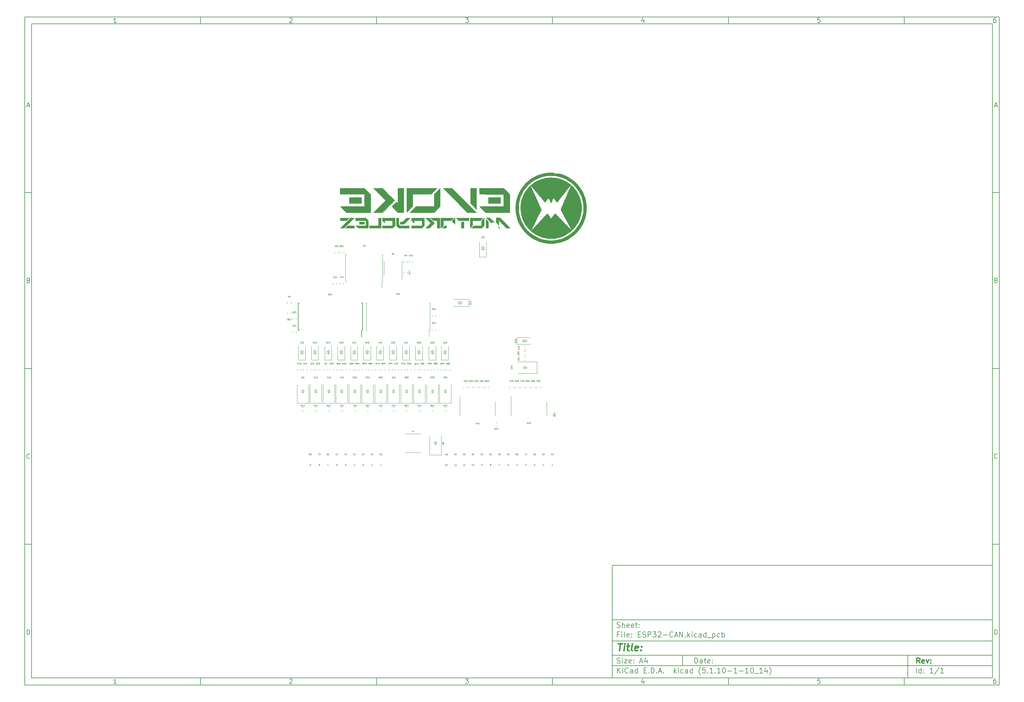
<source format=gbo>
G04 #@! TF.GenerationSoftware,KiCad,Pcbnew,(5.1.10-1-10_14)*
G04 #@! TF.CreationDate,2021-11-05T12:47:59+08:00*
G04 #@! TF.ProjectId,ESP32-CAN,45535033-322d-4434-914e-2e6b69636164,rev?*
G04 #@! TF.SameCoordinates,Original*
G04 #@! TF.FileFunction,Legend,Bot*
G04 #@! TF.FilePolarity,Positive*
%FSLAX46Y46*%
G04 Gerber Fmt 4.6, Leading zero omitted, Abs format (unit mm)*
G04 Created by KiCad (PCBNEW (5.1.10-1-10_14)) date 2021-11-05 12:47:59*
%MOMM*%
%LPD*%
G01*
G04 APERTURE LIST*
%ADD10C,0.100000*%
%ADD11C,0.150000*%
%ADD12C,0.300000*%
%ADD13C,0.400000*%
%ADD14C,0.010000*%
%ADD15C,0.120000*%
%ADD16C,3.302000*%
%ADD17C,1.802000*%
%ADD18C,2.502000*%
%ADD19O,2.102000X2.007000*%
%ADD20O,3.602000X3.602000*%
%ADD21O,2.602000X2.602000*%
%ADD22C,0.902000*%
%ADD23C,6.502000*%
%ADD24C,2.102000*%
G04 APERTURE END LIST*
D10*
D11*
X177002200Y-166007200D02*
X177002200Y-198007200D01*
X285002200Y-198007200D01*
X285002200Y-166007200D01*
X177002200Y-166007200D01*
D10*
D11*
X10000000Y-10000000D02*
X10000000Y-200007200D01*
X287002200Y-200007200D01*
X287002200Y-10000000D01*
X10000000Y-10000000D01*
D10*
D11*
X12000000Y-12000000D02*
X12000000Y-198007200D01*
X285002200Y-198007200D01*
X285002200Y-12000000D01*
X12000000Y-12000000D01*
D10*
D11*
X60000000Y-12000000D02*
X60000000Y-10000000D01*
D10*
D11*
X110000000Y-12000000D02*
X110000000Y-10000000D01*
D10*
D11*
X160000000Y-12000000D02*
X160000000Y-10000000D01*
D10*
D11*
X210000000Y-12000000D02*
X210000000Y-10000000D01*
D10*
D11*
X260000000Y-12000000D02*
X260000000Y-10000000D01*
D10*
D11*
X36065476Y-11588095D02*
X35322619Y-11588095D01*
X35694047Y-11588095D02*
X35694047Y-10288095D01*
X35570238Y-10473809D01*
X35446428Y-10597619D01*
X35322619Y-10659523D01*
D10*
D11*
X85322619Y-10411904D02*
X85384523Y-10350000D01*
X85508333Y-10288095D01*
X85817857Y-10288095D01*
X85941666Y-10350000D01*
X86003571Y-10411904D01*
X86065476Y-10535714D01*
X86065476Y-10659523D01*
X86003571Y-10845238D01*
X85260714Y-11588095D01*
X86065476Y-11588095D01*
D10*
D11*
X135260714Y-10288095D02*
X136065476Y-10288095D01*
X135632142Y-10783333D01*
X135817857Y-10783333D01*
X135941666Y-10845238D01*
X136003571Y-10907142D01*
X136065476Y-11030952D01*
X136065476Y-11340476D01*
X136003571Y-11464285D01*
X135941666Y-11526190D01*
X135817857Y-11588095D01*
X135446428Y-11588095D01*
X135322619Y-11526190D01*
X135260714Y-11464285D01*
D10*
D11*
X185941666Y-10721428D02*
X185941666Y-11588095D01*
X185632142Y-10226190D02*
X185322619Y-11154761D01*
X186127380Y-11154761D01*
D10*
D11*
X236003571Y-10288095D02*
X235384523Y-10288095D01*
X235322619Y-10907142D01*
X235384523Y-10845238D01*
X235508333Y-10783333D01*
X235817857Y-10783333D01*
X235941666Y-10845238D01*
X236003571Y-10907142D01*
X236065476Y-11030952D01*
X236065476Y-11340476D01*
X236003571Y-11464285D01*
X235941666Y-11526190D01*
X235817857Y-11588095D01*
X235508333Y-11588095D01*
X235384523Y-11526190D01*
X235322619Y-11464285D01*
D10*
D11*
X285941666Y-10288095D02*
X285694047Y-10288095D01*
X285570238Y-10350000D01*
X285508333Y-10411904D01*
X285384523Y-10597619D01*
X285322619Y-10845238D01*
X285322619Y-11340476D01*
X285384523Y-11464285D01*
X285446428Y-11526190D01*
X285570238Y-11588095D01*
X285817857Y-11588095D01*
X285941666Y-11526190D01*
X286003571Y-11464285D01*
X286065476Y-11340476D01*
X286065476Y-11030952D01*
X286003571Y-10907142D01*
X285941666Y-10845238D01*
X285817857Y-10783333D01*
X285570238Y-10783333D01*
X285446428Y-10845238D01*
X285384523Y-10907142D01*
X285322619Y-11030952D01*
D10*
D11*
X60000000Y-198007200D02*
X60000000Y-200007200D01*
D10*
D11*
X110000000Y-198007200D02*
X110000000Y-200007200D01*
D10*
D11*
X160000000Y-198007200D02*
X160000000Y-200007200D01*
D10*
D11*
X210000000Y-198007200D02*
X210000000Y-200007200D01*
D10*
D11*
X260000000Y-198007200D02*
X260000000Y-200007200D01*
D10*
D11*
X36065476Y-199595295D02*
X35322619Y-199595295D01*
X35694047Y-199595295D02*
X35694047Y-198295295D01*
X35570238Y-198481009D01*
X35446428Y-198604819D01*
X35322619Y-198666723D01*
D10*
D11*
X85322619Y-198419104D02*
X85384523Y-198357200D01*
X85508333Y-198295295D01*
X85817857Y-198295295D01*
X85941666Y-198357200D01*
X86003571Y-198419104D01*
X86065476Y-198542914D01*
X86065476Y-198666723D01*
X86003571Y-198852438D01*
X85260714Y-199595295D01*
X86065476Y-199595295D01*
D10*
D11*
X135260714Y-198295295D02*
X136065476Y-198295295D01*
X135632142Y-198790533D01*
X135817857Y-198790533D01*
X135941666Y-198852438D01*
X136003571Y-198914342D01*
X136065476Y-199038152D01*
X136065476Y-199347676D01*
X136003571Y-199471485D01*
X135941666Y-199533390D01*
X135817857Y-199595295D01*
X135446428Y-199595295D01*
X135322619Y-199533390D01*
X135260714Y-199471485D01*
D10*
D11*
X185941666Y-198728628D02*
X185941666Y-199595295D01*
X185632142Y-198233390D02*
X185322619Y-199161961D01*
X186127380Y-199161961D01*
D10*
D11*
X236003571Y-198295295D02*
X235384523Y-198295295D01*
X235322619Y-198914342D01*
X235384523Y-198852438D01*
X235508333Y-198790533D01*
X235817857Y-198790533D01*
X235941666Y-198852438D01*
X236003571Y-198914342D01*
X236065476Y-199038152D01*
X236065476Y-199347676D01*
X236003571Y-199471485D01*
X235941666Y-199533390D01*
X235817857Y-199595295D01*
X235508333Y-199595295D01*
X235384523Y-199533390D01*
X235322619Y-199471485D01*
D10*
D11*
X285941666Y-198295295D02*
X285694047Y-198295295D01*
X285570238Y-198357200D01*
X285508333Y-198419104D01*
X285384523Y-198604819D01*
X285322619Y-198852438D01*
X285322619Y-199347676D01*
X285384523Y-199471485D01*
X285446428Y-199533390D01*
X285570238Y-199595295D01*
X285817857Y-199595295D01*
X285941666Y-199533390D01*
X286003571Y-199471485D01*
X286065476Y-199347676D01*
X286065476Y-199038152D01*
X286003571Y-198914342D01*
X285941666Y-198852438D01*
X285817857Y-198790533D01*
X285570238Y-198790533D01*
X285446428Y-198852438D01*
X285384523Y-198914342D01*
X285322619Y-199038152D01*
D10*
D11*
X10000000Y-60000000D02*
X12000000Y-60000000D01*
D10*
D11*
X10000000Y-110000000D02*
X12000000Y-110000000D01*
D10*
D11*
X10000000Y-160000000D02*
X12000000Y-160000000D01*
D10*
D11*
X10690476Y-35216666D02*
X11309523Y-35216666D01*
X10566666Y-35588095D02*
X11000000Y-34288095D01*
X11433333Y-35588095D01*
D10*
D11*
X11092857Y-84907142D02*
X11278571Y-84969047D01*
X11340476Y-85030952D01*
X11402380Y-85154761D01*
X11402380Y-85340476D01*
X11340476Y-85464285D01*
X11278571Y-85526190D01*
X11154761Y-85588095D01*
X10659523Y-85588095D01*
X10659523Y-84288095D01*
X11092857Y-84288095D01*
X11216666Y-84350000D01*
X11278571Y-84411904D01*
X11340476Y-84535714D01*
X11340476Y-84659523D01*
X11278571Y-84783333D01*
X11216666Y-84845238D01*
X11092857Y-84907142D01*
X10659523Y-84907142D01*
D10*
D11*
X11402380Y-135464285D02*
X11340476Y-135526190D01*
X11154761Y-135588095D01*
X11030952Y-135588095D01*
X10845238Y-135526190D01*
X10721428Y-135402380D01*
X10659523Y-135278571D01*
X10597619Y-135030952D01*
X10597619Y-134845238D01*
X10659523Y-134597619D01*
X10721428Y-134473809D01*
X10845238Y-134350000D01*
X11030952Y-134288095D01*
X11154761Y-134288095D01*
X11340476Y-134350000D01*
X11402380Y-134411904D01*
D10*
D11*
X10659523Y-185588095D02*
X10659523Y-184288095D01*
X10969047Y-184288095D01*
X11154761Y-184350000D01*
X11278571Y-184473809D01*
X11340476Y-184597619D01*
X11402380Y-184845238D01*
X11402380Y-185030952D01*
X11340476Y-185278571D01*
X11278571Y-185402380D01*
X11154761Y-185526190D01*
X10969047Y-185588095D01*
X10659523Y-185588095D01*
D10*
D11*
X287002200Y-60000000D02*
X285002200Y-60000000D01*
D10*
D11*
X287002200Y-110000000D02*
X285002200Y-110000000D01*
D10*
D11*
X287002200Y-160000000D02*
X285002200Y-160000000D01*
D10*
D11*
X285692676Y-35216666D02*
X286311723Y-35216666D01*
X285568866Y-35588095D02*
X286002200Y-34288095D01*
X286435533Y-35588095D01*
D10*
D11*
X286095057Y-84907142D02*
X286280771Y-84969047D01*
X286342676Y-85030952D01*
X286404580Y-85154761D01*
X286404580Y-85340476D01*
X286342676Y-85464285D01*
X286280771Y-85526190D01*
X286156961Y-85588095D01*
X285661723Y-85588095D01*
X285661723Y-84288095D01*
X286095057Y-84288095D01*
X286218866Y-84350000D01*
X286280771Y-84411904D01*
X286342676Y-84535714D01*
X286342676Y-84659523D01*
X286280771Y-84783333D01*
X286218866Y-84845238D01*
X286095057Y-84907142D01*
X285661723Y-84907142D01*
D10*
D11*
X286404580Y-135464285D02*
X286342676Y-135526190D01*
X286156961Y-135588095D01*
X286033152Y-135588095D01*
X285847438Y-135526190D01*
X285723628Y-135402380D01*
X285661723Y-135278571D01*
X285599819Y-135030952D01*
X285599819Y-134845238D01*
X285661723Y-134597619D01*
X285723628Y-134473809D01*
X285847438Y-134350000D01*
X286033152Y-134288095D01*
X286156961Y-134288095D01*
X286342676Y-134350000D01*
X286404580Y-134411904D01*
D10*
D11*
X285661723Y-185588095D02*
X285661723Y-184288095D01*
X285971247Y-184288095D01*
X286156961Y-184350000D01*
X286280771Y-184473809D01*
X286342676Y-184597619D01*
X286404580Y-184845238D01*
X286404580Y-185030952D01*
X286342676Y-185278571D01*
X286280771Y-185402380D01*
X286156961Y-185526190D01*
X285971247Y-185588095D01*
X285661723Y-185588095D01*
D10*
D11*
X200434342Y-193785771D02*
X200434342Y-192285771D01*
X200791485Y-192285771D01*
X201005771Y-192357200D01*
X201148628Y-192500057D01*
X201220057Y-192642914D01*
X201291485Y-192928628D01*
X201291485Y-193142914D01*
X201220057Y-193428628D01*
X201148628Y-193571485D01*
X201005771Y-193714342D01*
X200791485Y-193785771D01*
X200434342Y-193785771D01*
X202577200Y-193785771D02*
X202577200Y-193000057D01*
X202505771Y-192857200D01*
X202362914Y-192785771D01*
X202077200Y-192785771D01*
X201934342Y-192857200D01*
X202577200Y-193714342D02*
X202434342Y-193785771D01*
X202077200Y-193785771D01*
X201934342Y-193714342D01*
X201862914Y-193571485D01*
X201862914Y-193428628D01*
X201934342Y-193285771D01*
X202077200Y-193214342D01*
X202434342Y-193214342D01*
X202577200Y-193142914D01*
X203077200Y-192785771D02*
X203648628Y-192785771D01*
X203291485Y-192285771D02*
X203291485Y-193571485D01*
X203362914Y-193714342D01*
X203505771Y-193785771D01*
X203648628Y-193785771D01*
X204720057Y-193714342D02*
X204577200Y-193785771D01*
X204291485Y-193785771D01*
X204148628Y-193714342D01*
X204077200Y-193571485D01*
X204077200Y-193000057D01*
X204148628Y-192857200D01*
X204291485Y-192785771D01*
X204577200Y-192785771D01*
X204720057Y-192857200D01*
X204791485Y-193000057D01*
X204791485Y-193142914D01*
X204077200Y-193285771D01*
X205434342Y-193642914D02*
X205505771Y-193714342D01*
X205434342Y-193785771D01*
X205362914Y-193714342D01*
X205434342Y-193642914D01*
X205434342Y-193785771D01*
X205434342Y-192857200D02*
X205505771Y-192928628D01*
X205434342Y-193000057D01*
X205362914Y-192928628D01*
X205434342Y-192857200D01*
X205434342Y-193000057D01*
D10*
D11*
X177002200Y-194507200D02*
X285002200Y-194507200D01*
D10*
D11*
X178434342Y-196585771D02*
X178434342Y-195085771D01*
X179291485Y-196585771D02*
X178648628Y-195728628D01*
X179291485Y-195085771D02*
X178434342Y-195942914D01*
X179934342Y-196585771D02*
X179934342Y-195585771D01*
X179934342Y-195085771D02*
X179862914Y-195157200D01*
X179934342Y-195228628D01*
X180005771Y-195157200D01*
X179934342Y-195085771D01*
X179934342Y-195228628D01*
X181505771Y-196442914D02*
X181434342Y-196514342D01*
X181220057Y-196585771D01*
X181077200Y-196585771D01*
X180862914Y-196514342D01*
X180720057Y-196371485D01*
X180648628Y-196228628D01*
X180577200Y-195942914D01*
X180577200Y-195728628D01*
X180648628Y-195442914D01*
X180720057Y-195300057D01*
X180862914Y-195157200D01*
X181077200Y-195085771D01*
X181220057Y-195085771D01*
X181434342Y-195157200D01*
X181505771Y-195228628D01*
X182791485Y-196585771D02*
X182791485Y-195800057D01*
X182720057Y-195657200D01*
X182577200Y-195585771D01*
X182291485Y-195585771D01*
X182148628Y-195657200D01*
X182791485Y-196514342D02*
X182648628Y-196585771D01*
X182291485Y-196585771D01*
X182148628Y-196514342D01*
X182077200Y-196371485D01*
X182077200Y-196228628D01*
X182148628Y-196085771D01*
X182291485Y-196014342D01*
X182648628Y-196014342D01*
X182791485Y-195942914D01*
X184148628Y-196585771D02*
X184148628Y-195085771D01*
X184148628Y-196514342D02*
X184005771Y-196585771D01*
X183720057Y-196585771D01*
X183577200Y-196514342D01*
X183505771Y-196442914D01*
X183434342Y-196300057D01*
X183434342Y-195871485D01*
X183505771Y-195728628D01*
X183577200Y-195657200D01*
X183720057Y-195585771D01*
X184005771Y-195585771D01*
X184148628Y-195657200D01*
X186005771Y-195800057D02*
X186505771Y-195800057D01*
X186720057Y-196585771D02*
X186005771Y-196585771D01*
X186005771Y-195085771D01*
X186720057Y-195085771D01*
X187362914Y-196442914D02*
X187434342Y-196514342D01*
X187362914Y-196585771D01*
X187291485Y-196514342D01*
X187362914Y-196442914D01*
X187362914Y-196585771D01*
X188077200Y-196585771D02*
X188077200Y-195085771D01*
X188434342Y-195085771D01*
X188648628Y-195157200D01*
X188791485Y-195300057D01*
X188862914Y-195442914D01*
X188934342Y-195728628D01*
X188934342Y-195942914D01*
X188862914Y-196228628D01*
X188791485Y-196371485D01*
X188648628Y-196514342D01*
X188434342Y-196585771D01*
X188077200Y-196585771D01*
X189577200Y-196442914D02*
X189648628Y-196514342D01*
X189577200Y-196585771D01*
X189505771Y-196514342D01*
X189577200Y-196442914D01*
X189577200Y-196585771D01*
X190220057Y-196157200D02*
X190934342Y-196157200D01*
X190077200Y-196585771D02*
X190577200Y-195085771D01*
X191077200Y-196585771D01*
X191577200Y-196442914D02*
X191648628Y-196514342D01*
X191577200Y-196585771D01*
X191505771Y-196514342D01*
X191577200Y-196442914D01*
X191577200Y-196585771D01*
X194577200Y-196585771D02*
X194577200Y-195085771D01*
X194720057Y-196014342D02*
X195148628Y-196585771D01*
X195148628Y-195585771D02*
X194577200Y-196157200D01*
X195791485Y-196585771D02*
X195791485Y-195585771D01*
X195791485Y-195085771D02*
X195720057Y-195157200D01*
X195791485Y-195228628D01*
X195862914Y-195157200D01*
X195791485Y-195085771D01*
X195791485Y-195228628D01*
X197148628Y-196514342D02*
X197005771Y-196585771D01*
X196720057Y-196585771D01*
X196577200Y-196514342D01*
X196505771Y-196442914D01*
X196434342Y-196300057D01*
X196434342Y-195871485D01*
X196505771Y-195728628D01*
X196577200Y-195657200D01*
X196720057Y-195585771D01*
X197005771Y-195585771D01*
X197148628Y-195657200D01*
X198434342Y-196585771D02*
X198434342Y-195800057D01*
X198362914Y-195657200D01*
X198220057Y-195585771D01*
X197934342Y-195585771D01*
X197791485Y-195657200D01*
X198434342Y-196514342D02*
X198291485Y-196585771D01*
X197934342Y-196585771D01*
X197791485Y-196514342D01*
X197720057Y-196371485D01*
X197720057Y-196228628D01*
X197791485Y-196085771D01*
X197934342Y-196014342D01*
X198291485Y-196014342D01*
X198434342Y-195942914D01*
X199791485Y-196585771D02*
X199791485Y-195085771D01*
X199791485Y-196514342D02*
X199648628Y-196585771D01*
X199362914Y-196585771D01*
X199220057Y-196514342D01*
X199148628Y-196442914D01*
X199077200Y-196300057D01*
X199077200Y-195871485D01*
X199148628Y-195728628D01*
X199220057Y-195657200D01*
X199362914Y-195585771D01*
X199648628Y-195585771D01*
X199791485Y-195657200D01*
X202077200Y-197157200D02*
X202005771Y-197085771D01*
X201862914Y-196871485D01*
X201791485Y-196728628D01*
X201720057Y-196514342D01*
X201648628Y-196157200D01*
X201648628Y-195871485D01*
X201720057Y-195514342D01*
X201791485Y-195300057D01*
X201862914Y-195157200D01*
X202005771Y-194942914D01*
X202077200Y-194871485D01*
X203362914Y-195085771D02*
X202648628Y-195085771D01*
X202577200Y-195800057D01*
X202648628Y-195728628D01*
X202791485Y-195657200D01*
X203148628Y-195657200D01*
X203291485Y-195728628D01*
X203362914Y-195800057D01*
X203434342Y-195942914D01*
X203434342Y-196300057D01*
X203362914Y-196442914D01*
X203291485Y-196514342D01*
X203148628Y-196585771D01*
X202791485Y-196585771D01*
X202648628Y-196514342D01*
X202577200Y-196442914D01*
X204077200Y-196442914D02*
X204148628Y-196514342D01*
X204077200Y-196585771D01*
X204005771Y-196514342D01*
X204077200Y-196442914D01*
X204077200Y-196585771D01*
X205577200Y-196585771D02*
X204720057Y-196585771D01*
X205148628Y-196585771D02*
X205148628Y-195085771D01*
X205005771Y-195300057D01*
X204862914Y-195442914D01*
X204720057Y-195514342D01*
X206220057Y-196442914D02*
X206291485Y-196514342D01*
X206220057Y-196585771D01*
X206148628Y-196514342D01*
X206220057Y-196442914D01*
X206220057Y-196585771D01*
X207720057Y-196585771D02*
X206862914Y-196585771D01*
X207291485Y-196585771D02*
X207291485Y-195085771D01*
X207148628Y-195300057D01*
X207005771Y-195442914D01*
X206862914Y-195514342D01*
X208648628Y-195085771D02*
X208791485Y-195085771D01*
X208934342Y-195157200D01*
X209005771Y-195228628D01*
X209077200Y-195371485D01*
X209148628Y-195657200D01*
X209148628Y-196014342D01*
X209077200Y-196300057D01*
X209005771Y-196442914D01*
X208934342Y-196514342D01*
X208791485Y-196585771D01*
X208648628Y-196585771D01*
X208505771Y-196514342D01*
X208434342Y-196442914D01*
X208362914Y-196300057D01*
X208291485Y-196014342D01*
X208291485Y-195657200D01*
X208362914Y-195371485D01*
X208434342Y-195228628D01*
X208505771Y-195157200D01*
X208648628Y-195085771D01*
X209791485Y-196014342D02*
X210934342Y-196014342D01*
X212434342Y-196585771D02*
X211577200Y-196585771D01*
X212005771Y-196585771D02*
X212005771Y-195085771D01*
X211862914Y-195300057D01*
X211720057Y-195442914D01*
X211577200Y-195514342D01*
X213077200Y-196014342D02*
X214220057Y-196014342D01*
X215720057Y-196585771D02*
X214862914Y-196585771D01*
X215291485Y-196585771D02*
X215291485Y-195085771D01*
X215148628Y-195300057D01*
X215005771Y-195442914D01*
X214862914Y-195514342D01*
X216648628Y-195085771D02*
X216791485Y-195085771D01*
X216934342Y-195157200D01*
X217005771Y-195228628D01*
X217077200Y-195371485D01*
X217148628Y-195657200D01*
X217148628Y-196014342D01*
X217077200Y-196300057D01*
X217005771Y-196442914D01*
X216934342Y-196514342D01*
X216791485Y-196585771D01*
X216648628Y-196585771D01*
X216505771Y-196514342D01*
X216434342Y-196442914D01*
X216362914Y-196300057D01*
X216291485Y-196014342D01*
X216291485Y-195657200D01*
X216362914Y-195371485D01*
X216434342Y-195228628D01*
X216505771Y-195157200D01*
X216648628Y-195085771D01*
X217434342Y-196728628D02*
X218577200Y-196728628D01*
X219720057Y-196585771D02*
X218862914Y-196585771D01*
X219291485Y-196585771D02*
X219291485Y-195085771D01*
X219148628Y-195300057D01*
X219005771Y-195442914D01*
X218862914Y-195514342D01*
X221005771Y-195585771D02*
X221005771Y-196585771D01*
X220648628Y-195014342D02*
X220291485Y-196085771D01*
X221220057Y-196085771D01*
X221648628Y-197157200D02*
X221720057Y-197085771D01*
X221862914Y-196871485D01*
X221934342Y-196728628D01*
X222005771Y-196514342D01*
X222077200Y-196157200D01*
X222077200Y-195871485D01*
X222005771Y-195514342D01*
X221934342Y-195300057D01*
X221862914Y-195157200D01*
X221720057Y-194942914D01*
X221648628Y-194871485D01*
D10*
D11*
X177002200Y-191507200D02*
X285002200Y-191507200D01*
D10*
D12*
X264411485Y-193785771D02*
X263911485Y-193071485D01*
X263554342Y-193785771D02*
X263554342Y-192285771D01*
X264125771Y-192285771D01*
X264268628Y-192357200D01*
X264340057Y-192428628D01*
X264411485Y-192571485D01*
X264411485Y-192785771D01*
X264340057Y-192928628D01*
X264268628Y-193000057D01*
X264125771Y-193071485D01*
X263554342Y-193071485D01*
X265625771Y-193714342D02*
X265482914Y-193785771D01*
X265197200Y-193785771D01*
X265054342Y-193714342D01*
X264982914Y-193571485D01*
X264982914Y-193000057D01*
X265054342Y-192857200D01*
X265197200Y-192785771D01*
X265482914Y-192785771D01*
X265625771Y-192857200D01*
X265697200Y-193000057D01*
X265697200Y-193142914D01*
X264982914Y-193285771D01*
X266197200Y-192785771D02*
X266554342Y-193785771D01*
X266911485Y-192785771D01*
X267482914Y-193642914D02*
X267554342Y-193714342D01*
X267482914Y-193785771D01*
X267411485Y-193714342D01*
X267482914Y-193642914D01*
X267482914Y-193785771D01*
X267482914Y-192857200D02*
X267554342Y-192928628D01*
X267482914Y-193000057D01*
X267411485Y-192928628D01*
X267482914Y-192857200D01*
X267482914Y-193000057D01*
D10*
D11*
X178362914Y-193714342D02*
X178577200Y-193785771D01*
X178934342Y-193785771D01*
X179077200Y-193714342D01*
X179148628Y-193642914D01*
X179220057Y-193500057D01*
X179220057Y-193357200D01*
X179148628Y-193214342D01*
X179077200Y-193142914D01*
X178934342Y-193071485D01*
X178648628Y-193000057D01*
X178505771Y-192928628D01*
X178434342Y-192857200D01*
X178362914Y-192714342D01*
X178362914Y-192571485D01*
X178434342Y-192428628D01*
X178505771Y-192357200D01*
X178648628Y-192285771D01*
X179005771Y-192285771D01*
X179220057Y-192357200D01*
X179862914Y-193785771D02*
X179862914Y-192785771D01*
X179862914Y-192285771D02*
X179791485Y-192357200D01*
X179862914Y-192428628D01*
X179934342Y-192357200D01*
X179862914Y-192285771D01*
X179862914Y-192428628D01*
X180434342Y-192785771D02*
X181220057Y-192785771D01*
X180434342Y-193785771D01*
X181220057Y-193785771D01*
X182362914Y-193714342D02*
X182220057Y-193785771D01*
X181934342Y-193785771D01*
X181791485Y-193714342D01*
X181720057Y-193571485D01*
X181720057Y-193000057D01*
X181791485Y-192857200D01*
X181934342Y-192785771D01*
X182220057Y-192785771D01*
X182362914Y-192857200D01*
X182434342Y-193000057D01*
X182434342Y-193142914D01*
X181720057Y-193285771D01*
X183077200Y-193642914D02*
X183148628Y-193714342D01*
X183077200Y-193785771D01*
X183005771Y-193714342D01*
X183077200Y-193642914D01*
X183077200Y-193785771D01*
X183077200Y-192857200D02*
X183148628Y-192928628D01*
X183077200Y-193000057D01*
X183005771Y-192928628D01*
X183077200Y-192857200D01*
X183077200Y-193000057D01*
X184862914Y-193357200D02*
X185577200Y-193357200D01*
X184720057Y-193785771D02*
X185220057Y-192285771D01*
X185720057Y-193785771D01*
X186862914Y-192785771D02*
X186862914Y-193785771D01*
X186505771Y-192214342D02*
X186148628Y-193285771D01*
X187077200Y-193285771D01*
D10*
D11*
X263434342Y-196585771D02*
X263434342Y-195085771D01*
X264791485Y-196585771D02*
X264791485Y-195085771D01*
X264791485Y-196514342D02*
X264648628Y-196585771D01*
X264362914Y-196585771D01*
X264220057Y-196514342D01*
X264148628Y-196442914D01*
X264077200Y-196300057D01*
X264077200Y-195871485D01*
X264148628Y-195728628D01*
X264220057Y-195657200D01*
X264362914Y-195585771D01*
X264648628Y-195585771D01*
X264791485Y-195657200D01*
X265505771Y-196442914D02*
X265577200Y-196514342D01*
X265505771Y-196585771D01*
X265434342Y-196514342D01*
X265505771Y-196442914D01*
X265505771Y-196585771D01*
X265505771Y-195657200D02*
X265577200Y-195728628D01*
X265505771Y-195800057D01*
X265434342Y-195728628D01*
X265505771Y-195657200D01*
X265505771Y-195800057D01*
X268148628Y-196585771D02*
X267291485Y-196585771D01*
X267720057Y-196585771D02*
X267720057Y-195085771D01*
X267577200Y-195300057D01*
X267434342Y-195442914D01*
X267291485Y-195514342D01*
X269862914Y-195014342D02*
X268577200Y-196942914D01*
X271148628Y-196585771D02*
X270291485Y-196585771D01*
X270720057Y-196585771D02*
X270720057Y-195085771D01*
X270577200Y-195300057D01*
X270434342Y-195442914D01*
X270291485Y-195514342D01*
D10*
D11*
X177002200Y-187507200D02*
X285002200Y-187507200D01*
D10*
D13*
X178714580Y-188211961D02*
X179857438Y-188211961D01*
X179036009Y-190211961D02*
X179286009Y-188211961D01*
X180274104Y-190211961D02*
X180440771Y-188878628D01*
X180524104Y-188211961D02*
X180416961Y-188307200D01*
X180500295Y-188402438D01*
X180607438Y-188307200D01*
X180524104Y-188211961D01*
X180500295Y-188402438D01*
X181107438Y-188878628D02*
X181869342Y-188878628D01*
X181476485Y-188211961D02*
X181262200Y-189926247D01*
X181333628Y-190116723D01*
X181512200Y-190211961D01*
X181702676Y-190211961D01*
X182655057Y-190211961D02*
X182476485Y-190116723D01*
X182405057Y-189926247D01*
X182619342Y-188211961D01*
X184190771Y-190116723D02*
X183988390Y-190211961D01*
X183607438Y-190211961D01*
X183428866Y-190116723D01*
X183357438Y-189926247D01*
X183452676Y-189164342D01*
X183571723Y-188973866D01*
X183774104Y-188878628D01*
X184155057Y-188878628D01*
X184333628Y-188973866D01*
X184405057Y-189164342D01*
X184381247Y-189354819D01*
X183405057Y-189545295D01*
X185155057Y-190021485D02*
X185238390Y-190116723D01*
X185131247Y-190211961D01*
X185047914Y-190116723D01*
X185155057Y-190021485D01*
X185131247Y-190211961D01*
X185286009Y-188973866D02*
X185369342Y-189069104D01*
X185262200Y-189164342D01*
X185178866Y-189069104D01*
X185286009Y-188973866D01*
X185262200Y-189164342D01*
D10*
D11*
X178934342Y-185600057D02*
X178434342Y-185600057D01*
X178434342Y-186385771D02*
X178434342Y-184885771D01*
X179148628Y-184885771D01*
X179720057Y-186385771D02*
X179720057Y-185385771D01*
X179720057Y-184885771D02*
X179648628Y-184957200D01*
X179720057Y-185028628D01*
X179791485Y-184957200D01*
X179720057Y-184885771D01*
X179720057Y-185028628D01*
X180648628Y-186385771D02*
X180505771Y-186314342D01*
X180434342Y-186171485D01*
X180434342Y-184885771D01*
X181791485Y-186314342D02*
X181648628Y-186385771D01*
X181362914Y-186385771D01*
X181220057Y-186314342D01*
X181148628Y-186171485D01*
X181148628Y-185600057D01*
X181220057Y-185457200D01*
X181362914Y-185385771D01*
X181648628Y-185385771D01*
X181791485Y-185457200D01*
X181862914Y-185600057D01*
X181862914Y-185742914D01*
X181148628Y-185885771D01*
X182505771Y-186242914D02*
X182577200Y-186314342D01*
X182505771Y-186385771D01*
X182434342Y-186314342D01*
X182505771Y-186242914D01*
X182505771Y-186385771D01*
X182505771Y-185457200D02*
X182577200Y-185528628D01*
X182505771Y-185600057D01*
X182434342Y-185528628D01*
X182505771Y-185457200D01*
X182505771Y-185600057D01*
X184362914Y-185600057D02*
X184862914Y-185600057D01*
X185077200Y-186385771D02*
X184362914Y-186385771D01*
X184362914Y-184885771D01*
X185077200Y-184885771D01*
X185648628Y-186314342D02*
X185862914Y-186385771D01*
X186220057Y-186385771D01*
X186362914Y-186314342D01*
X186434342Y-186242914D01*
X186505771Y-186100057D01*
X186505771Y-185957200D01*
X186434342Y-185814342D01*
X186362914Y-185742914D01*
X186220057Y-185671485D01*
X185934342Y-185600057D01*
X185791485Y-185528628D01*
X185720057Y-185457200D01*
X185648628Y-185314342D01*
X185648628Y-185171485D01*
X185720057Y-185028628D01*
X185791485Y-184957200D01*
X185934342Y-184885771D01*
X186291485Y-184885771D01*
X186505771Y-184957200D01*
X187148628Y-186385771D02*
X187148628Y-184885771D01*
X187720057Y-184885771D01*
X187862914Y-184957200D01*
X187934342Y-185028628D01*
X188005771Y-185171485D01*
X188005771Y-185385771D01*
X187934342Y-185528628D01*
X187862914Y-185600057D01*
X187720057Y-185671485D01*
X187148628Y-185671485D01*
X188505771Y-184885771D02*
X189434342Y-184885771D01*
X188934342Y-185457200D01*
X189148628Y-185457200D01*
X189291485Y-185528628D01*
X189362914Y-185600057D01*
X189434342Y-185742914D01*
X189434342Y-186100057D01*
X189362914Y-186242914D01*
X189291485Y-186314342D01*
X189148628Y-186385771D01*
X188720057Y-186385771D01*
X188577200Y-186314342D01*
X188505771Y-186242914D01*
X190005771Y-185028628D02*
X190077200Y-184957200D01*
X190220057Y-184885771D01*
X190577200Y-184885771D01*
X190720057Y-184957200D01*
X190791485Y-185028628D01*
X190862914Y-185171485D01*
X190862914Y-185314342D01*
X190791485Y-185528628D01*
X189934342Y-186385771D01*
X190862914Y-186385771D01*
X191505771Y-185814342D02*
X192648628Y-185814342D01*
X194220057Y-186242914D02*
X194148628Y-186314342D01*
X193934342Y-186385771D01*
X193791485Y-186385771D01*
X193577200Y-186314342D01*
X193434342Y-186171485D01*
X193362914Y-186028628D01*
X193291485Y-185742914D01*
X193291485Y-185528628D01*
X193362914Y-185242914D01*
X193434342Y-185100057D01*
X193577200Y-184957200D01*
X193791485Y-184885771D01*
X193934342Y-184885771D01*
X194148628Y-184957200D01*
X194220057Y-185028628D01*
X194791485Y-185957200D02*
X195505771Y-185957200D01*
X194648628Y-186385771D02*
X195148628Y-184885771D01*
X195648628Y-186385771D01*
X196148628Y-186385771D02*
X196148628Y-184885771D01*
X197005771Y-186385771D01*
X197005771Y-184885771D01*
X197720057Y-186242914D02*
X197791485Y-186314342D01*
X197720057Y-186385771D01*
X197648628Y-186314342D01*
X197720057Y-186242914D01*
X197720057Y-186385771D01*
X198434342Y-186385771D02*
X198434342Y-184885771D01*
X198577200Y-185814342D02*
X199005771Y-186385771D01*
X199005771Y-185385771D02*
X198434342Y-185957200D01*
X199648628Y-186385771D02*
X199648628Y-185385771D01*
X199648628Y-184885771D02*
X199577200Y-184957200D01*
X199648628Y-185028628D01*
X199720057Y-184957200D01*
X199648628Y-184885771D01*
X199648628Y-185028628D01*
X201005771Y-186314342D02*
X200862914Y-186385771D01*
X200577200Y-186385771D01*
X200434342Y-186314342D01*
X200362914Y-186242914D01*
X200291485Y-186100057D01*
X200291485Y-185671485D01*
X200362914Y-185528628D01*
X200434342Y-185457200D01*
X200577200Y-185385771D01*
X200862914Y-185385771D01*
X201005771Y-185457200D01*
X202291485Y-186385771D02*
X202291485Y-185600057D01*
X202220057Y-185457200D01*
X202077200Y-185385771D01*
X201791485Y-185385771D01*
X201648628Y-185457200D01*
X202291485Y-186314342D02*
X202148628Y-186385771D01*
X201791485Y-186385771D01*
X201648628Y-186314342D01*
X201577200Y-186171485D01*
X201577200Y-186028628D01*
X201648628Y-185885771D01*
X201791485Y-185814342D01*
X202148628Y-185814342D01*
X202291485Y-185742914D01*
X203648628Y-186385771D02*
X203648628Y-184885771D01*
X203648628Y-186314342D02*
X203505771Y-186385771D01*
X203220057Y-186385771D01*
X203077200Y-186314342D01*
X203005771Y-186242914D01*
X202934342Y-186100057D01*
X202934342Y-185671485D01*
X203005771Y-185528628D01*
X203077200Y-185457200D01*
X203220057Y-185385771D01*
X203505771Y-185385771D01*
X203648628Y-185457200D01*
X204005771Y-186528628D02*
X205148628Y-186528628D01*
X205505771Y-185385771D02*
X205505771Y-186885771D01*
X205505771Y-185457200D02*
X205648628Y-185385771D01*
X205934342Y-185385771D01*
X206077200Y-185457200D01*
X206148628Y-185528628D01*
X206220057Y-185671485D01*
X206220057Y-186100057D01*
X206148628Y-186242914D01*
X206077200Y-186314342D01*
X205934342Y-186385771D01*
X205648628Y-186385771D01*
X205505771Y-186314342D01*
X207505771Y-186314342D02*
X207362914Y-186385771D01*
X207077200Y-186385771D01*
X206934342Y-186314342D01*
X206862914Y-186242914D01*
X206791485Y-186100057D01*
X206791485Y-185671485D01*
X206862914Y-185528628D01*
X206934342Y-185457200D01*
X207077200Y-185385771D01*
X207362914Y-185385771D01*
X207505771Y-185457200D01*
X208148628Y-186385771D02*
X208148628Y-184885771D01*
X208148628Y-185457200D02*
X208291485Y-185385771D01*
X208577200Y-185385771D01*
X208720057Y-185457200D01*
X208791485Y-185528628D01*
X208862914Y-185671485D01*
X208862914Y-186100057D01*
X208791485Y-186242914D01*
X208720057Y-186314342D01*
X208577200Y-186385771D01*
X208291485Y-186385771D01*
X208148628Y-186314342D01*
D10*
D11*
X177002200Y-181507200D02*
X285002200Y-181507200D01*
D10*
D11*
X178362914Y-183614342D02*
X178577200Y-183685771D01*
X178934342Y-183685771D01*
X179077200Y-183614342D01*
X179148628Y-183542914D01*
X179220057Y-183400057D01*
X179220057Y-183257200D01*
X179148628Y-183114342D01*
X179077200Y-183042914D01*
X178934342Y-182971485D01*
X178648628Y-182900057D01*
X178505771Y-182828628D01*
X178434342Y-182757200D01*
X178362914Y-182614342D01*
X178362914Y-182471485D01*
X178434342Y-182328628D01*
X178505771Y-182257200D01*
X178648628Y-182185771D01*
X179005771Y-182185771D01*
X179220057Y-182257200D01*
X179862914Y-183685771D02*
X179862914Y-182185771D01*
X180505771Y-183685771D02*
X180505771Y-182900057D01*
X180434342Y-182757200D01*
X180291485Y-182685771D01*
X180077200Y-182685771D01*
X179934342Y-182757200D01*
X179862914Y-182828628D01*
X181791485Y-183614342D02*
X181648628Y-183685771D01*
X181362914Y-183685771D01*
X181220057Y-183614342D01*
X181148628Y-183471485D01*
X181148628Y-182900057D01*
X181220057Y-182757200D01*
X181362914Y-182685771D01*
X181648628Y-182685771D01*
X181791485Y-182757200D01*
X181862914Y-182900057D01*
X181862914Y-183042914D01*
X181148628Y-183185771D01*
X183077200Y-183614342D02*
X182934342Y-183685771D01*
X182648628Y-183685771D01*
X182505771Y-183614342D01*
X182434342Y-183471485D01*
X182434342Y-182900057D01*
X182505771Y-182757200D01*
X182648628Y-182685771D01*
X182934342Y-182685771D01*
X183077200Y-182757200D01*
X183148628Y-182900057D01*
X183148628Y-183042914D01*
X182434342Y-183185771D01*
X183577200Y-182685771D02*
X184148628Y-182685771D01*
X183791485Y-182185771D02*
X183791485Y-183471485D01*
X183862914Y-183614342D01*
X184005771Y-183685771D01*
X184148628Y-183685771D01*
X184648628Y-183542914D02*
X184720057Y-183614342D01*
X184648628Y-183685771D01*
X184577200Y-183614342D01*
X184648628Y-183542914D01*
X184648628Y-183685771D01*
X184648628Y-182757200D02*
X184720057Y-182828628D01*
X184648628Y-182900057D01*
X184577200Y-182828628D01*
X184648628Y-182757200D01*
X184648628Y-182900057D01*
D10*
D11*
X197002200Y-191507200D02*
X197002200Y-194507200D01*
D10*
D11*
X261002200Y-191507200D02*
X261002200Y-198007200D01*
D14*
G36*
X159005899Y-55707883D02*
G01*
X158467683Y-55760030D01*
X157933995Y-55845369D01*
X157406506Y-55963670D01*
X156886891Y-56114707D01*
X156376825Y-56298250D01*
X155877979Y-56514073D01*
X155392028Y-56761945D01*
X154920645Y-57041640D01*
X154465505Y-57352929D01*
X154351993Y-57437526D01*
X154253163Y-57513484D01*
X154154777Y-57590939D01*
X154060920Y-57666482D01*
X153975680Y-57736706D01*
X153903141Y-57798203D01*
X153847390Y-57847565D01*
X153812514Y-57881384D01*
X153802394Y-57895903D01*
X153814688Y-57912302D01*
X153848732Y-57954676D01*
X153903089Y-58021298D01*
X153976318Y-58110442D01*
X154066980Y-58220384D01*
X154173636Y-58349396D01*
X154294847Y-58495754D01*
X154429172Y-58657731D01*
X154575173Y-58833602D01*
X154731411Y-59021640D01*
X154896446Y-59220120D01*
X155068838Y-59427316D01*
X155247149Y-59641502D01*
X155429939Y-59860953D01*
X155615768Y-60083941D01*
X155803198Y-60308743D01*
X155990788Y-60533631D01*
X156177101Y-60756880D01*
X156360695Y-60976764D01*
X156540132Y-61191558D01*
X156713973Y-61399535D01*
X156880779Y-61598969D01*
X157039109Y-61788135D01*
X157187524Y-61965307D01*
X157324586Y-62128759D01*
X157448855Y-62276765D01*
X157558891Y-62407599D01*
X157653255Y-62519536D01*
X157730508Y-62610850D01*
X157789210Y-62679814D01*
X157827923Y-62724703D01*
X157845206Y-62743792D01*
X157845991Y-62744356D01*
X157858984Y-62728793D01*
X157891246Y-62686992D01*
X157940537Y-62621940D01*
X158004620Y-62536622D01*
X158081257Y-62434027D01*
X158168207Y-62317140D01*
X158263234Y-62188950D01*
X158334200Y-62092950D01*
X158468080Y-61912640D01*
X158581448Y-61762109D01*
X158674290Y-61641376D01*
X158746592Y-61550457D01*
X158798340Y-61489372D01*
X158829521Y-61458136D01*
X158838358Y-61453731D01*
X158847049Y-61460552D01*
X158860907Y-61479812D01*
X158880873Y-61513417D01*
X158907892Y-61563269D01*
X158942906Y-61631276D01*
X158986856Y-61719341D01*
X159040687Y-61829370D01*
X159105340Y-61963267D01*
X159181759Y-62122937D01*
X159270886Y-62310285D01*
X159373664Y-62527216D01*
X159459522Y-62708885D01*
X159497705Y-62787158D01*
X159530844Y-62850262D01*
X159555853Y-62892667D01*
X159569644Y-62908847D01*
X159570908Y-62908271D01*
X159580176Y-62888703D01*
X159602582Y-62839585D01*
X159636508Y-62764516D01*
X159680337Y-62667093D01*
X159732451Y-62550917D01*
X159791230Y-62419586D01*
X159855058Y-62276698D01*
X159879939Y-62220929D01*
X159945918Y-62073030D01*
X160007998Y-61933955D01*
X160064461Y-61807542D01*
X160113591Y-61697633D01*
X160153671Y-61608066D01*
X160182985Y-61542682D01*
X160199816Y-61505318D01*
X160202358Y-61499750D01*
X160224508Y-61464651D01*
X160245162Y-61450613D01*
X160259997Y-61464701D01*
X160294567Y-61504719D01*
X160346559Y-61567780D01*
X160413658Y-61650997D01*
X160493549Y-61751480D01*
X160583919Y-61866344D01*
X160682454Y-61992701D01*
X160762791Y-62096475D01*
X160885470Y-62254997D01*
X160988024Y-62386459D01*
X161072100Y-62492832D01*
X161139341Y-62576084D01*
X161191392Y-62638187D01*
X161229900Y-62681111D01*
X161256508Y-62706826D01*
X161272861Y-62717301D01*
X161279863Y-62715785D01*
X161293039Y-62699038D01*
X161327634Y-62655358D01*
X161382483Y-62586212D01*
X161456419Y-62493065D01*
X161548278Y-62377385D01*
X161656895Y-62240639D01*
X161781103Y-62084294D01*
X161919736Y-61909816D01*
X162071631Y-61718672D01*
X162235620Y-61512330D01*
X162410538Y-61292255D01*
X162595221Y-61059915D01*
X162788502Y-60816777D01*
X162989216Y-60564307D01*
X163196197Y-60303973D01*
X163249429Y-60237023D01*
X163457584Y-59975180D01*
X163659611Y-59720958D01*
X163854354Y-59475815D01*
X164040660Y-59241205D01*
X164217374Y-59018587D01*
X164383342Y-58809415D01*
X164537410Y-58615146D01*
X164678423Y-58437237D01*
X164805227Y-58277144D01*
X164916668Y-58136323D01*
X165011593Y-58016231D01*
X165088845Y-57918324D01*
X165147273Y-57844058D01*
X165185720Y-57794890D01*
X165203033Y-57772277D01*
X165203932Y-57770921D01*
X165191830Y-57754887D01*
X165154573Y-57720646D01*
X165096269Y-57671446D01*
X165021030Y-57610531D01*
X164932963Y-57541148D01*
X164836180Y-57466541D01*
X164734790Y-57389958D01*
X164632903Y-57314644D01*
X164554230Y-57257797D01*
X164286214Y-57076787D01*
X163991374Y-56896322D01*
X163678903Y-56721350D01*
X163357994Y-56556825D01*
X163037840Y-56407694D01*
X162759571Y-56291371D01*
X162236530Y-56104792D01*
X161706301Y-55953000D01*
X161170556Y-55835769D01*
X160630970Y-55752870D01*
X160089216Y-55704074D01*
X159546968Y-55689155D01*
X159005899Y-55707883D01*
G37*
X159005899Y-55707883D02*
X158467683Y-55760030D01*
X157933995Y-55845369D01*
X157406506Y-55963670D01*
X156886891Y-56114707D01*
X156376825Y-56298250D01*
X155877979Y-56514073D01*
X155392028Y-56761945D01*
X154920645Y-57041640D01*
X154465505Y-57352929D01*
X154351993Y-57437526D01*
X154253163Y-57513484D01*
X154154777Y-57590939D01*
X154060920Y-57666482D01*
X153975680Y-57736706D01*
X153903141Y-57798203D01*
X153847390Y-57847565D01*
X153812514Y-57881384D01*
X153802394Y-57895903D01*
X153814688Y-57912302D01*
X153848732Y-57954676D01*
X153903089Y-58021298D01*
X153976318Y-58110442D01*
X154066980Y-58220384D01*
X154173636Y-58349396D01*
X154294847Y-58495754D01*
X154429172Y-58657731D01*
X154575173Y-58833602D01*
X154731411Y-59021640D01*
X154896446Y-59220120D01*
X155068838Y-59427316D01*
X155247149Y-59641502D01*
X155429939Y-59860953D01*
X155615768Y-60083941D01*
X155803198Y-60308743D01*
X155990788Y-60533631D01*
X156177101Y-60756880D01*
X156360695Y-60976764D01*
X156540132Y-61191558D01*
X156713973Y-61399535D01*
X156880779Y-61598969D01*
X157039109Y-61788135D01*
X157187524Y-61965307D01*
X157324586Y-62128759D01*
X157448855Y-62276765D01*
X157558891Y-62407599D01*
X157653255Y-62519536D01*
X157730508Y-62610850D01*
X157789210Y-62679814D01*
X157827923Y-62724703D01*
X157845206Y-62743792D01*
X157845991Y-62744356D01*
X157858984Y-62728793D01*
X157891246Y-62686992D01*
X157940537Y-62621940D01*
X158004620Y-62536622D01*
X158081257Y-62434027D01*
X158168207Y-62317140D01*
X158263234Y-62188950D01*
X158334200Y-62092950D01*
X158468080Y-61912640D01*
X158581448Y-61762109D01*
X158674290Y-61641376D01*
X158746592Y-61550457D01*
X158798340Y-61489372D01*
X158829521Y-61458136D01*
X158838358Y-61453731D01*
X158847049Y-61460552D01*
X158860907Y-61479812D01*
X158880873Y-61513417D01*
X158907892Y-61563269D01*
X158942906Y-61631276D01*
X158986856Y-61719341D01*
X159040687Y-61829370D01*
X159105340Y-61963267D01*
X159181759Y-62122937D01*
X159270886Y-62310285D01*
X159373664Y-62527216D01*
X159459522Y-62708885D01*
X159497705Y-62787158D01*
X159530844Y-62850262D01*
X159555853Y-62892667D01*
X159569644Y-62908847D01*
X159570908Y-62908271D01*
X159580176Y-62888703D01*
X159602582Y-62839585D01*
X159636508Y-62764516D01*
X159680337Y-62667093D01*
X159732451Y-62550917D01*
X159791230Y-62419586D01*
X159855058Y-62276698D01*
X159879939Y-62220929D01*
X159945918Y-62073030D01*
X160007998Y-61933955D01*
X160064461Y-61807542D01*
X160113591Y-61697633D01*
X160153671Y-61608066D01*
X160182985Y-61542682D01*
X160199816Y-61505318D01*
X160202358Y-61499750D01*
X160224508Y-61464651D01*
X160245162Y-61450613D01*
X160259997Y-61464701D01*
X160294567Y-61504719D01*
X160346559Y-61567780D01*
X160413658Y-61650997D01*
X160493549Y-61751480D01*
X160583919Y-61866344D01*
X160682454Y-61992701D01*
X160762791Y-62096475D01*
X160885470Y-62254997D01*
X160988024Y-62386459D01*
X161072100Y-62492832D01*
X161139341Y-62576084D01*
X161191392Y-62638187D01*
X161229900Y-62681111D01*
X161256508Y-62706826D01*
X161272861Y-62717301D01*
X161279863Y-62715785D01*
X161293039Y-62699038D01*
X161327634Y-62655358D01*
X161382483Y-62586212D01*
X161456419Y-62493065D01*
X161548278Y-62377385D01*
X161656895Y-62240639D01*
X161781103Y-62084294D01*
X161919736Y-61909816D01*
X162071631Y-61718672D01*
X162235620Y-61512330D01*
X162410538Y-61292255D01*
X162595221Y-61059915D01*
X162788502Y-60816777D01*
X162989216Y-60564307D01*
X163196197Y-60303973D01*
X163249429Y-60237023D01*
X163457584Y-59975180D01*
X163659611Y-59720958D01*
X163854354Y-59475815D01*
X164040660Y-59241205D01*
X164217374Y-59018587D01*
X164383342Y-58809415D01*
X164537410Y-58615146D01*
X164678423Y-58437237D01*
X164805227Y-58277144D01*
X164916668Y-58136323D01*
X165011593Y-58016231D01*
X165088845Y-57918324D01*
X165147273Y-57844058D01*
X165185720Y-57794890D01*
X165203033Y-57772277D01*
X165203932Y-57770921D01*
X165191830Y-57754887D01*
X165154573Y-57720646D01*
X165096269Y-57671446D01*
X165021030Y-57610531D01*
X164932963Y-57541148D01*
X164836180Y-57466541D01*
X164734790Y-57389958D01*
X164632903Y-57314644D01*
X164554230Y-57257797D01*
X164286214Y-57076787D01*
X163991374Y-56896322D01*
X163678903Y-56721350D01*
X163357994Y-56556825D01*
X163037840Y-56407694D01*
X162759571Y-56291371D01*
X162236530Y-56104792D01*
X161706301Y-55953000D01*
X161170556Y-55835769D01*
X160630970Y-55752870D01*
X160089216Y-55704074D01*
X159546968Y-55689155D01*
X159005899Y-55707883D01*
G36*
X165263155Y-57887047D02*
G01*
X165252853Y-57908841D01*
X165229282Y-57961907D01*
X165193254Y-58044341D01*
X165145579Y-58154239D01*
X165087071Y-58289698D01*
X165018539Y-58448813D01*
X164940795Y-58629680D01*
X164854652Y-58830397D01*
X164760919Y-59049059D01*
X164660410Y-59283762D01*
X164553934Y-59532602D01*
X164442304Y-59793675D01*
X164326332Y-60065078D01*
X164206827Y-60344907D01*
X164084603Y-60631258D01*
X163960470Y-60922227D01*
X163835240Y-61215909D01*
X163709725Y-61510403D01*
X163584735Y-61803802D01*
X163461082Y-62094205D01*
X163339578Y-62379706D01*
X163221034Y-62658402D01*
X163106262Y-62928389D01*
X162996072Y-63187763D01*
X162891278Y-63434621D01*
X162792689Y-63667058D01*
X162701117Y-63883170D01*
X162617374Y-64081055D01*
X162542272Y-64258807D01*
X162476621Y-64414524D01*
X162421233Y-64546301D01*
X162376920Y-64652234D01*
X162344493Y-64730419D01*
X162324764Y-64778954D01*
X162318521Y-64795857D01*
X162327013Y-64813649D01*
X162351822Y-64861778D01*
X162392083Y-64938622D01*
X162446929Y-65042558D01*
X162515496Y-65171963D01*
X162596919Y-65325214D01*
X162690331Y-65500690D01*
X162794868Y-65696766D01*
X162909665Y-65911822D01*
X163033855Y-66144233D01*
X163166574Y-66392378D01*
X163306955Y-66654633D01*
X163454135Y-66929376D01*
X163607247Y-67214985D01*
X163765427Y-67509837D01*
X163837777Y-67644632D01*
X164033602Y-68009486D01*
X164212899Y-68343717D01*
X164376357Y-68648643D01*
X164524668Y-68925581D01*
X164658520Y-69175849D01*
X164778604Y-69400765D01*
X164885609Y-69601645D01*
X164980226Y-69779808D01*
X165063144Y-69936572D01*
X165135054Y-70073253D01*
X165196645Y-70191169D01*
X165248607Y-70291638D01*
X165291631Y-70375978D01*
X165326405Y-70445506D01*
X165353621Y-70501540D01*
X165373967Y-70545397D01*
X165388134Y-70578395D01*
X165396812Y-70601852D01*
X165400691Y-70617084D01*
X165400460Y-70625410D01*
X165399447Y-70627029D01*
X165395573Y-70625107D01*
X165385428Y-70616669D01*
X165368123Y-70600817D01*
X165342765Y-70576650D01*
X165308464Y-70543270D01*
X165264330Y-70499776D01*
X165209472Y-70445271D01*
X165142998Y-70378853D01*
X165064019Y-70299625D01*
X164971643Y-70206685D01*
X164864979Y-70099137D01*
X164743137Y-69976079D01*
X164605226Y-69836612D01*
X164450355Y-69679837D01*
X164277633Y-69504856D01*
X164086170Y-69310767D01*
X163875075Y-69096673D01*
X163643456Y-68861673D01*
X163390424Y-68604868D01*
X163115087Y-68325360D01*
X162816554Y-68022248D01*
X162493936Y-67694633D01*
X162315612Y-67513532D01*
X162072150Y-67266395D01*
X161852879Y-67044094D01*
X161656652Y-66845496D01*
X161482319Y-66669467D01*
X161328733Y-66514872D01*
X161194745Y-66380577D01*
X161079205Y-66265448D01*
X160980966Y-66168351D01*
X160898879Y-66088151D01*
X160831795Y-66023715D01*
X160778565Y-65973907D01*
X160738042Y-65937594D01*
X160709076Y-65913642D01*
X160690518Y-65900916D01*
X160681221Y-65898282D01*
X160680417Y-65898818D01*
X160657816Y-65925887D01*
X160617137Y-65978315D01*
X160561093Y-66052375D01*
X160492399Y-66144344D01*
X160413768Y-66250496D01*
X160327912Y-66367107D01*
X160237545Y-66490451D01*
X160145381Y-66616804D01*
X160054132Y-66742441D01*
X159966512Y-66863637D01*
X159885235Y-66976668D01*
X159813013Y-67077808D01*
X159752560Y-67163332D01*
X159706589Y-67229516D01*
X159677814Y-67272636D01*
X159669730Y-67286295D01*
X159637546Y-67341355D01*
X159610273Y-67361547D01*
X159585810Y-67347605D01*
X159570579Y-67320936D01*
X159555687Y-67298058D01*
X159520801Y-67249585D01*
X159468214Y-67178553D01*
X159400217Y-67088003D01*
X159319104Y-66980972D01*
X159227165Y-66860499D01*
X159126695Y-66729622D01*
X159029156Y-66603235D01*
X158507550Y-65929027D01*
X158404088Y-66034406D01*
X158380604Y-66058855D01*
X158333598Y-66108286D01*
X158264423Y-66181265D01*
X158174434Y-66276357D01*
X158064984Y-66392127D01*
X157937427Y-66527142D01*
X157793116Y-66679968D01*
X157633407Y-66849168D01*
X157459652Y-67033311D01*
X157273206Y-67230960D01*
X157075422Y-67440682D01*
X156867654Y-67661042D01*
X156651257Y-67890606D01*
X156427583Y-68127939D01*
X156197988Y-68371608D01*
X156164038Y-68407643D01*
X155880694Y-68708271D01*
X155621174Y-68983343D01*
X155384538Y-69233828D01*
X155169846Y-69460692D01*
X154976161Y-69664903D01*
X154802542Y-69847429D01*
X154648050Y-70009237D01*
X154511745Y-70151295D01*
X154392690Y-70274569D01*
X154289944Y-70380029D01*
X154202568Y-70468640D01*
X154129622Y-70541372D01*
X154070169Y-70599190D01*
X154023267Y-70643063D01*
X153987979Y-70673958D01*
X153963365Y-70692843D01*
X153948485Y-70700685D01*
X153942400Y-70698452D01*
X153942143Y-70696353D01*
X153945110Y-70683664D01*
X153954411Y-70659054D01*
X153970647Y-70621317D01*
X153994418Y-70569245D01*
X154026326Y-70501635D01*
X154066971Y-70417278D01*
X154116954Y-70314970D01*
X154176875Y-70193505D01*
X154247335Y-70051675D01*
X154328936Y-69888275D01*
X154422277Y-69702099D01*
X154527959Y-69491941D01*
X154646583Y-69256594D01*
X154778751Y-68994853D01*
X154925062Y-68705512D01*
X155086117Y-68387364D01*
X155262517Y-68039204D01*
X155437518Y-67694026D01*
X156866673Y-64875837D01*
X155303375Y-61434740D01*
X155151181Y-61099821D01*
X155002882Y-60773642D01*
X154859182Y-60457746D01*
X154720786Y-60153674D01*
X154588397Y-59862970D01*
X154462720Y-59587173D01*
X154344460Y-59327828D01*
X154234320Y-59086476D01*
X154133004Y-58864658D01*
X154041218Y-58663918D01*
X153959664Y-58485796D01*
X153889048Y-58331835D01*
X153830074Y-58203578D01*
X153783446Y-58102566D01*
X153749868Y-58030340D01*
X153730044Y-57988445D01*
X153724611Y-57977837D01*
X153707275Y-57984825D01*
X153668967Y-58014993D01*
X153613244Y-58064783D01*
X153543664Y-58130638D01*
X153463787Y-58209001D01*
X153377171Y-58296314D01*
X153287374Y-58389021D01*
X153197955Y-58483564D01*
X153112472Y-58576386D01*
X153034484Y-58663929D01*
X153010064Y-58692143D01*
X152656885Y-59131077D01*
X152334675Y-59587933D01*
X152043877Y-60061268D01*
X151784935Y-60549639D01*
X151558294Y-61051601D01*
X151364398Y-61565711D01*
X151203691Y-62090525D01*
X151076617Y-62624599D01*
X150983620Y-63166491D01*
X150925146Y-63714755D01*
X150901637Y-64267949D01*
X150913538Y-64824628D01*
X150958536Y-65359643D01*
X151039621Y-65908497D01*
X151154997Y-66447475D01*
X151303689Y-66975195D01*
X151484720Y-67490274D01*
X151697114Y-67991329D01*
X151939895Y-68476977D01*
X152212087Y-68945834D01*
X152512713Y-69396519D01*
X152840799Y-69827647D01*
X153195366Y-70237837D01*
X153575441Y-70625704D01*
X153980046Y-70989867D01*
X154408205Y-71328941D01*
X154858942Y-71641545D01*
X155331281Y-71926295D01*
X155747357Y-72144581D01*
X156245654Y-72371212D01*
X156746514Y-72563243D01*
X157253096Y-72721481D01*
X157768559Y-72846735D01*
X158296061Y-72939813D01*
X158838760Y-73001523D01*
X159187239Y-73024529D01*
X159314675Y-73030652D01*
X159416192Y-73035117D01*
X159500165Y-73037918D01*
X159574968Y-73039047D01*
X159648974Y-73038496D01*
X159730558Y-73036258D01*
X159828094Y-73032326D01*
X159949954Y-73026691D01*
X160010929Y-73023790D01*
X160562233Y-72979629D01*
X161106039Y-72900565D01*
X161640925Y-72787466D01*
X162165475Y-72641202D01*
X162678268Y-72462640D01*
X163177885Y-72252651D01*
X163662908Y-72012102D01*
X164131917Y-71741864D01*
X164583493Y-71442805D01*
X165016218Y-71115794D01*
X165428671Y-70761700D01*
X165819435Y-70381392D01*
X166187091Y-69975739D01*
X166530218Y-69545609D01*
X166847398Y-69091873D01*
X167098068Y-68683911D01*
X167150990Y-68589829D01*
X167207831Y-68484610D01*
X167266243Y-68373052D01*
X167323878Y-68259954D01*
X167378388Y-68150113D01*
X167427424Y-68048327D01*
X167468639Y-67959394D01*
X167499685Y-67888111D01*
X167518212Y-67839277D01*
X167521948Y-67817801D01*
X167522757Y-67801191D01*
X167528643Y-67799857D01*
X167541291Y-67783890D01*
X167563928Y-67740014D01*
X167593730Y-67674267D01*
X167627871Y-67592688D01*
X167641130Y-67559464D01*
X167828461Y-67035207D01*
X167981365Y-66502079D01*
X168099822Y-65961950D01*
X168183811Y-65416691D01*
X168233310Y-64868171D01*
X168248299Y-64318260D01*
X168228758Y-63768826D01*
X168174665Y-63221740D01*
X168086000Y-62678871D01*
X167962741Y-62142089D01*
X167804867Y-61613263D01*
X167710425Y-61345634D01*
X167509252Y-60853395D01*
X167276160Y-60371126D01*
X167013378Y-59902187D01*
X166723134Y-59449936D01*
X166407658Y-59017733D01*
X166069176Y-58608936D01*
X165709919Y-58226903D01*
X165519656Y-58043678D01*
X165295240Y-57834881D01*
X165263155Y-57887047D01*
G37*
X165263155Y-57887047D02*
X165252853Y-57908841D01*
X165229282Y-57961907D01*
X165193254Y-58044341D01*
X165145579Y-58154239D01*
X165087071Y-58289698D01*
X165018539Y-58448813D01*
X164940795Y-58629680D01*
X164854652Y-58830397D01*
X164760919Y-59049059D01*
X164660410Y-59283762D01*
X164553934Y-59532602D01*
X164442304Y-59793675D01*
X164326332Y-60065078D01*
X164206827Y-60344907D01*
X164084603Y-60631258D01*
X163960470Y-60922227D01*
X163835240Y-61215909D01*
X163709725Y-61510403D01*
X163584735Y-61803802D01*
X163461082Y-62094205D01*
X163339578Y-62379706D01*
X163221034Y-62658402D01*
X163106262Y-62928389D01*
X162996072Y-63187763D01*
X162891278Y-63434621D01*
X162792689Y-63667058D01*
X162701117Y-63883170D01*
X162617374Y-64081055D01*
X162542272Y-64258807D01*
X162476621Y-64414524D01*
X162421233Y-64546301D01*
X162376920Y-64652234D01*
X162344493Y-64730419D01*
X162324764Y-64778954D01*
X162318521Y-64795857D01*
X162327013Y-64813649D01*
X162351822Y-64861778D01*
X162392083Y-64938622D01*
X162446929Y-65042558D01*
X162515496Y-65171963D01*
X162596919Y-65325214D01*
X162690331Y-65500690D01*
X162794868Y-65696766D01*
X162909665Y-65911822D01*
X163033855Y-66144233D01*
X163166574Y-66392378D01*
X163306955Y-66654633D01*
X163454135Y-66929376D01*
X163607247Y-67214985D01*
X163765427Y-67509837D01*
X163837777Y-67644632D01*
X164033602Y-68009486D01*
X164212899Y-68343717D01*
X164376357Y-68648643D01*
X164524668Y-68925581D01*
X164658520Y-69175849D01*
X164778604Y-69400765D01*
X164885609Y-69601645D01*
X164980226Y-69779808D01*
X165063144Y-69936572D01*
X165135054Y-70073253D01*
X165196645Y-70191169D01*
X165248607Y-70291638D01*
X165291631Y-70375978D01*
X165326405Y-70445506D01*
X165353621Y-70501540D01*
X165373967Y-70545397D01*
X165388134Y-70578395D01*
X165396812Y-70601852D01*
X165400691Y-70617084D01*
X165400460Y-70625410D01*
X165399447Y-70627029D01*
X165395573Y-70625107D01*
X165385428Y-70616669D01*
X165368123Y-70600817D01*
X165342765Y-70576650D01*
X165308464Y-70543270D01*
X165264330Y-70499776D01*
X165209472Y-70445271D01*
X165142998Y-70378853D01*
X165064019Y-70299625D01*
X164971643Y-70206685D01*
X164864979Y-70099137D01*
X164743137Y-69976079D01*
X164605226Y-69836612D01*
X164450355Y-69679837D01*
X164277633Y-69504856D01*
X164086170Y-69310767D01*
X163875075Y-69096673D01*
X163643456Y-68861673D01*
X163390424Y-68604868D01*
X163115087Y-68325360D01*
X162816554Y-68022248D01*
X162493936Y-67694633D01*
X162315612Y-67513532D01*
X162072150Y-67266395D01*
X161852879Y-67044094D01*
X161656652Y-66845496D01*
X161482319Y-66669467D01*
X161328733Y-66514872D01*
X161194745Y-66380577D01*
X161079205Y-66265448D01*
X160980966Y-66168351D01*
X160898879Y-66088151D01*
X160831795Y-66023715D01*
X160778565Y-65973907D01*
X160738042Y-65937594D01*
X160709076Y-65913642D01*
X160690518Y-65900916D01*
X160681221Y-65898282D01*
X160680417Y-65898818D01*
X160657816Y-65925887D01*
X160617137Y-65978315D01*
X160561093Y-66052375D01*
X160492399Y-66144344D01*
X160413768Y-66250496D01*
X160327912Y-66367107D01*
X160237545Y-66490451D01*
X160145381Y-66616804D01*
X160054132Y-66742441D01*
X159966512Y-66863637D01*
X159885235Y-66976668D01*
X159813013Y-67077808D01*
X159752560Y-67163332D01*
X159706589Y-67229516D01*
X159677814Y-67272636D01*
X159669730Y-67286295D01*
X159637546Y-67341355D01*
X159610273Y-67361547D01*
X159585810Y-67347605D01*
X159570579Y-67320936D01*
X159555687Y-67298058D01*
X159520801Y-67249585D01*
X159468214Y-67178553D01*
X159400217Y-67088003D01*
X159319104Y-66980972D01*
X159227165Y-66860499D01*
X159126695Y-66729622D01*
X159029156Y-66603235D01*
X158507550Y-65929027D01*
X158404088Y-66034406D01*
X158380604Y-66058855D01*
X158333598Y-66108286D01*
X158264423Y-66181265D01*
X158174434Y-66276357D01*
X158064984Y-66392127D01*
X157937427Y-66527142D01*
X157793116Y-66679968D01*
X157633407Y-66849168D01*
X157459652Y-67033311D01*
X157273206Y-67230960D01*
X157075422Y-67440682D01*
X156867654Y-67661042D01*
X156651257Y-67890606D01*
X156427583Y-68127939D01*
X156197988Y-68371608D01*
X156164038Y-68407643D01*
X155880694Y-68708271D01*
X155621174Y-68983343D01*
X155384538Y-69233828D01*
X155169846Y-69460692D01*
X154976161Y-69664903D01*
X154802542Y-69847429D01*
X154648050Y-70009237D01*
X154511745Y-70151295D01*
X154392690Y-70274569D01*
X154289944Y-70380029D01*
X154202568Y-70468640D01*
X154129622Y-70541372D01*
X154070169Y-70599190D01*
X154023267Y-70643063D01*
X153987979Y-70673958D01*
X153963365Y-70692843D01*
X153948485Y-70700685D01*
X153942400Y-70698452D01*
X153942143Y-70696353D01*
X153945110Y-70683664D01*
X153954411Y-70659054D01*
X153970647Y-70621317D01*
X153994418Y-70569245D01*
X154026326Y-70501635D01*
X154066971Y-70417278D01*
X154116954Y-70314970D01*
X154176875Y-70193505D01*
X154247335Y-70051675D01*
X154328936Y-69888275D01*
X154422277Y-69702099D01*
X154527959Y-69491941D01*
X154646583Y-69256594D01*
X154778751Y-68994853D01*
X154925062Y-68705512D01*
X155086117Y-68387364D01*
X155262517Y-68039204D01*
X155437518Y-67694026D01*
X156866673Y-64875837D01*
X155303375Y-61434740D01*
X155151181Y-61099821D01*
X155002882Y-60773642D01*
X154859182Y-60457746D01*
X154720786Y-60153674D01*
X154588397Y-59862970D01*
X154462720Y-59587173D01*
X154344460Y-59327828D01*
X154234320Y-59086476D01*
X154133004Y-58864658D01*
X154041218Y-58663918D01*
X153959664Y-58485796D01*
X153889048Y-58331835D01*
X153830074Y-58203578D01*
X153783446Y-58102566D01*
X153749868Y-58030340D01*
X153730044Y-57988445D01*
X153724611Y-57977837D01*
X153707275Y-57984825D01*
X153668967Y-58014993D01*
X153613244Y-58064783D01*
X153543664Y-58130638D01*
X153463787Y-58209001D01*
X153377171Y-58296314D01*
X153287374Y-58389021D01*
X153197955Y-58483564D01*
X153112472Y-58576386D01*
X153034484Y-58663929D01*
X153010064Y-58692143D01*
X152656885Y-59131077D01*
X152334675Y-59587933D01*
X152043877Y-60061268D01*
X151784935Y-60549639D01*
X151558294Y-61051601D01*
X151364398Y-61565711D01*
X151203691Y-62090525D01*
X151076617Y-62624599D01*
X150983620Y-63166491D01*
X150925146Y-63714755D01*
X150901637Y-64267949D01*
X150913538Y-64824628D01*
X150958536Y-65359643D01*
X151039621Y-65908497D01*
X151154997Y-66447475D01*
X151303689Y-66975195D01*
X151484720Y-67490274D01*
X151697114Y-67991329D01*
X151939895Y-68476977D01*
X152212087Y-68945834D01*
X152512713Y-69396519D01*
X152840799Y-69827647D01*
X153195366Y-70237837D01*
X153575441Y-70625704D01*
X153980046Y-70989867D01*
X154408205Y-71328941D01*
X154858942Y-71641545D01*
X155331281Y-71926295D01*
X155747357Y-72144581D01*
X156245654Y-72371212D01*
X156746514Y-72563243D01*
X157253096Y-72721481D01*
X157768559Y-72846735D01*
X158296061Y-72939813D01*
X158838760Y-73001523D01*
X159187239Y-73024529D01*
X159314675Y-73030652D01*
X159416192Y-73035117D01*
X159500165Y-73037918D01*
X159574968Y-73039047D01*
X159648974Y-73038496D01*
X159730558Y-73036258D01*
X159828094Y-73032326D01*
X159949954Y-73026691D01*
X160010929Y-73023790D01*
X160562233Y-72979629D01*
X161106039Y-72900565D01*
X161640925Y-72787466D01*
X162165475Y-72641202D01*
X162678268Y-72462640D01*
X163177885Y-72252651D01*
X163662908Y-72012102D01*
X164131917Y-71741864D01*
X164583493Y-71442805D01*
X165016218Y-71115794D01*
X165428671Y-70761700D01*
X165819435Y-70381392D01*
X166187091Y-69975739D01*
X166530218Y-69545609D01*
X166847398Y-69091873D01*
X167098068Y-68683911D01*
X167150990Y-68589829D01*
X167207831Y-68484610D01*
X167266243Y-68373052D01*
X167323878Y-68259954D01*
X167378388Y-68150113D01*
X167427424Y-68048327D01*
X167468639Y-67959394D01*
X167499685Y-67888111D01*
X167518212Y-67839277D01*
X167521948Y-67817801D01*
X167522757Y-67801191D01*
X167528643Y-67799857D01*
X167541291Y-67783890D01*
X167563928Y-67740014D01*
X167593730Y-67674267D01*
X167627871Y-67592688D01*
X167641130Y-67559464D01*
X167828461Y-67035207D01*
X167981365Y-66502079D01*
X168099822Y-65961950D01*
X168183811Y-65416691D01*
X168233310Y-64868171D01*
X168248299Y-64318260D01*
X168228758Y-63768826D01*
X168174665Y-63221740D01*
X168086000Y-62678871D01*
X167962741Y-62142089D01*
X167804867Y-61613263D01*
X167710425Y-61345634D01*
X167509252Y-60853395D01*
X167276160Y-60371126D01*
X167013378Y-59902187D01*
X166723134Y-59449936D01*
X166407658Y-59017733D01*
X166069176Y-58608936D01*
X165709919Y-58226903D01*
X165519656Y-58043678D01*
X165295240Y-57834881D01*
X165263155Y-57887047D01*
G36*
X102235000Y-63028286D02*
G01*
X105700286Y-63028286D01*
X105700286Y-61304714D01*
X102235000Y-61304714D01*
X102235000Y-63028286D01*
G37*
X102235000Y-63028286D02*
X105700286Y-63028286D01*
X105700286Y-61304714D01*
X102235000Y-61304714D01*
X102235000Y-63028286D01*
G36*
X141786429Y-63028286D02*
G01*
X145251714Y-63028286D01*
X145251714Y-61304714D01*
X141786429Y-61304714D01*
X141786429Y-63028286D01*
G37*
X141786429Y-63028286D02*
X145251714Y-63028286D01*
X145251714Y-61304714D01*
X141786429Y-61304714D01*
X141786429Y-63028286D01*
G36*
X136670143Y-63037500D02*
G01*
X137531928Y-63899143D01*
X138393714Y-64760785D01*
X138393714Y-58710286D01*
X136670143Y-58710286D01*
X136670143Y-63037500D01*
G37*
X136670143Y-63037500D02*
X137531928Y-63899143D01*
X138393714Y-64760785D01*
X138393714Y-58710286D01*
X136670143Y-58710286D01*
X136670143Y-63037500D01*
G36*
X118563571Y-62157429D02*
G01*
X118563595Y-62508243D01*
X118563665Y-62849232D01*
X118563779Y-63178633D01*
X118563934Y-63494684D01*
X118564129Y-63795623D01*
X118564360Y-64079687D01*
X118564625Y-64345115D01*
X118564922Y-64590145D01*
X118565249Y-64813013D01*
X118565604Y-65011959D01*
X118565983Y-65185219D01*
X118566385Y-65331032D01*
X118566807Y-65447636D01*
X118567247Y-65533267D01*
X118567703Y-65586165D01*
X118568171Y-65604567D01*
X118568179Y-65604571D01*
X118581447Y-65592084D01*
X118618242Y-65556025D01*
X118676449Y-65498497D01*
X118753954Y-65421603D01*
X118848643Y-65327446D01*
X118958401Y-65218130D01*
X119081115Y-65095758D01*
X119214671Y-64962432D01*
X119356954Y-64820257D01*
X119429964Y-64747251D01*
X120287143Y-63889930D01*
X120287143Y-60433857D01*
X125485215Y-60433857D01*
X126346857Y-59572071D01*
X127208500Y-58710286D01*
X118563571Y-58710286D01*
X118563571Y-62157429D01*
G37*
X118563571Y-62157429D02*
X118563595Y-62508243D01*
X118563665Y-62849232D01*
X118563779Y-63178633D01*
X118563934Y-63494684D01*
X118564129Y-63795623D01*
X118564360Y-64079687D01*
X118564625Y-64345115D01*
X118564922Y-64590145D01*
X118565249Y-64813013D01*
X118565604Y-65011959D01*
X118565983Y-65185219D01*
X118566385Y-65331032D01*
X118566807Y-65447636D01*
X118567247Y-65533267D01*
X118567703Y-65586165D01*
X118568171Y-65604567D01*
X118568179Y-65604571D01*
X118581447Y-65592084D01*
X118618242Y-65556025D01*
X118676449Y-65498497D01*
X118753954Y-65421603D01*
X118848643Y-65327446D01*
X118958401Y-65218130D01*
X119081115Y-65095758D01*
X119214671Y-64962432D01*
X119356954Y-64820257D01*
X119429964Y-64747251D01*
X120287143Y-63889930D01*
X120287143Y-60433857D01*
X125485215Y-60433857D01*
X126346857Y-59572071D01*
X127208500Y-58710286D01*
X118563571Y-58710286D01*
X118563571Y-62157429D01*
G36*
X99640571Y-60433857D02*
G01*
X106553000Y-60433857D01*
X106553000Y-63899143D01*
X99649786Y-63899143D01*
X100511428Y-64760929D01*
X101373071Y-65622714D01*
X108294714Y-65622714D01*
X108294714Y-60442787D01*
X107428323Y-59576536D01*
X106561931Y-58710286D01*
X99640571Y-58710286D01*
X99640571Y-60433857D01*
G37*
X99640571Y-60433857D02*
X106553000Y-60433857D01*
X106553000Y-63899143D01*
X99649786Y-63899143D01*
X100511428Y-64760929D01*
X101373071Y-65622714D01*
X108294714Y-65622714D01*
X108294714Y-60442787D01*
X107428323Y-59576536D01*
X106561931Y-58710286D01*
X99640571Y-58710286D01*
X99640571Y-60433857D01*
G36*
X110830202Y-60438417D02*
G01*
X112558262Y-62166547D01*
X110830179Y-63894631D01*
X109102095Y-65622714D01*
X111696571Y-65622714D01*
X113424643Y-63894572D01*
X115152714Y-62166429D01*
X113424572Y-60438357D01*
X111696429Y-58710286D01*
X109102143Y-58710286D01*
X110830202Y-60438417D01*
G37*
X110830202Y-60438417D02*
X112558262Y-62166547D01*
X110830179Y-63894631D01*
X109102095Y-65622714D01*
X111696571Y-65622714D01*
X113424643Y-63894572D01*
X115152714Y-62166429D01*
X113424572Y-60438357D01*
X111696429Y-58710286D01*
X109102143Y-58710286D01*
X110830202Y-60438417D01*
G36*
X116023571Y-63036790D02*
G01*
X115587891Y-62602244D01*
X114291032Y-63899103D01*
X115152694Y-64760909D01*
X116014357Y-65622714D01*
X117747143Y-65622714D01*
X117747143Y-58710286D01*
X116023571Y-58710286D01*
X116023571Y-63036790D01*
G37*
X116023571Y-63036790D02*
X115587891Y-62602244D01*
X114291032Y-63899103D01*
X115152694Y-64760909D01*
X116014357Y-65622714D01*
X117747143Y-65622714D01*
X117747143Y-58710286D01*
X116023571Y-58710286D01*
X116023571Y-63036790D01*
G36*
X127208643Y-59563000D02*
G01*
X126346857Y-60424643D01*
X126346857Y-63899143D01*
X121148785Y-63899143D01*
X120287143Y-64760929D01*
X119425500Y-65622714D01*
X126337927Y-65622714D01*
X127204178Y-64756323D01*
X128070428Y-63889931D01*
X128070428Y-58701358D01*
X127208643Y-59563000D01*
G37*
X127208643Y-59563000D02*
X126346857Y-60424643D01*
X126346857Y-63899143D01*
X121148785Y-63899143D01*
X120287143Y-64760929D01*
X119425500Y-65622714D01*
X126337927Y-65622714D01*
X127204178Y-64756323D01*
X128070428Y-63889931D01*
X128070428Y-58701358D01*
X127208643Y-59563000D01*
G36*
X132334000Y-62166500D02*
G01*
X135790178Y-65622714D01*
X138384607Y-65622714D01*
X134928428Y-62166500D01*
X131472250Y-58710286D01*
X128877821Y-58710286D01*
X132334000Y-62166500D01*
G37*
X132334000Y-62166500D02*
X135790178Y-65622714D01*
X138384607Y-65622714D01*
X134928428Y-62166500D01*
X131472250Y-58710286D01*
X128877821Y-58710286D01*
X132334000Y-62166500D01*
G36*
X139192000Y-60433764D02*
G01*
X142652750Y-60438346D01*
X146113500Y-60442929D01*
X146118127Y-62171036D01*
X146122755Y-63899143D01*
X139201215Y-63899143D01*
X140062857Y-64760929D01*
X140924500Y-65622714D01*
X147846143Y-65622714D01*
X147846143Y-60442787D01*
X146979751Y-59576536D01*
X146113360Y-58710286D01*
X139192000Y-58710286D01*
X139192000Y-60433764D01*
G37*
X139192000Y-60433764D02*
X142652750Y-60438346D01*
X146113500Y-60442929D01*
X146118127Y-62171036D01*
X146122755Y-63899143D01*
X139201215Y-63899143D01*
X140062857Y-64760929D01*
X140924500Y-65622714D01*
X147846143Y-65622714D01*
X147846143Y-60442787D01*
X146979751Y-59576536D01*
X146113360Y-58710286D01*
X139192000Y-58710286D01*
X139192000Y-60433764D01*
G36*
X99676857Y-67890571D02*
G01*
X101500554Y-67890571D01*
X102225588Y-67164857D01*
X99676857Y-67164857D01*
X99676857Y-67890571D01*
G37*
X99676857Y-67890571D02*
X101500554Y-67890571D01*
X102225588Y-67164857D01*
X99676857Y-67164857D01*
X99676857Y-67890571D01*
G36*
X132959928Y-67527714D02*
G01*
X133322445Y-67890571D01*
X136234714Y-67890571D01*
X136234714Y-67164857D01*
X132597412Y-67164857D01*
X132959928Y-67527714D01*
G37*
X132959928Y-67527714D02*
X133322445Y-67890571D01*
X136234714Y-67890571D01*
X136234714Y-67164857D01*
X132597412Y-67164857D01*
X132959928Y-67527714D01*
G36*
X105119714Y-68979143D02*
G01*
X106571143Y-68979143D01*
X106571143Y-68253429D01*
X105119714Y-68253429D01*
X105119714Y-68979143D01*
G37*
X105119714Y-68979143D02*
X106571143Y-68979143D01*
X106571143Y-68253429D01*
X105119714Y-68253429D01*
X105119714Y-68979143D01*
G36*
X117411727Y-68253429D02*
G01*
X116676714Y-68253429D01*
X116676714Y-68979143D01*
X117774493Y-68979143D01*
X119588507Y-67164857D01*
X118499845Y-67164857D01*
X117411727Y-68253429D01*
G37*
X117411727Y-68253429D02*
X116676714Y-68253429D01*
X116676714Y-68979143D01*
X117774493Y-68979143D01*
X119588507Y-67164857D01*
X118499845Y-67164857D01*
X117411727Y-68253429D01*
G36*
X141060714Y-70013286D02*
G01*
X141786429Y-70013286D01*
X141786429Y-68207731D01*
X141423571Y-67845214D01*
X141060714Y-67482697D01*
X141060714Y-70013286D01*
G37*
X141060714Y-70013286D02*
X141786429Y-70013286D01*
X141786429Y-68207731D01*
X141423571Y-67845214D01*
X141060714Y-67482697D01*
X141060714Y-70013286D01*
G36*
X142503071Y-68561857D02*
G01*
X143954415Y-70013286D01*
X145042986Y-70013286D01*
X143591643Y-68561857D01*
X142140299Y-67110429D01*
X141051728Y-67110429D01*
X142503071Y-68561857D01*
G37*
X142503071Y-68561857D02*
X143954415Y-70013286D01*
X145042986Y-70013286D01*
X143591643Y-68561857D01*
X142140299Y-67110429D01*
X141051728Y-67110429D01*
X142503071Y-68561857D01*
G36*
X143963571Y-68571269D02*
G01*
X144326429Y-68933786D01*
X144689286Y-69296303D01*
X144689286Y-68575294D01*
X144689617Y-68417549D01*
X144690564Y-68271719D01*
X144692052Y-68141660D01*
X144694008Y-68031223D01*
X144696360Y-67944261D01*
X144699035Y-67884628D01*
X144701959Y-67856176D01*
X144702950Y-67854286D01*
X144717560Y-67866821D01*
X144755891Y-67903175D01*
X144816042Y-67961471D01*
X144896113Y-68039833D01*
X144994205Y-68136384D01*
X145108417Y-68249249D01*
X145236848Y-68376550D01*
X145377600Y-68516411D01*
X145528772Y-68666955D01*
X145688464Y-68826306D01*
X145796000Y-68933786D01*
X146875386Y-70013286D01*
X147963986Y-70013286D01*
X146512643Y-68561857D01*
X145061299Y-67110429D01*
X143963571Y-67110429D01*
X143963571Y-68571269D01*
G37*
X143963571Y-68571269D02*
X144326429Y-68933786D01*
X144689286Y-69296303D01*
X144689286Y-68575294D01*
X144689617Y-68417549D01*
X144690564Y-68271719D01*
X144692052Y-68141660D01*
X144694008Y-68031223D01*
X144696360Y-67944261D01*
X144699035Y-67884628D01*
X144701959Y-67856176D01*
X144702950Y-67854286D01*
X144717560Y-67866821D01*
X144755891Y-67903175D01*
X144816042Y-67961471D01*
X144896113Y-68039833D01*
X144994205Y-68136384D01*
X145108417Y-68249249D01*
X145236848Y-68376550D01*
X145377600Y-68516411D01*
X145528772Y-68666955D01*
X145688464Y-68826306D01*
X145796000Y-68933786D01*
X146875386Y-70013286D01*
X147963986Y-70013286D01*
X146512643Y-68561857D01*
X145061299Y-67110429D01*
X143963571Y-67110429D01*
X143963571Y-68571269D01*
G36*
X101137357Y-68616286D02*
G01*
X99686014Y-70067714D01*
X100774585Y-70067714D01*
X102225928Y-68616286D01*
X103677272Y-67164857D01*
X102588701Y-67164857D01*
X101137357Y-68616286D01*
G37*
X101137357Y-68616286D02*
X99686014Y-70067714D01*
X100774585Y-70067714D01*
X102225928Y-68616286D01*
X103677272Y-67164857D01*
X102588701Y-67164857D01*
X101137357Y-68616286D01*
G36*
X101137697Y-70067714D02*
G01*
X103686428Y-70067714D01*
X103686428Y-69342000D01*
X101862731Y-69342000D01*
X101137697Y-70067714D01*
G37*
X101137697Y-70067714D02*
X103686428Y-70067714D01*
X103686428Y-69342000D01*
X101862731Y-69342000D01*
X101137697Y-70067714D01*
G36*
X104013000Y-67890571D02*
G01*
X106934000Y-67890571D01*
X106934000Y-69342000D01*
X104022412Y-69342000D01*
X104384929Y-69704857D01*
X104747445Y-70067714D01*
X107659714Y-70067714D01*
X107659714Y-67899311D01*
X106924604Y-67164857D01*
X104013000Y-67164857D01*
X104013000Y-67890571D01*
G37*
X104013000Y-67890571D02*
X106934000Y-67890571D01*
X106934000Y-69342000D01*
X104022412Y-69342000D01*
X104384929Y-69704857D01*
X104747445Y-70067714D01*
X107659714Y-70067714D01*
X107659714Y-67899311D01*
X106924604Y-67164857D01*
X104013000Y-67164857D01*
X104013000Y-67890571D01*
G36*
X110544429Y-69342000D02*
G01*
X108004429Y-69342000D01*
X108004429Y-70067714D01*
X111270143Y-70067714D01*
X111270143Y-67164857D01*
X110544429Y-67164857D01*
X110544429Y-69342000D01*
G37*
X110544429Y-69342000D02*
X108004429Y-69342000D01*
X108004429Y-70067714D01*
X111270143Y-70067714D01*
X111270143Y-67164857D01*
X110544429Y-67164857D01*
X110544429Y-69342000D01*
G36*
X111614857Y-67899983D02*
G01*
X112340571Y-68625017D01*
X112340571Y-67890571D01*
X114517714Y-67890571D01*
X114517714Y-69342000D01*
X111614857Y-69342000D01*
X111614857Y-70067714D01*
X114527126Y-70067714D01*
X114885277Y-69709227D01*
X115243429Y-69350739D01*
X115243429Y-67164857D01*
X111614857Y-67164857D01*
X111614857Y-67899983D01*
G37*
X111614857Y-67899983D02*
X112340571Y-68625017D01*
X112340571Y-67890571D01*
X114517714Y-67890571D01*
X114517714Y-69342000D01*
X111614857Y-69342000D01*
X111614857Y-70067714D01*
X114527126Y-70067714D01*
X114885277Y-69709227D01*
X115243429Y-69350739D01*
X115243429Y-67164857D01*
X111614857Y-67164857D01*
X111614857Y-67899983D01*
G36*
X115588143Y-69333261D02*
G01*
X115955698Y-69700487D01*
X116323253Y-70067714D01*
X119234857Y-70067714D01*
X119234857Y-69342000D01*
X116686405Y-69342000D01*
X116313857Y-68970720D01*
X116313857Y-67164857D01*
X115588143Y-67164857D01*
X115588143Y-69333261D01*
G37*
X115588143Y-69333261D02*
X115955698Y-69700487D01*
X116323253Y-70067714D01*
X119234857Y-70067714D01*
X119234857Y-69342000D01*
X116686405Y-69342000D01*
X116313857Y-68970720D01*
X116313857Y-67164857D01*
X115588143Y-67164857D01*
X115588143Y-69333261D01*
G36*
X119942429Y-67899992D02*
G01*
X120291849Y-68249067D01*
X120384213Y-68340866D01*
X120468397Y-68423630D01*
X120540959Y-68494048D01*
X120598458Y-68548809D01*
X120637450Y-68584600D01*
X120654494Y-68598112D01*
X120654706Y-68598143D01*
X120658839Y-68580917D01*
X120662457Y-68532908D01*
X120665351Y-68459614D01*
X120667312Y-68366537D01*
X120668131Y-68259177D01*
X120668143Y-68244357D01*
X120668143Y-67890571D01*
X122845286Y-67890571D01*
X122845286Y-69342000D01*
X119942429Y-69342000D01*
X119942429Y-70067714D01*
X122854697Y-70067714D01*
X123212849Y-69709227D01*
X123571000Y-69350739D01*
X123571000Y-67164857D01*
X119942429Y-67164857D01*
X119942429Y-67899992D01*
G37*
X119942429Y-67899992D02*
X120291849Y-68249067D01*
X120384213Y-68340866D01*
X120468397Y-68423630D01*
X120540959Y-68494048D01*
X120598458Y-68548809D01*
X120637450Y-68584600D01*
X120654494Y-68598112D01*
X120654706Y-68598143D01*
X120658839Y-68580917D01*
X120662457Y-68532908D01*
X120665351Y-68459614D01*
X120667312Y-68366537D01*
X120668131Y-68259177D01*
X120668143Y-68244357D01*
X120668143Y-67890571D01*
X122845286Y-67890571D01*
X122845286Y-69342000D01*
X119942429Y-69342000D01*
X119942429Y-70067714D01*
X122854697Y-70067714D01*
X123212849Y-69709227D01*
X123571000Y-69350739D01*
X123571000Y-67164857D01*
X119942429Y-67164857D01*
X119942429Y-67899992D01*
G36*
X124650500Y-67890571D02*
G01*
X125376044Y-68616286D01*
X123924956Y-70067714D01*
X125013527Y-70067714D01*
X125739071Y-69342000D01*
X126464616Y-68616286D01*
X125739071Y-67890571D01*
X125013527Y-67164857D01*
X123924956Y-67164857D01*
X124650500Y-67890571D01*
G37*
X124650500Y-67890571D02*
X125376044Y-68616286D01*
X123924956Y-70067714D01*
X125013527Y-70067714D01*
X125739071Y-69342000D01*
X126464616Y-68616286D01*
X125739071Y-67890571D01*
X125013527Y-67164857D01*
X123924956Y-67164857D01*
X124650500Y-67890571D01*
G36*
X126101588Y-67890571D02*
G01*
X127181429Y-67890571D01*
X127181429Y-70067714D01*
X127925286Y-70067714D01*
X127925286Y-67164857D01*
X125376554Y-67164857D01*
X126101588Y-67890571D01*
G37*
X126101588Y-67890571D02*
X127181429Y-67890571D01*
X127181429Y-70067714D01*
X127925286Y-70067714D01*
X127925286Y-67164857D01*
X125376554Y-67164857D01*
X126101588Y-67890571D01*
G36*
X128251857Y-68616286D02*
G01*
X128251914Y-68842247D01*
X128252081Y-69057428D01*
X128252347Y-69259115D01*
X128252704Y-69444591D01*
X128253144Y-69611141D01*
X128253658Y-69756050D01*
X128254236Y-69876600D01*
X128254870Y-69970077D01*
X128255552Y-70033766D01*
X128256272Y-70064949D01*
X128256563Y-70067714D01*
X128270083Y-70055404D01*
X128305913Y-70020644D01*
X128360754Y-69966695D01*
X128431309Y-69896813D01*
X128514280Y-69814258D01*
X128606367Y-69722289D01*
X128619420Y-69709227D01*
X128977571Y-69350739D01*
X128977571Y-67890571D01*
X131164126Y-67890571D01*
X131889160Y-67164857D01*
X128251857Y-67164857D01*
X128251857Y-68616286D01*
G37*
X128251857Y-68616286D02*
X128251914Y-68842247D01*
X128252081Y-69057428D01*
X128252347Y-69259115D01*
X128252704Y-69444591D01*
X128253144Y-69611141D01*
X128253658Y-69756050D01*
X128254236Y-69876600D01*
X128254870Y-69970077D01*
X128255552Y-70033766D01*
X128256272Y-70064949D01*
X128256563Y-70067714D01*
X128270083Y-70055404D01*
X128305913Y-70020644D01*
X128360754Y-69966695D01*
X128431309Y-69896813D01*
X128514280Y-69814258D01*
X128606367Y-69722289D01*
X128619420Y-69709227D01*
X128977571Y-69350739D01*
X128977571Y-67890571D01*
X131164126Y-67890571D01*
X131889160Y-67164857D01*
X128251857Y-67164857D01*
X128251857Y-68616286D01*
G36*
X131535714Y-67881160D02*
G01*
X131535714Y-69342000D01*
X129349160Y-69342000D01*
X128624126Y-70067714D01*
X131545126Y-70067714D01*
X131903277Y-69709227D01*
X132261428Y-69350739D01*
X132261428Y-67156126D01*
X131535714Y-67881160D01*
G37*
X131535714Y-67881160D02*
X131535714Y-69342000D01*
X129349160Y-69342000D01*
X128624126Y-70067714D01*
X131545126Y-70067714D01*
X131903277Y-69709227D01*
X132261428Y-69350739D01*
X132261428Y-67156126D01*
X131535714Y-67881160D01*
G36*
X134057571Y-70067714D02*
G01*
X134783286Y-70067714D01*
X134783286Y-68253429D01*
X134057571Y-68253429D01*
X134057571Y-70067714D01*
G37*
X134057571Y-70067714D02*
X134783286Y-70067714D01*
X134783286Y-68253429D01*
X134057571Y-68253429D01*
X134057571Y-70067714D01*
G36*
X136579428Y-68616286D02*
G01*
X136579486Y-68842247D01*
X136579652Y-69057428D01*
X136579918Y-69259115D01*
X136580276Y-69444591D01*
X136580716Y-69611141D01*
X136581229Y-69756050D01*
X136581807Y-69876600D01*
X136582442Y-69970077D01*
X136583123Y-70033766D01*
X136583843Y-70064949D01*
X136584134Y-70067714D01*
X136597654Y-70055404D01*
X136633484Y-70020644D01*
X136688326Y-69966695D01*
X136758881Y-69896813D01*
X136841851Y-69814258D01*
X136933938Y-69722289D01*
X136946991Y-69709227D01*
X137305143Y-69350739D01*
X137305143Y-67890571D01*
X139491697Y-67890571D01*
X140216731Y-67164857D01*
X136579428Y-67164857D01*
X136579428Y-68616286D01*
G37*
X136579428Y-68616286D02*
X136579486Y-68842247D01*
X136579652Y-69057428D01*
X136579918Y-69259115D01*
X136580276Y-69444591D01*
X136580716Y-69611141D01*
X136581229Y-69756050D01*
X136581807Y-69876600D01*
X136582442Y-69970077D01*
X136583123Y-70033766D01*
X136583843Y-70064949D01*
X136584134Y-70067714D01*
X136597654Y-70055404D01*
X136633484Y-70020644D01*
X136688326Y-69966695D01*
X136758881Y-69896813D01*
X136841851Y-69814258D01*
X136933938Y-69722289D01*
X136946991Y-69709227D01*
X137305143Y-69350739D01*
X137305143Y-67890571D01*
X139491697Y-67890571D01*
X140216731Y-67164857D01*
X136579428Y-67164857D01*
X136579428Y-68616286D01*
G36*
X140217071Y-67527714D02*
G01*
X139845143Y-67899311D01*
X139845143Y-69342000D01*
X137676731Y-69342000D01*
X136951697Y-70067714D01*
X139854546Y-70067714D01*
X140221773Y-69700159D01*
X140589000Y-69332605D01*
X140589000Y-67156118D01*
X140217071Y-67527714D01*
G37*
X140217071Y-67527714D02*
X139845143Y-67899311D01*
X139845143Y-69342000D01*
X137676731Y-69342000D01*
X136951697Y-70067714D01*
X139854546Y-70067714D01*
X140221773Y-69700159D01*
X140589000Y-69332605D01*
X140589000Y-67156118D01*
X140217071Y-67527714D01*
G36*
X159339795Y-54296765D02*
G01*
X159131103Y-54301074D01*
X158940236Y-54308936D01*
X158758004Y-54320906D01*
X158575217Y-54337541D01*
X158382685Y-54359396D01*
X158260143Y-54375052D01*
X157664613Y-54471808D01*
X157079045Y-54603073D01*
X156504755Y-54768119D01*
X155943060Y-54966223D01*
X155395276Y-55196657D01*
X154862718Y-55458698D01*
X154346703Y-55751619D01*
X153848548Y-56074695D01*
X153369569Y-56427200D01*
X152911081Y-56808409D01*
X152474401Y-57217596D01*
X152060846Y-57654036D01*
X151833961Y-57917135D01*
X151462066Y-58391773D01*
X151120456Y-58885899D01*
X150809741Y-59398117D01*
X150530535Y-59927029D01*
X150283449Y-60471238D01*
X150069096Y-61029346D01*
X149888088Y-61599955D01*
X149741037Y-62181669D01*
X149628555Y-62773091D01*
X149589610Y-63040279D01*
X149564129Y-63244485D01*
X149544251Y-63432361D01*
X149529408Y-63613207D01*
X149519033Y-63796327D01*
X149512556Y-63991022D01*
X149509410Y-64206595D01*
X149508882Y-64361786D01*
X149510173Y-64595850D01*
X149514428Y-64803011D01*
X149522212Y-64992569D01*
X149534096Y-65173827D01*
X149550647Y-65356087D01*
X149572433Y-65548652D01*
X149589610Y-65683293D01*
X149686303Y-66278043D01*
X149817527Y-66862888D01*
X149982556Y-67436518D01*
X150180670Y-67997621D01*
X150411142Y-68544886D01*
X150673252Y-69077001D01*
X150966274Y-69592657D01*
X151289486Y-70090542D01*
X151642164Y-70569344D01*
X152023584Y-71027752D01*
X152433024Y-71464456D01*
X152869760Y-71878144D01*
X153132718Y-72104880D01*
X153499842Y-72397626D01*
X153869187Y-72665118D01*
X154249186Y-72912847D01*
X154648272Y-73146303D01*
X155074878Y-73370977D01*
X155085143Y-73376116D01*
X155628595Y-73628662D01*
X156179359Y-73846188D01*
X156739082Y-74029160D01*
X157309411Y-74178045D01*
X157891994Y-74293311D01*
X158488477Y-74375425D01*
X158674091Y-74394004D01*
X158781478Y-74402255D01*
X158913751Y-74409939D01*
X159063679Y-74416858D01*
X159224031Y-74422811D01*
X159387576Y-74427601D01*
X159547084Y-74431027D01*
X159695323Y-74432890D01*
X159825063Y-74432991D01*
X159929074Y-74431130D01*
X159965571Y-74429599D01*
X160547137Y-74385424D01*
X161106201Y-74315672D01*
X161646836Y-74219477D01*
X162173113Y-74095973D01*
X162689102Y-73944292D01*
X163198877Y-73763567D01*
X163323561Y-73714652D01*
X163463509Y-73656013D01*
X163625962Y-73583448D01*
X163803472Y-73500640D01*
X163988589Y-73411271D01*
X164173863Y-73319024D01*
X164351846Y-73227580D01*
X164515088Y-73140623D01*
X164656141Y-73061833D01*
X164719000Y-73024860D01*
X165233705Y-72695379D01*
X165720562Y-72343224D01*
X166180970Y-71967203D01*
X166616324Y-71566122D01*
X167028021Y-71138789D01*
X167317038Y-70806436D01*
X167688790Y-70331965D01*
X168030311Y-69837939D01*
X168340979Y-69325773D01*
X168620174Y-68796887D01*
X168867275Y-68252697D01*
X169081661Y-67694621D01*
X169262711Y-67124076D01*
X169409803Y-66542480D01*
X169522318Y-65951250D01*
X169561390Y-65683293D01*
X169586871Y-65479086D01*
X169606749Y-65291211D01*
X169621592Y-65110364D01*
X169631967Y-64927244D01*
X169638444Y-64732549D01*
X169641590Y-64516976D01*
X169642118Y-64361786D01*
X169641607Y-64269083D01*
X168793410Y-64269083D01*
X168793294Y-64474781D01*
X168790835Y-64676829D01*
X168786032Y-64868583D01*
X168778887Y-65043400D01*
X168769397Y-65194637D01*
X168758840Y-65305214D01*
X168670578Y-65904620D01*
X168550584Y-66486470D01*
X168398864Y-67050747D01*
X168215424Y-67597432D01*
X168000271Y-68126508D01*
X167753410Y-68637957D01*
X167474850Y-69131760D01*
X167271730Y-69450857D01*
X166940092Y-69919349D01*
X166589203Y-70358160D01*
X166216750Y-70769603D01*
X165820420Y-71155989D01*
X165397901Y-71519631D01*
X164946880Y-71862841D01*
X164663560Y-72058632D01*
X164180501Y-72359451D01*
X163683191Y-72626945D01*
X163171192Y-72861304D01*
X162644065Y-73062723D01*
X162101374Y-73231395D01*
X161849661Y-73297233D01*
X161490135Y-73381103D01*
X161156434Y-73448737D01*
X160842497Y-73501222D01*
X160542263Y-73539643D01*
X160437286Y-73550155D01*
X160345866Y-73558659D01*
X160260350Y-73566654D01*
X160191562Y-73573126D01*
X160156071Y-73576504D01*
X160092561Y-73580162D01*
X159998547Y-73582285D01*
X159879773Y-73582997D01*
X159741984Y-73582419D01*
X159590923Y-73580674D01*
X159432335Y-73577886D01*
X159271963Y-73574175D01*
X159115551Y-73569666D01*
X158968845Y-73564480D01*
X158837587Y-73558739D01*
X158727522Y-73552567D01*
X158644394Y-73546087D01*
X158623000Y-73543800D01*
X158114629Y-73470202D01*
X157606336Y-73370587D01*
X157105912Y-73246883D01*
X156621151Y-73101020D01*
X156159846Y-72934926D01*
X156154291Y-72932741D01*
X155643994Y-72712548D01*
X155145674Y-72458771D01*
X154661286Y-72172702D01*
X154192784Y-71855631D01*
X153742125Y-71508850D01*
X153311263Y-71133650D01*
X153052210Y-70884606D01*
X152796771Y-70620699D01*
X152562300Y-70358989D01*
X152341757Y-70090801D01*
X152128099Y-69807462D01*
X151914287Y-69500295D01*
X151849740Y-69403235D01*
X151736933Y-69229485D01*
X151639534Y-69073257D01*
X151551646Y-68924248D01*
X151467370Y-68772157D01*
X151380808Y-68606682D01*
X151290367Y-68426247D01*
X151067318Y-67934805D01*
X150871915Y-67420332D01*
X150704396Y-66883575D01*
X150564997Y-66325280D01*
X150468276Y-65831357D01*
X150440474Y-65664805D01*
X150417736Y-65515106D01*
X150399578Y-65375716D01*
X150385518Y-65240091D01*
X150375073Y-65101689D01*
X150367759Y-64953967D01*
X150363093Y-64790380D01*
X150360593Y-64604387D01*
X150359774Y-64389443D01*
X150359766Y-64361786D01*
X150360418Y-64142983D01*
X150362694Y-63953905D01*
X150367078Y-63788009D01*
X150374053Y-63638750D01*
X150384103Y-63499587D01*
X150397710Y-63363975D01*
X150415357Y-63225371D01*
X150437528Y-63077233D01*
X150464706Y-62913017D01*
X150468276Y-62892214D01*
X150583536Y-62314900D01*
X150726999Y-61759595D01*
X150899266Y-61224752D01*
X151100942Y-60708826D01*
X151332630Y-60210268D01*
X151594931Y-59727531D01*
X151878654Y-59273726D01*
X152111194Y-58938284D01*
X152345042Y-58628741D01*
X152588188Y-58335330D01*
X152848621Y-58048284D01*
X153052554Y-57838839D01*
X153467994Y-57447977D01*
X153905050Y-57084172D01*
X154361591Y-56748830D01*
X154835486Y-56443360D01*
X155324603Y-56169168D01*
X155826811Y-55927662D01*
X156154291Y-55790830D01*
X156624405Y-55621401D01*
X157118062Y-55473268D01*
X157628240Y-55348166D01*
X158147921Y-55247830D01*
X158632071Y-55178446D01*
X158756370Y-55166845D01*
X158910235Y-55157588D01*
X159087024Y-55150674D01*
X159280093Y-55146103D01*
X159482797Y-55143876D01*
X159688495Y-55143992D01*
X159890543Y-55146451D01*
X160082297Y-55151253D01*
X160257115Y-55158399D01*
X160408351Y-55167888D01*
X160518929Y-55178446D01*
X160979761Y-55244519D01*
X161445121Y-55332842D01*
X161906496Y-55441312D01*
X162355375Y-55567825D01*
X162783248Y-55710279D01*
X162996223Y-55790590D01*
X163506544Y-56010855D01*
X164004942Y-56264669D01*
X164489327Y-56550650D01*
X164957610Y-56867421D01*
X165407701Y-57213600D01*
X165837511Y-57587808D01*
X166098446Y-57838839D01*
X166490002Y-58255005D01*
X166854256Y-58692624D01*
X167189859Y-59149657D01*
X167495464Y-59624061D01*
X167769724Y-60113796D01*
X168011290Y-60616822D01*
X168146456Y-60940577D01*
X168315885Y-61410691D01*
X168464018Y-61904348D01*
X168589120Y-62414526D01*
X168689456Y-62934207D01*
X168758840Y-63418357D01*
X168770440Y-63542656D01*
X168779698Y-63696521D01*
X168786612Y-63873310D01*
X168791183Y-64066378D01*
X168793410Y-64269083D01*
X169641607Y-64269083D01*
X169640826Y-64127721D01*
X169636572Y-63920561D01*
X169628787Y-63731003D01*
X169616904Y-63549745D01*
X169600353Y-63367484D01*
X169578567Y-63174919D01*
X169561390Y-63040279D01*
X169464861Y-62446681D01*
X169333873Y-61863041D01*
X169169207Y-61290667D01*
X168971641Y-60730871D01*
X168741959Y-60184961D01*
X168480939Y-59654248D01*
X168189362Y-59140041D01*
X167868011Y-58643650D01*
X167517664Y-58166385D01*
X167139102Y-57709555D01*
X166733107Y-57274471D01*
X166300458Y-56862442D01*
X165841937Y-56474779D01*
X165487735Y-56205309D01*
X164994154Y-55868906D01*
X164481564Y-55562977D01*
X163951664Y-55288197D01*
X163406153Y-55045242D01*
X162846728Y-54834790D01*
X162275089Y-54657517D01*
X161692934Y-54514098D01*
X161101960Y-54405209D01*
X160890857Y-54375052D01*
X160688205Y-54349837D01*
X160500747Y-54330173D01*
X160319295Y-54315503D01*
X160134658Y-54305272D01*
X159937647Y-54298923D01*
X159719072Y-54295901D01*
X159575500Y-54295452D01*
X159339795Y-54296765D01*
G37*
X159339795Y-54296765D02*
X159131103Y-54301074D01*
X158940236Y-54308936D01*
X158758004Y-54320906D01*
X158575217Y-54337541D01*
X158382685Y-54359396D01*
X158260143Y-54375052D01*
X157664613Y-54471808D01*
X157079045Y-54603073D01*
X156504755Y-54768119D01*
X155943060Y-54966223D01*
X155395276Y-55196657D01*
X154862718Y-55458698D01*
X154346703Y-55751619D01*
X153848548Y-56074695D01*
X153369569Y-56427200D01*
X152911081Y-56808409D01*
X152474401Y-57217596D01*
X152060846Y-57654036D01*
X151833961Y-57917135D01*
X151462066Y-58391773D01*
X151120456Y-58885899D01*
X150809741Y-59398117D01*
X150530535Y-59927029D01*
X150283449Y-60471238D01*
X150069096Y-61029346D01*
X149888088Y-61599955D01*
X149741037Y-62181669D01*
X149628555Y-62773091D01*
X149589610Y-63040279D01*
X149564129Y-63244485D01*
X149544251Y-63432361D01*
X149529408Y-63613207D01*
X149519033Y-63796327D01*
X149512556Y-63991022D01*
X149509410Y-64206595D01*
X149508882Y-64361786D01*
X149510173Y-64595850D01*
X149514428Y-64803011D01*
X149522212Y-64992569D01*
X149534096Y-65173827D01*
X149550647Y-65356087D01*
X149572433Y-65548652D01*
X149589610Y-65683293D01*
X149686303Y-66278043D01*
X149817527Y-66862888D01*
X149982556Y-67436518D01*
X150180670Y-67997621D01*
X150411142Y-68544886D01*
X150673252Y-69077001D01*
X150966274Y-69592657D01*
X151289486Y-70090542D01*
X151642164Y-70569344D01*
X152023584Y-71027752D01*
X152433024Y-71464456D01*
X152869760Y-71878144D01*
X153132718Y-72104880D01*
X153499842Y-72397626D01*
X153869187Y-72665118D01*
X154249186Y-72912847D01*
X154648272Y-73146303D01*
X155074878Y-73370977D01*
X155085143Y-73376116D01*
X155628595Y-73628662D01*
X156179359Y-73846188D01*
X156739082Y-74029160D01*
X157309411Y-74178045D01*
X157891994Y-74293311D01*
X158488477Y-74375425D01*
X158674091Y-74394004D01*
X158781478Y-74402255D01*
X158913751Y-74409939D01*
X159063679Y-74416858D01*
X159224031Y-74422811D01*
X159387576Y-74427601D01*
X159547084Y-74431027D01*
X159695323Y-74432890D01*
X159825063Y-74432991D01*
X159929074Y-74431130D01*
X159965571Y-74429599D01*
X160547137Y-74385424D01*
X161106201Y-74315672D01*
X161646836Y-74219477D01*
X162173113Y-74095973D01*
X162689102Y-73944292D01*
X163198877Y-73763567D01*
X163323561Y-73714652D01*
X163463509Y-73656013D01*
X163625962Y-73583448D01*
X163803472Y-73500640D01*
X163988589Y-73411271D01*
X164173863Y-73319024D01*
X164351846Y-73227580D01*
X164515088Y-73140623D01*
X164656141Y-73061833D01*
X164719000Y-73024860D01*
X165233705Y-72695379D01*
X165720562Y-72343224D01*
X166180970Y-71967203D01*
X166616324Y-71566122D01*
X167028021Y-71138789D01*
X167317038Y-70806436D01*
X167688790Y-70331965D01*
X168030311Y-69837939D01*
X168340979Y-69325773D01*
X168620174Y-68796887D01*
X168867275Y-68252697D01*
X169081661Y-67694621D01*
X169262711Y-67124076D01*
X169409803Y-66542480D01*
X169522318Y-65951250D01*
X169561390Y-65683293D01*
X169586871Y-65479086D01*
X169606749Y-65291211D01*
X169621592Y-65110364D01*
X169631967Y-64927244D01*
X169638444Y-64732549D01*
X169641590Y-64516976D01*
X169642118Y-64361786D01*
X169641607Y-64269083D01*
X168793410Y-64269083D01*
X168793294Y-64474781D01*
X168790835Y-64676829D01*
X168786032Y-64868583D01*
X168778887Y-65043400D01*
X168769397Y-65194637D01*
X168758840Y-65305214D01*
X168670578Y-65904620D01*
X168550584Y-66486470D01*
X168398864Y-67050747D01*
X168215424Y-67597432D01*
X168000271Y-68126508D01*
X167753410Y-68637957D01*
X167474850Y-69131760D01*
X167271730Y-69450857D01*
X166940092Y-69919349D01*
X166589203Y-70358160D01*
X166216750Y-70769603D01*
X165820420Y-71155989D01*
X165397901Y-71519631D01*
X164946880Y-71862841D01*
X164663560Y-72058632D01*
X164180501Y-72359451D01*
X163683191Y-72626945D01*
X163171192Y-72861304D01*
X162644065Y-73062723D01*
X162101374Y-73231395D01*
X161849661Y-73297233D01*
X161490135Y-73381103D01*
X161156434Y-73448737D01*
X160842497Y-73501222D01*
X160542263Y-73539643D01*
X160437286Y-73550155D01*
X160345866Y-73558659D01*
X160260350Y-73566654D01*
X160191562Y-73573126D01*
X160156071Y-73576504D01*
X160092561Y-73580162D01*
X159998547Y-73582285D01*
X159879773Y-73582997D01*
X159741984Y-73582419D01*
X159590923Y-73580674D01*
X159432335Y-73577886D01*
X159271963Y-73574175D01*
X159115551Y-73569666D01*
X158968845Y-73564480D01*
X158837587Y-73558739D01*
X158727522Y-73552567D01*
X158644394Y-73546087D01*
X158623000Y-73543800D01*
X158114629Y-73470202D01*
X157606336Y-73370587D01*
X157105912Y-73246883D01*
X156621151Y-73101020D01*
X156159846Y-72934926D01*
X156154291Y-72932741D01*
X155643994Y-72712548D01*
X155145674Y-72458771D01*
X154661286Y-72172702D01*
X154192784Y-71855631D01*
X153742125Y-71508850D01*
X153311263Y-71133650D01*
X153052210Y-70884606D01*
X152796771Y-70620699D01*
X152562300Y-70358989D01*
X152341757Y-70090801D01*
X152128099Y-69807462D01*
X151914287Y-69500295D01*
X151849740Y-69403235D01*
X151736933Y-69229485D01*
X151639534Y-69073257D01*
X151551646Y-68924248D01*
X151467370Y-68772157D01*
X151380808Y-68606682D01*
X151290367Y-68426247D01*
X151067318Y-67934805D01*
X150871915Y-67420332D01*
X150704396Y-66883575D01*
X150564997Y-66325280D01*
X150468276Y-65831357D01*
X150440474Y-65664805D01*
X150417736Y-65515106D01*
X150399578Y-65375716D01*
X150385518Y-65240091D01*
X150375073Y-65101689D01*
X150367759Y-64953967D01*
X150363093Y-64790380D01*
X150360593Y-64604387D01*
X150359774Y-64389443D01*
X150359766Y-64361786D01*
X150360418Y-64142983D01*
X150362694Y-63953905D01*
X150367078Y-63788009D01*
X150374053Y-63638750D01*
X150384103Y-63499587D01*
X150397710Y-63363975D01*
X150415357Y-63225371D01*
X150437528Y-63077233D01*
X150464706Y-62913017D01*
X150468276Y-62892214D01*
X150583536Y-62314900D01*
X150726999Y-61759595D01*
X150899266Y-61224752D01*
X151100942Y-60708826D01*
X151332630Y-60210268D01*
X151594931Y-59727531D01*
X151878654Y-59273726D01*
X152111194Y-58938284D01*
X152345042Y-58628741D01*
X152588188Y-58335330D01*
X152848621Y-58048284D01*
X153052554Y-57838839D01*
X153467994Y-57447977D01*
X153905050Y-57084172D01*
X154361591Y-56748830D01*
X154835486Y-56443360D01*
X155324603Y-56169168D01*
X155826811Y-55927662D01*
X156154291Y-55790830D01*
X156624405Y-55621401D01*
X157118062Y-55473268D01*
X157628240Y-55348166D01*
X158147921Y-55247830D01*
X158632071Y-55178446D01*
X158756370Y-55166845D01*
X158910235Y-55157588D01*
X159087024Y-55150674D01*
X159280093Y-55146103D01*
X159482797Y-55143876D01*
X159688495Y-55143992D01*
X159890543Y-55146451D01*
X160082297Y-55151253D01*
X160257115Y-55158399D01*
X160408351Y-55167888D01*
X160518929Y-55178446D01*
X160979761Y-55244519D01*
X161445121Y-55332842D01*
X161906496Y-55441312D01*
X162355375Y-55567825D01*
X162783248Y-55710279D01*
X162996223Y-55790590D01*
X163506544Y-56010855D01*
X164004942Y-56264669D01*
X164489327Y-56550650D01*
X164957610Y-56867421D01*
X165407701Y-57213600D01*
X165837511Y-57587808D01*
X166098446Y-57838839D01*
X166490002Y-58255005D01*
X166854256Y-58692624D01*
X167189859Y-59149657D01*
X167495464Y-59624061D01*
X167769724Y-60113796D01*
X168011290Y-60616822D01*
X168146456Y-60940577D01*
X168315885Y-61410691D01*
X168464018Y-61904348D01*
X168589120Y-62414526D01*
X168689456Y-62934207D01*
X168758840Y-63418357D01*
X168770440Y-63542656D01*
X168779698Y-63696521D01*
X168786612Y-63873310D01*
X168791183Y-64066378D01*
X168793410Y-64269083D01*
X169641607Y-64269083D01*
X169640826Y-64127721D01*
X169636572Y-63920561D01*
X169628787Y-63731003D01*
X169616904Y-63549745D01*
X169600353Y-63367484D01*
X169578567Y-63174919D01*
X169561390Y-63040279D01*
X169464861Y-62446681D01*
X169333873Y-61863041D01*
X169169207Y-61290667D01*
X168971641Y-60730871D01*
X168741959Y-60184961D01*
X168480939Y-59654248D01*
X168189362Y-59140041D01*
X167868011Y-58643650D01*
X167517664Y-58166385D01*
X167139102Y-57709555D01*
X166733107Y-57274471D01*
X166300458Y-56862442D01*
X165841937Y-56474779D01*
X165487735Y-56205309D01*
X164994154Y-55868906D01*
X164481564Y-55562977D01*
X163951664Y-55288197D01*
X163406153Y-55045242D01*
X162846728Y-54834790D01*
X162275089Y-54657517D01*
X161692934Y-54514098D01*
X161101960Y-54405209D01*
X160890857Y-54375052D01*
X160688205Y-54349837D01*
X160500747Y-54330173D01*
X160319295Y-54315503D01*
X160134658Y-54305272D01*
X159937647Y-54298923D01*
X159719072Y-54295901D01*
X159575500Y-54295452D01*
X159339795Y-54296765D01*
D15*
X117714500Y-79866258D02*
X117714500Y-79391742D01*
X118759500Y-79866258D02*
X118759500Y-79391742D01*
X85676000Y-91012242D02*
X85676000Y-91486758D01*
X84631000Y-91012242D02*
X84631000Y-91486758D01*
X85663500Y-94093420D02*
X85663500Y-94374580D01*
X84643500Y-94093420D02*
X84643500Y-94374580D01*
X101166000Y-81407000D02*
X101166000Y-77547000D01*
X101166000Y-77547000D02*
X101421000Y-77547000D01*
X101166000Y-81407000D02*
X101166000Y-85267000D01*
X101166000Y-85267000D02*
X101421000Y-85267000D01*
X111686000Y-81407000D02*
X111686000Y-77547000D01*
X111686000Y-77547000D02*
X111431000Y-77547000D01*
X111686000Y-81407000D02*
X111686000Y-85267000D01*
X111686000Y-85267000D02*
X111431000Y-85267000D01*
X111431000Y-85267000D02*
X111431000Y-87082000D01*
X128396000Y-134591000D02*
X128396000Y-129191000D01*
X125096000Y-134591000D02*
X125096000Y-129191000D01*
X128396000Y-134591000D02*
X125096000Y-134591000D01*
D10*
X126746000Y-130556000D02*
X126746000Y-130937000D01*
X126746000Y-130937000D02*
X126365000Y-130937000D01*
X126365000Y-130937000D02*
X126746000Y-131445000D01*
X126746000Y-131445000D02*
X127127000Y-130937000D01*
X127127000Y-130937000D02*
X126746000Y-130937000D01*
X127127000Y-131445000D02*
X126365000Y-131445000D01*
X126746000Y-131445000D02*
X126746000Y-131826000D01*
D15*
X90677000Y-119859000D02*
X90677000Y-114459000D01*
X87377000Y-119859000D02*
X87377000Y-114459000D01*
X90677000Y-119859000D02*
X87377000Y-119859000D01*
D10*
X89027000Y-115824000D02*
X89027000Y-116205000D01*
X89027000Y-116205000D02*
X88646000Y-116205000D01*
X88646000Y-116205000D02*
X89027000Y-116713000D01*
X89027000Y-116713000D02*
X89408000Y-116205000D01*
X89408000Y-116205000D02*
X89027000Y-116205000D01*
X89408000Y-116713000D02*
X88646000Y-116713000D01*
X89027000Y-116713000D02*
X89027000Y-117094000D01*
D15*
X98043000Y-119859000D02*
X98043000Y-114459000D01*
X94743000Y-119859000D02*
X94743000Y-114459000D01*
X98043000Y-119859000D02*
X94743000Y-119859000D01*
D10*
X96393000Y-115824000D02*
X96393000Y-116205000D01*
X96393000Y-116205000D02*
X96012000Y-116205000D01*
X96012000Y-116205000D02*
X96393000Y-116713000D01*
X96393000Y-116713000D02*
X96774000Y-116205000D01*
X96774000Y-116205000D02*
X96393000Y-116205000D01*
X96774000Y-116713000D02*
X96012000Y-116713000D01*
X96393000Y-116713000D02*
X96393000Y-117094000D01*
D15*
X155546000Y-108078000D02*
X150146000Y-108078000D01*
X155546000Y-111378000D02*
X150146000Y-111378000D01*
X155546000Y-108078000D02*
X155546000Y-111378000D01*
D10*
X151511000Y-109728000D02*
X151892000Y-109728000D01*
X151892000Y-109728000D02*
X151892000Y-110109000D01*
X151892000Y-110109000D02*
X152400000Y-109728000D01*
X152400000Y-109728000D02*
X151892000Y-109347000D01*
X151892000Y-109347000D02*
X151892000Y-109728000D01*
X152400000Y-109347000D02*
X152400000Y-110109000D01*
X152400000Y-109728000D02*
X152781000Y-109728000D01*
D15*
X89773000Y-107533000D02*
X89773000Y-103633000D01*
X87773000Y-107533000D02*
X87773000Y-103633000D01*
D10*
X88773000Y-106033000D02*
X88773000Y-105633000D01*
X88773000Y-105633000D02*
X89323000Y-105633000D01*
X88773000Y-105633000D02*
X88223000Y-105633000D01*
X88773000Y-105633000D02*
X89173000Y-105033000D01*
X89173000Y-105033000D02*
X88373000Y-105033000D01*
X88373000Y-105033000D02*
X88773000Y-105633000D01*
X88773000Y-105033000D02*
X88773000Y-104533000D01*
D15*
X89773000Y-107533000D02*
X87773000Y-107533000D01*
X94360000Y-119859000D02*
X94360000Y-114459000D01*
X91060000Y-119859000D02*
X91060000Y-114459000D01*
X94360000Y-119859000D02*
X91060000Y-119859000D01*
D10*
X92710000Y-115824000D02*
X92710000Y-116205000D01*
X92710000Y-116205000D02*
X92329000Y-116205000D01*
X92329000Y-116205000D02*
X92710000Y-116713000D01*
X92710000Y-116713000D02*
X93091000Y-116205000D01*
X93091000Y-116205000D02*
X92710000Y-116205000D01*
X93091000Y-116713000D02*
X92329000Y-116713000D01*
X92710000Y-116713000D02*
X92710000Y-117094000D01*
D15*
X101726000Y-119859000D02*
X101726000Y-114459000D01*
X98426000Y-119859000D02*
X98426000Y-114459000D01*
X101726000Y-119859000D02*
X98426000Y-119859000D01*
D10*
X100076000Y-115824000D02*
X100076000Y-116205000D01*
X100076000Y-116205000D02*
X99695000Y-116205000D01*
X99695000Y-116205000D02*
X100076000Y-116713000D01*
X100076000Y-116713000D02*
X100457000Y-116205000D01*
X100457000Y-116205000D02*
X100076000Y-116205000D01*
X100457000Y-116713000D02*
X99695000Y-116713000D01*
X100076000Y-116713000D02*
X100076000Y-117094000D01*
D15*
X100949000Y-107533000D02*
X100949000Y-103633000D01*
X98949000Y-107533000D02*
X98949000Y-103633000D01*
D10*
X99949000Y-106033000D02*
X99949000Y-105633000D01*
X99949000Y-105633000D02*
X100499000Y-105633000D01*
X99949000Y-105633000D02*
X99399000Y-105633000D01*
X99949000Y-105633000D02*
X100349000Y-105033000D01*
X100349000Y-105033000D02*
X99549000Y-105033000D01*
X99549000Y-105033000D02*
X99949000Y-105633000D01*
X99949000Y-105033000D02*
X99949000Y-104533000D01*
D15*
X100949000Y-107533000D02*
X98949000Y-107533000D01*
X149896000Y-103108000D02*
X153796000Y-103108000D01*
X149896000Y-101108000D02*
X153796000Y-101108000D01*
D10*
X151396000Y-102108000D02*
X151796000Y-102108000D01*
X151796000Y-102108000D02*
X151796000Y-102658000D01*
X151796000Y-102108000D02*
X151796000Y-101558000D01*
X151796000Y-102108000D02*
X152396000Y-102508000D01*
X152396000Y-102508000D02*
X152396000Y-101708000D01*
X152396000Y-101708000D02*
X151796000Y-102108000D01*
X152396000Y-102108000D02*
X152896000Y-102108000D01*
D15*
X149896000Y-103108000D02*
X149896000Y-101108000D01*
D10*
X134354000Y-91313000D02*
X133954000Y-91313000D01*
X133954000Y-91313000D02*
X133954000Y-90763000D01*
X133954000Y-91313000D02*
X133954000Y-91863000D01*
X133954000Y-91313000D02*
X133354000Y-90913000D01*
X133354000Y-90913000D02*
X133354000Y-91713000D01*
X133354000Y-91713000D02*
X133954000Y-91313000D01*
X133354000Y-91313000D02*
X132854000Y-91313000D01*
D15*
X136154000Y-92313000D02*
X131854000Y-92313000D01*
X136154000Y-90313000D02*
X136154000Y-92313000D01*
X131854000Y-90313000D02*
X136154000Y-90313000D01*
D10*
X140208000Y-76442000D02*
X140208000Y-76042000D01*
X140208000Y-76042000D02*
X140758000Y-76042000D01*
X140208000Y-76042000D02*
X139658000Y-76042000D01*
X140208000Y-76042000D02*
X140608000Y-75442000D01*
X140608000Y-75442000D02*
X139808000Y-75442000D01*
X139808000Y-75442000D02*
X140208000Y-76042000D01*
X140208000Y-75442000D02*
X140208000Y-74942000D01*
D15*
X139208000Y-78242000D02*
X139208000Y-73942000D01*
X141208000Y-78242000D02*
X139208000Y-78242000D01*
X141208000Y-73942000D02*
X141208000Y-78242000D01*
X105409000Y-119859000D02*
X105409000Y-114459000D01*
X102109000Y-119859000D02*
X102109000Y-114459000D01*
X105409000Y-119859000D02*
X102109000Y-119859000D01*
D10*
X103759000Y-115824000D02*
X103759000Y-116205000D01*
X103759000Y-116205000D02*
X103378000Y-116205000D01*
X103378000Y-116205000D02*
X103759000Y-116713000D01*
X103759000Y-116713000D02*
X104140000Y-116205000D01*
X104140000Y-116205000D02*
X103759000Y-116205000D01*
X104140000Y-116713000D02*
X103378000Y-116713000D01*
X103759000Y-116713000D02*
X103759000Y-117094000D01*
D15*
X104632000Y-107533000D02*
X104632000Y-103633000D01*
X102632000Y-107533000D02*
X102632000Y-103633000D01*
D10*
X103632000Y-106033000D02*
X103632000Y-105633000D01*
X103632000Y-105633000D02*
X104182000Y-105633000D01*
X103632000Y-105633000D02*
X103082000Y-105633000D01*
X103632000Y-105633000D02*
X104032000Y-105033000D01*
X104032000Y-105033000D02*
X103232000Y-105033000D01*
X103232000Y-105033000D02*
X103632000Y-105633000D01*
X103632000Y-105033000D02*
X103632000Y-104533000D01*
D15*
X104632000Y-107533000D02*
X102632000Y-107533000D01*
X116458000Y-119859000D02*
X116458000Y-114459000D01*
X113158000Y-119859000D02*
X113158000Y-114459000D01*
X116458000Y-119859000D02*
X113158000Y-119859000D01*
D10*
X114808000Y-115824000D02*
X114808000Y-116205000D01*
X114808000Y-116205000D02*
X114427000Y-116205000D01*
X114427000Y-116205000D02*
X114808000Y-116713000D01*
X114808000Y-116713000D02*
X115189000Y-116205000D01*
X115189000Y-116205000D02*
X114808000Y-116205000D01*
X115189000Y-116713000D02*
X114427000Y-116713000D01*
X114808000Y-116713000D02*
X114808000Y-117094000D01*
D15*
X115681000Y-107533000D02*
X115681000Y-103633000D01*
X113681000Y-107533000D02*
X113681000Y-103633000D01*
D10*
X114681000Y-106033000D02*
X114681000Y-105633000D01*
X114681000Y-105633000D02*
X115231000Y-105633000D01*
X114681000Y-105633000D02*
X114131000Y-105633000D01*
X114681000Y-105633000D02*
X115081000Y-105033000D01*
X115081000Y-105033000D02*
X114281000Y-105033000D01*
X114281000Y-105033000D02*
X114681000Y-105633000D01*
X114681000Y-105033000D02*
X114681000Y-104533000D01*
D15*
X115681000Y-107533000D02*
X113681000Y-107533000D01*
X127507000Y-119859000D02*
X127507000Y-114459000D01*
X124207000Y-119859000D02*
X124207000Y-114459000D01*
X127507000Y-119859000D02*
X124207000Y-119859000D01*
D10*
X125857000Y-115824000D02*
X125857000Y-116205000D01*
X125857000Y-116205000D02*
X125476000Y-116205000D01*
X125476000Y-116205000D02*
X125857000Y-116713000D01*
X125857000Y-116713000D02*
X126238000Y-116205000D01*
X126238000Y-116205000D02*
X125857000Y-116205000D01*
X126238000Y-116713000D02*
X125476000Y-116713000D01*
X125857000Y-116713000D02*
X125857000Y-117094000D01*
D15*
X123824000Y-119859000D02*
X123824000Y-114459000D01*
X120524000Y-119859000D02*
X120524000Y-114459000D01*
X123824000Y-119859000D02*
X120524000Y-119859000D01*
D10*
X122174000Y-115824000D02*
X122174000Y-116205000D01*
X122174000Y-116205000D02*
X121793000Y-116205000D01*
X121793000Y-116205000D02*
X122174000Y-116713000D01*
X122174000Y-116713000D02*
X122555000Y-116205000D01*
X122555000Y-116205000D02*
X122174000Y-116205000D01*
X122555000Y-116713000D02*
X121793000Y-116713000D01*
X122174000Y-116713000D02*
X122174000Y-117094000D01*
D15*
X131190000Y-119859000D02*
X131190000Y-114459000D01*
X127890000Y-119859000D02*
X127890000Y-114459000D01*
X131190000Y-119859000D02*
X127890000Y-119859000D01*
D10*
X129540000Y-115824000D02*
X129540000Y-116205000D01*
X129540000Y-116205000D02*
X129159000Y-116205000D01*
X129159000Y-116205000D02*
X129540000Y-116713000D01*
X129540000Y-116713000D02*
X129921000Y-116205000D01*
X129921000Y-116205000D02*
X129540000Y-116205000D01*
X129921000Y-116713000D02*
X129159000Y-116713000D01*
X129540000Y-116713000D02*
X129540000Y-117094000D01*
D15*
X120141000Y-119859000D02*
X120141000Y-114459000D01*
X116841000Y-119859000D02*
X116841000Y-114459000D01*
X120141000Y-119859000D02*
X116841000Y-119859000D01*
D10*
X118491000Y-115824000D02*
X118491000Y-116205000D01*
X118491000Y-116205000D02*
X118110000Y-116205000D01*
X118110000Y-116205000D02*
X118491000Y-116713000D01*
X118491000Y-116713000D02*
X118872000Y-116205000D01*
X118872000Y-116205000D02*
X118491000Y-116205000D01*
X118872000Y-116713000D02*
X118110000Y-116713000D01*
X118491000Y-116713000D02*
X118491000Y-117094000D01*
D15*
X109092000Y-119859000D02*
X109092000Y-114459000D01*
X105792000Y-119859000D02*
X105792000Y-114459000D01*
X109092000Y-119859000D02*
X105792000Y-119859000D01*
D10*
X107442000Y-115824000D02*
X107442000Y-116205000D01*
X107442000Y-116205000D02*
X107061000Y-116205000D01*
X107061000Y-116205000D02*
X107442000Y-116713000D01*
X107442000Y-116713000D02*
X107823000Y-116205000D01*
X107823000Y-116205000D02*
X107442000Y-116205000D01*
X107823000Y-116713000D02*
X107061000Y-116713000D01*
X107442000Y-116713000D02*
X107442000Y-117094000D01*
D15*
X112775000Y-119859000D02*
X112775000Y-114459000D01*
X109475000Y-119859000D02*
X109475000Y-114459000D01*
X112775000Y-119859000D02*
X109475000Y-119859000D01*
D10*
X111125000Y-115824000D02*
X111125000Y-116205000D01*
X111125000Y-116205000D02*
X110744000Y-116205000D01*
X110744000Y-116205000D02*
X111125000Y-116713000D01*
X111125000Y-116713000D02*
X111506000Y-116205000D01*
X111506000Y-116205000D02*
X111125000Y-116205000D01*
X111506000Y-116713000D02*
X110744000Y-116713000D01*
X111125000Y-116713000D02*
X111125000Y-117094000D01*
D15*
X126857000Y-107533000D02*
X126857000Y-103633000D01*
X124857000Y-107533000D02*
X124857000Y-103633000D01*
D10*
X125857000Y-106033000D02*
X125857000Y-105633000D01*
X125857000Y-105633000D02*
X126407000Y-105633000D01*
X125857000Y-105633000D02*
X125307000Y-105633000D01*
X125857000Y-105633000D02*
X126257000Y-105033000D01*
X126257000Y-105033000D02*
X125457000Y-105033000D01*
X125457000Y-105033000D02*
X125857000Y-105633000D01*
X125857000Y-105033000D02*
X125857000Y-104533000D01*
D15*
X126857000Y-107533000D02*
X124857000Y-107533000D01*
X123047000Y-107533000D02*
X123047000Y-103633000D01*
X121047000Y-107533000D02*
X121047000Y-103633000D01*
D10*
X122047000Y-106033000D02*
X122047000Y-105633000D01*
X122047000Y-105633000D02*
X122597000Y-105633000D01*
X122047000Y-105633000D02*
X121497000Y-105633000D01*
X122047000Y-105633000D02*
X122447000Y-105033000D01*
X122447000Y-105033000D02*
X121647000Y-105033000D01*
X121647000Y-105033000D02*
X122047000Y-105633000D01*
X122047000Y-105033000D02*
X122047000Y-104533000D01*
D15*
X123047000Y-107533000D02*
X121047000Y-107533000D01*
X130413000Y-107533000D02*
X130413000Y-103633000D01*
X128413000Y-107533000D02*
X128413000Y-103633000D01*
D10*
X129413000Y-106033000D02*
X129413000Y-105633000D01*
X129413000Y-105633000D02*
X129963000Y-105633000D01*
X129413000Y-105633000D02*
X128863000Y-105633000D01*
X129413000Y-105633000D02*
X129813000Y-105033000D01*
X129813000Y-105033000D02*
X129013000Y-105033000D01*
X129013000Y-105033000D02*
X129413000Y-105633000D01*
X129413000Y-105033000D02*
X129413000Y-104533000D01*
D15*
X130413000Y-107533000D02*
X128413000Y-107533000D01*
X119364000Y-107533000D02*
X119364000Y-103633000D01*
X117364000Y-107533000D02*
X117364000Y-103633000D01*
D10*
X118364000Y-106033000D02*
X118364000Y-105633000D01*
X118364000Y-105633000D02*
X118914000Y-105633000D01*
X118364000Y-105633000D02*
X117814000Y-105633000D01*
X118364000Y-105633000D02*
X118764000Y-105033000D01*
X118764000Y-105033000D02*
X117964000Y-105033000D01*
X117964000Y-105033000D02*
X118364000Y-105633000D01*
X118364000Y-105033000D02*
X118364000Y-104533000D01*
D15*
X119364000Y-107533000D02*
X117364000Y-107533000D01*
X108315000Y-107533000D02*
X108315000Y-103633000D01*
X106315000Y-107533000D02*
X106315000Y-103633000D01*
D10*
X107315000Y-106033000D02*
X107315000Y-105633000D01*
X107315000Y-105633000D02*
X107865000Y-105633000D01*
X107315000Y-105633000D02*
X106765000Y-105633000D01*
X107315000Y-105633000D02*
X107715000Y-105033000D01*
X107715000Y-105033000D02*
X106915000Y-105033000D01*
X106915000Y-105033000D02*
X107315000Y-105633000D01*
X107315000Y-105033000D02*
X107315000Y-104533000D01*
D15*
X108315000Y-107533000D02*
X106315000Y-107533000D01*
X111998000Y-107533000D02*
X111998000Y-103633000D01*
X109998000Y-107533000D02*
X109998000Y-103633000D01*
D10*
X110998000Y-106033000D02*
X110998000Y-105633000D01*
X110998000Y-105633000D02*
X111548000Y-105633000D01*
X110998000Y-105633000D02*
X110448000Y-105633000D01*
X110998000Y-105633000D02*
X111398000Y-105033000D01*
X111398000Y-105033000D02*
X110598000Y-105033000D01*
X110598000Y-105033000D02*
X110998000Y-105633000D01*
X110998000Y-105033000D02*
X110998000Y-104533000D01*
D15*
X111998000Y-107533000D02*
X109998000Y-107533000D01*
X97266000Y-107533000D02*
X97266000Y-103633000D01*
X95266000Y-107533000D02*
X95266000Y-103633000D01*
D10*
X96266000Y-106033000D02*
X96266000Y-105633000D01*
X96266000Y-105633000D02*
X96816000Y-105633000D01*
X96266000Y-105633000D02*
X95716000Y-105633000D01*
X96266000Y-105633000D02*
X96666000Y-105033000D01*
X96666000Y-105033000D02*
X95866000Y-105033000D01*
X95866000Y-105033000D02*
X96266000Y-105633000D01*
X96266000Y-105033000D02*
X96266000Y-104533000D01*
D15*
X97266000Y-107533000D02*
X95266000Y-107533000D01*
X93456000Y-107533000D02*
X93456000Y-103633000D01*
X91456000Y-107533000D02*
X91456000Y-103633000D01*
D10*
X92456000Y-106033000D02*
X92456000Y-105633000D01*
X92456000Y-105633000D02*
X93006000Y-105633000D01*
X92456000Y-105633000D02*
X91906000Y-105633000D01*
X92456000Y-105633000D02*
X92856000Y-105033000D01*
X92856000Y-105033000D02*
X92056000Y-105033000D01*
X92056000Y-105033000D02*
X92456000Y-105633000D01*
X92456000Y-105033000D02*
X92456000Y-104533000D01*
D15*
X93456000Y-107533000D02*
X91456000Y-107533000D01*
X143877420Y-125474000D02*
X144158580Y-125474000D01*
X143877420Y-126494000D02*
X144158580Y-126494000D01*
X158875000Y-123203580D02*
X158875000Y-122922420D01*
X159895000Y-123203580D02*
X159895000Y-122922420D01*
X124893000Y-99110000D02*
X124893000Y-100925000D01*
X125138000Y-99110000D02*
X124893000Y-99110000D01*
X125138000Y-95250000D02*
X125138000Y-99110000D01*
X125138000Y-91390000D02*
X124893000Y-91390000D01*
X125138000Y-95250000D02*
X125138000Y-91390000D01*
X107018000Y-99110000D02*
X107263000Y-99110000D01*
X107018000Y-95250000D02*
X107018000Y-99110000D01*
X107018000Y-91390000D02*
X107263000Y-91390000D01*
X107018000Y-95250000D02*
X107018000Y-91390000D01*
X151908742Y-105141500D02*
X152383258Y-105141500D01*
X151908742Y-106186500D02*
X152383258Y-106186500D01*
X151908742Y-103617500D02*
X152383258Y-103617500D01*
X151908742Y-104662500D02*
X152383258Y-104662500D01*
X152286580Y-107698000D02*
X152005420Y-107698000D01*
X152286580Y-106678000D02*
X152005420Y-106678000D01*
X96014000Y-110200221D02*
X96014000Y-110525779D01*
X94994000Y-110200221D02*
X94994000Y-110525779D01*
X113396500Y-110125742D02*
X113396500Y-110600258D01*
X114441500Y-110125742D02*
X114441500Y-110600258D01*
X118747000Y-82514221D02*
X118747000Y-82839779D01*
X117727000Y-82514221D02*
X117727000Y-82839779D01*
X86104000Y-96047779D02*
X86104000Y-95722221D01*
X87124000Y-96047779D02*
X87124000Y-95722221D01*
X99693000Y-76799221D02*
X99693000Y-77124779D01*
X100713000Y-76799221D02*
X100713000Y-77124779D01*
X92204000Y-110174721D02*
X92204000Y-110500279D01*
X91184000Y-110174721D02*
X91184000Y-110500279D01*
X96645000Y-110525779D02*
X96645000Y-110200221D01*
X97665000Y-110525779D02*
X97665000Y-110200221D01*
X103723221Y-122049000D02*
X104048779Y-122049000D01*
X103723221Y-121029000D02*
X104048779Y-121029000D01*
X133624000Y-121412000D02*
X133624000Y-117962000D01*
X133624000Y-121412000D02*
X133624000Y-123362000D01*
X143744000Y-121412000D02*
X143744000Y-119462000D01*
X143744000Y-121412000D02*
X143744000Y-123362000D01*
X98681000Y-85689221D02*
X98681000Y-86014779D01*
X97661000Y-85689221D02*
X97661000Y-86014779D01*
X100586000Y-85663721D02*
X100586000Y-85989279D01*
X99566000Y-85663721D02*
X99566000Y-85989279D01*
X148229000Y-121412000D02*
X148229000Y-117962000D01*
X148229000Y-121412000D02*
X148229000Y-123362000D01*
X158349000Y-121412000D02*
X158349000Y-119462000D01*
X158349000Y-121412000D02*
X158349000Y-123362000D01*
X125728000Y-98795721D02*
X125728000Y-99121279D01*
X126748000Y-98795721D02*
X126748000Y-99121279D01*
X88864221Y-122049000D02*
X89189779Y-122049000D01*
X88864221Y-121029000D02*
X89189779Y-121029000D01*
X99913221Y-122049000D02*
X100238779Y-122049000D01*
X99913221Y-121029000D02*
X100238779Y-121029000D01*
X88521000Y-110200221D02*
X88521000Y-110525779D01*
X87501000Y-110200221D02*
X87501000Y-110525779D01*
X89152000Y-110200221D02*
X89152000Y-110525779D01*
X90172000Y-110200221D02*
X90172000Y-110525779D01*
X99697000Y-110200221D02*
X99697000Y-110525779D01*
X98677000Y-110200221D02*
X98677000Y-110525779D01*
X101348000Y-110174721D02*
X101348000Y-110500279D01*
X100328000Y-110174721D02*
X100328000Y-110500279D01*
X117241000Y-81407000D02*
X117241000Y-84857000D01*
X117241000Y-81407000D02*
X117241000Y-79457000D01*
X112121000Y-81407000D02*
X112121000Y-83357000D01*
X112121000Y-81407000D02*
X112121000Y-79457000D01*
X150874000Y-115153221D02*
X150874000Y-115478779D01*
X151894000Y-115153221D02*
X151894000Y-115478779D01*
X150370000Y-115153221D02*
X150370000Y-115478779D01*
X149350000Y-115153221D02*
X149350000Y-115478779D01*
X148846000Y-115153221D02*
X148846000Y-115478779D01*
X147826000Y-115153221D02*
X147826000Y-115478779D01*
X140841000Y-115153221D02*
X140841000Y-115478779D01*
X141861000Y-115153221D02*
X141861000Y-115478779D01*
X140337000Y-115153221D02*
X140337000Y-115478779D01*
X139317000Y-115153221D02*
X139317000Y-115478779D01*
X137793000Y-115153221D02*
X137793000Y-115478779D01*
X138813000Y-115153221D02*
X138813000Y-115478779D01*
X137289000Y-115153221D02*
X137289000Y-115478779D01*
X136269000Y-115153221D02*
X136269000Y-115478779D01*
X134745000Y-115153221D02*
X134745000Y-115478779D01*
X135765000Y-115153221D02*
X135765000Y-115478779D01*
X152398000Y-115153221D02*
X152398000Y-115478779D01*
X153418000Y-115153221D02*
X153418000Y-115478779D01*
X154942000Y-115153221D02*
X154942000Y-115478779D01*
X153922000Y-115153221D02*
X153922000Y-115478779D01*
X155446000Y-115153221D02*
X155446000Y-115478779D01*
X156466000Y-115153221D02*
X156466000Y-115478779D01*
X118065248Y-133861000D02*
X122472752Y-133861000D01*
X118065248Y-128521000D02*
X122472752Y-128521000D01*
X103380000Y-110200221D02*
X103380000Y-110525779D01*
X102360000Y-110200221D02*
X102360000Y-110525779D01*
X104011000Y-110200221D02*
X104011000Y-110525779D01*
X105031000Y-110200221D02*
X105031000Y-110525779D01*
X114645221Y-122049000D02*
X114970779Y-122049000D01*
X114645221Y-121029000D02*
X114970779Y-121029000D01*
X125694221Y-121029000D02*
X126019779Y-121029000D01*
X125694221Y-122049000D02*
X126019779Y-122049000D01*
X122011221Y-121029000D02*
X122336779Y-121029000D01*
X122011221Y-122049000D02*
X122336779Y-122049000D01*
X129377221Y-122049000D02*
X129702779Y-122049000D01*
X129377221Y-121029000D02*
X129702779Y-121029000D01*
X118328221Y-122049000D02*
X118653779Y-122049000D01*
X118328221Y-121029000D02*
X118653779Y-121029000D01*
X107279221Y-122049000D02*
X107604779Y-122049000D01*
X107279221Y-121029000D02*
X107604779Y-121029000D01*
X110962221Y-121029000D02*
X111287779Y-121029000D01*
X110962221Y-122049000D02*
X111287779Y-122049000D01*
X87124000Y-99532221D02*
X87124000Y-99857779D01*
X86104000Y-99532221D02*
X86104000Y-99857779D01*
X115060000Y-110200221D02*
X115060000Y-110525779D01*
X116080000Y-110200221D02*
X116080000Y-110525779D01*
X124585000Y-110200221D02*
X124585000Y-110525779D01*
X125605000Y-110200221D02*
X125605000Y-110525779D01*
X120775000Y-110200221D02*
X120775000Y-110525779D01*
X121795000Y-110200221D02*
X121795000Y-110525779D01*
X129161000Y-110200221D02*
X129161000Y-110525779D01*
X128141000Y-110200221D02*
X128141000Y-110525779D01*
X117092000Y-110200221D02*
X117092000Y-110525779D01*
X118112000Y-110200221D02*
X118112000Y-110525779D01*
X106043000Y-110200221D02*
X106043000Y-110525779D01*
X107063000Y-110200221D02*
X107063000Y-110525779D01*
X109726000Y-110200221D02*
X109726000Y-110525779D01*
X110746000Y-110200221D02*
X110746000Y-110525779D01*
X127256000Y-110200221D02*
X127256000Y-110525779D01*
X126236000Y-110200221D02*
X126236000Y-110525779D01*
X122426000Y-110200221D02*
X122426000Y-110525779D01*
X123446000Y-110200221D02*
X123446000Y-110525779D01*
X130812000Y-110200221D02*
X130812000Y-110525779D01*
X129792000Y-110200221D02*
X129792000Y-110525779D01*
X119763000Y-110200221D02*
X119763000Y-110525779D01*
X118743000Y-110200221D02*
X118743000Y-110525779D01*
X108714000Y-110200221D02*
X108714000Y-110525779D01*
X107694000Y-110200221D02*
X107694000Y-110525779D01*
X112397000Y-110200221D02*
X112397000Y-110525779D01*
X111377000Y-110200221D02*
X111377000Y-110525779D01*
D11*
X105776000Y-99125000D02*
X105776000Y-100950000D01*
X87776000Y-99125000D02*
X87776000Y-91375000D01*
X106026000Y-99125000D02*
X106026000Y-91375000D01*
X87776000Y-99125000D02*
X88121000Y-99125000D01*
X87776000Y-91375000D02*
X88121000Y-91375000D01*
X106026000Y-91375000D02*
X105681000Y-91375000D01*
X106026000Y-99125000D02*
X105776000Y-99125000D01*
D15*
X120271000Y-79791779D02*
X120271000Y-79466221D01*
X119251000Y-79791779D02*
X119251000Y-79466221D01*
X96230221Y-121029000D02*
X96555779Y-121029000D01*
X96230221Y-122049000D02*
X96555779Y-122049000D01*
X92547221Y-122049000D02*
X92872779Y-122049000D01*
X92547221Y-121029000D02*
X92872779Y-121029000D01*
X93855000Y-110525779D02*
X93855000Y-110200221D01*
X92835000Y-110525779D02*
X92835000Y-110200221D01*
X126748000Y-95158779D02*
X126748000Y-94833221D01*
X125728000Y-95158779D02*
X125728000Y-94833221D01*
X99189000Y-76799221D02*
X99189000Y-77124779D01*
X98169000Y-76799221D02*
X98169000Y-77124779D01*
D10*
X111269790Y-134580952D02*
X111498361Y-134580952D01*
X111384076Y-134580952D02*
X111384076Y-134180952D01*
X111422171Y-134238095D01*
X111460266Y-134276190D01*
X111498361Y-134295238D01*
X111022171Y-134180952D02*
X110984076Y-134180952D01*
X110945980Y-134200000D01*
X110926933Y-134219047D01*
X110907885Y-134257142D01*
X110888838Y-134333333D01*
X110888838Y-134428571D01*
X110907885Y-134504761D01*
X110926933Y-134542857D01*
X110945980Y-134561904D01*
X110984076Y-134580952D01*
X111022171Y-134580952D01*
X111060266Y-134561904D01*
X111079314Y-134542857D01*
X111098361Y-134504761D01*
X111117409Y-134428571D01*
X111117409Y-134333333D01*
X111098361Y-134257142D01*
X111079314Y-134219047D01*
X111060266Y-134200000D01*
X111022171Y-134180952D01*
X108769790Y-134580952D02*
X108998361Y-134580952D01*
X108884076Y-134580952D02*
X108884076Y-134180952D01*
X108922171Y-134238095D01*
X108960266Y-134276190D01*
X108998361Y-134295238D01*
X108388838Y-134580952D02*
X108617409Y-134580952D01*
X108503123Y-134580952D02*
X108503123Y-134180952D01*
X108541219Y-134238095D01*
X108579314Y-134276190D01*
X108617409Y-134295238D01*
X106269790Y-134580952D02*
X106498361Y-134580952D01*
X106384076Y-134580952D02*
X106384076Y-134180952D01*
X106422171Y-134238095D01*
X106460266Y-134276190D01*
X106498361Y-134295238D01*
X106117409Y-134219047D02*
X106098361Y-134200000D01*
X106060266Y-134180952D01*
X105965028Y-134180952D01*
X105926933Y-134200000D01*
X105907885Y-134219047D01*
X105888838Y-134257142D01*
X105888838Y-134295238D01*
X105907885Y-134352380D01*
X106136457Y-134580952D01*
X105888838Y-134580952D01*
X103769790Y-134580952D02*
X103998361Y-134580952D01*
X103884076Y-134580952D02*
X103884076Y-134180952D01*
X103922171Y-134238095D01*
X103960266Y-134276190D01*
X103998361Y-134295238D01*
X103636457Y-134180952D02*
X103388838Y-134180952D01*
X103522171Y-134333333D01*
X103465028Y-134333333D01*
X103426933Y-134352380D01*
X103407885Y-134371428D01*
X103388838Y-134409523D01*
X103388838Y-134504761D01*
X103407885Y-134542857D01*
X103426933Y-134561904D01*
X103465028Y-134580952D01*
X103579314Y-134580952D01*
X103617409Y-134561904D01*
X103636457Y-134542857D01*
X101269790Y-134580952D02*
X101498361Y-134580952D01*
X101384076Y-134580952D02*
X101384076Y-134180952D01*
X101422171Y-134238095D01*
X101460266Y-134276190D01*
X101498361Y-134295238D01*
X100926933Y-134314285D02*
X100926933Y-134580952D01*
X101022171Y-134161904D02*
X101117409Y-134447619D01*
X100869790Y-134447619D01*
X98769790Y-134580952D02*
X98998361Y-134580952D01*
X98884076Y-134580952D02*
X98884076Y-134180952D01*
X98922171Y-134238095D01*
X98960266Y-134276190D01*
X98998361Y-134295238D01*
X98407885Y-134180952D02*
X98598361Y-134180952D01*
X98617409Y-134371428D01*
X98598361Y-134352380D01*
X98560266Y-134333333D01*
X98465028Y-134333333D01*
X98426933Y-134352380D01*
X98407885Y-134371428D01*
X98388838Y-134409523D01*
X98388838Y-134504761D01*
X98407885Y-134542857D01*
X98426933Y-134561904D01*
X98465028Y-134580952D01*
X98560266Y-134580952D01*
X98598361Y-134561904D01*
X98617409Y-134542857D01*
X96269790Y-134580952D02*
X96498361Y-134580952D01*
X96384076Y-134580952D02*
X96384076Y-134180952D01*
X96422171Y-134238095D01*
X96460266Y-134276190D01*
X96498361Y-134295238D01*
X95926933Y-134180952D02*
X96003123Y-134180952D01*
X96041219Y-134200000D01*
X96060266Y-134219047D01*
X96098361Y-134276190D01*
X96117409Y-134352380D01*
X96117409Y-134504761D01*
X96098361Y-134542857D01*
X96079314Y-134561904D01*
X96041219Y-134580952D01*
X95965028Y-134580952D01*
X95926933Y-134561904D01*
X95907885Y-134542857D01*
X95888838Y-134504761D01*
X95888838Y-134409523D01*
X95907885Y-134371428D01*
X95926933Y-134352380D01*
X95965028Y-134333333D01*
X96041219Y-134333333D01*
X96079314Y-134352380D01*
X96098361Y-134371428D01*
X96117409Y-134409523D01*
X93769790Y-134580952D02*
X93998361Y-134580952D01*
X93884076Y-134580952D02*
X93884076Y-134180952D01*
X93922171Y-134238095D01*
X93960266Y-134276190D01*
X93998361Y-134295238D01*
X93636457Y-134180952D02*
X93369790Y-134180952D01*
X93541219Y-134580952D01*
X91269790Y-134580952D02*
X91498361Y-134580952D01*
X91384076Y-134580952D02*
X91384076Y-134180952D01*
X91422171Y-134238095D01*
X91460266Y-134276190D01*
X91498361Y-134295238D01*
X91041219Y-134352380D02*
X91079314Y-134333333D01*
X91098361Y-134314285D01*
X91117409Y-134276190D01*
X91117409Y-134257142D01*
X91098361Y-134219047D01*
X91079314Y-134200000D01*
X91041219Y-134180952D01*
X90965028Y-134180952D01*
X90926933Y-134200000D01*
X90907885Y-134219047D01*
X90888838Y-134257142D01*
X90888838Y-134276190D01*
X90907885Y-134314285D01*
X90926933Y-134333333D01*
X90965028Y-134352380D01*
X91041219Y-134352380D01*
X91079314Y-134371428D01*
X91098361Y-134390476D01*
X91117409Y-134428571D01*
X91117409Y-134504761D01*
X91098361Y-134542857D01*
X91079314Y-134561904D01*
X91041219Y-134580952D01*
X90965028Y-134580952D01*
X90926933Y-134561904D01*
X90907885Y-134542857D01*
X90888838Y-134504761D01*
X90888838Y-134428571D01*
X90907885Y-134390476D01*
X90926933Y-134371428D01*
X90965028Y-134352380D01*
X91269790Y-137580952D02*
X91193600Y-137580952D01*
X91155504Y-137561904D01*
X91136457Y-137542857D01*
X91098361Y-137485714D01*
X91079314Y-137409523D01*
X91079314Y-137257142D01*
X91098361Y-137219047D01*
X91117409Y-137200000D01*
X91155504Y-137180952D01*
X91231695Y-137180952D01*
X91269790Y-137200000D01*
X91288838Y-137219047D01*
X91307885Y-137257142D01*
X91307885Y-137352380D01*
X91288838Y-137390476D01*
X91269790Y-137409523D01*
X91231695Y-137428571D01*
X91155504Y-137428571D01*
X91117409Y-137409523D01*
X91098361Y-137390476D01*
X91079314Y-137352380D01*
X93731695Y-137352380D02*
X93769790Y-137333333D01*
X93788838Y-137314285D01*
X93807885Y-137276190D01*
X93807885Y-137257142D01*
X93788838Y-137219047D01*
X93769790Y-137200000D01*
X93731695Y-137180952D01*
X93655504Y-137180952D01*
X93617409Y-137200000D01*
X93598361Y-137219047D01*
X93579314Y-137257142D01*
X93579314Y-137276190D01*
X93598361Y-137314285D01*
X93617409Y-137333333D01*
X93655504Y-137352380D01*
X93731695Y-137352380D01*
X93769790Y-137371428D01*
X93788838Y-137390476D01*
X93807885Y-137428571D01*
X93807885Y-137504761D01*
X93788838Y-137542857D01*
X93769790Y-137561904D01*
X93731695Y-137580952D01*
X93655504Y-137580952D01*
X93617409Y-137561904D01*
X93598361Y-137542857D01*
X93579314Y-137504761D01*
X93579314Y-137428571D01*
X93598361Y-137390476D01*
X93617409Y-137371428D01*
X93655504Y-137352380D01*
X96326933Y-137180952D02*
X96060266Y-137180952D01*
X96231695Y-137580952D01*
X98617409Y-137180952D02*
X98693600Y-137180952D01*
X98731695Y-137200000D01*
X98750742Y-137219047D01*
X98788838Y-137276190D01*
X98807885Y-137352380D01*
X98807885Y-137504761D01*
X98788838Y-137542857D01*
X98769790Y-137561904D01*
X98731695Y-137580952D01*
X98655504Y-137580952D01*
X98617409Y-137561904D01*
X98598361Y-137542857D01*
X98579314Y-137504761D01*
X98579314Y-137409523D01*
X98598361Y-137371428D01*
X98617409Y-137352380D01*
X98655504Y-137333333D01*
X98731695Y-137333333D01*
X98769790Y-137352380D01*
X98788838Y-137371428D01*
X98807885Y-137409523D01*
X101098361Y-137180952D02*
X101288838Y-137180952D01*
X101307885Y-137371428D01*
X101288838Y-137352380D01*
X101250742Y-137333333D01*
X101155504Y-137333333D01*
X101117409Y-137352380D01*
X101098361Y-137371428D01*
X101079314Y-137409523D01*
X101079314Y-137504761D01*
X101098361Y-137542857D01*
X101117409Y-137561904D01*
X101155504Y-137580952D01*
X101250742Y-137580952D01*
X101288838Y-137561904D01*
X101307885Y-137542857D01*
X103617409Y-137314285D02*
X103617409Y-137580952D01*
X103712647Y-137161904D02*
X103807885Y-137447619D01*
X103560266Y-137447619D01*
X106326933Y-137180952D02*
X106079314Y-137180952D01*
X106212647Y-137333333D01*
X106155504Y-137333333D01*
X106117409Y-137352380D01*
X106098361Y-137371428D01*
X106079314Y-137409523D01*
X106079314Y-137504761D01*
X106098361Y-137542857D01*
X106117409Y-137561904D01*
X106155504Y-137580952D01*
X106269790Y-137580952D01*
X106307885Y-137561904D01*
X106326933Y-137542857D01*
X108807885Y-137219047D02*
X108788838Y-137200000D01*
X108750742Y-137180952D01*
X108655504Y-137180952D01*
X108617409Y-137200000D01*
X108598361Y-137219047D01*
X108579314Y-137257142D01*
X108579314Y-137295238D01*
X108598361Y-137352380D01*
X108826933Y-137580952D01*
X108579314Y-137580952D01*
X111079314Y-137580952D02*
X111307885Y-137580952D01*
X111193600Y-137580952D02*
X111193600Y-137180952D01*
X111231695Y-137238095D01*
X111269790Y-137276190D01*
X111307885Y-137295238D01*
X159780014Y-137580952D02*
X160008585Y-137580952D01*
X159894300Y-137580952D02*
X159894300Y-137180952D01*
X159932395Y-137238095D01*
X159970490Y-137276190D01*
X160008585Y-137295238D01*
X157508585Y-137219047D02*
X157489538Y-137200000D01*
X157451442Y-137180952D01*
X157356204Y-137180952D01*
X157318109Y-137200000D01*
X157299061Y-137219047D01*
X157280014Y-137257142D01*
X157280014Y-137295238D01*
X157299061Y-137352380D01*
X157527633Y-137580952D01*
X157280014Y-137580952D01*
X155027633Y-137180952D02*
X154780014Y-137180952D01*
X154913347Y-137333333D01*
X154856204Y-137333333D01*
X154818109Y-137352380D01*
X154799061Y-137371428D01*
X154780014Y-137409523D01*
X154780014Y-137504761D01*
X154799061Y-137542857D01*
X154818109Y-137561904D01*
X154856204Y-137580952D01*
X154970490Y-137580952D01*
X155008585Y-137561904D01*
X155027633Y-137542857D01*
X152318109Y-137314285D02*
X152318109Y-137580952D01*
X152413347Y-137161904D02*
X152508585Y-137447619D01*
X152260966Y-137447619D01*
X149799061Y-137180952D02*
X149989538Y-137180952D01*
X150008585Y-137371428D01*
X149989538Y-137352380D01*
X149951442Y-137333333D01*
X149856204Y-137333333D01*
X149818109Y-137352380D01*
X149799061Y-137371428D01*
X149780014Y-137409523D01*
X149780014Y-137504761D01*
X149799061Y-137542857D01*
X149818109Y-137561904D01*
X149856204Y-137580952D01*
X149951442Y-137580952D01*
X149989538Y-137561904D01*
X150008585Y-137542857D01*
X147318109Y-137180952D02*
X147394300Y-137180952D01*
X147432395Y-137200000D01*
X147451442Y-137219047D01*
X147489538Y-137276190D01*
X147508585Y-137352380D01*
X147508585Y-137504761D01*
X147489538Y-137542857D01*
X147470490Y-137561904D01*
X147432395Y-137580952D01*
X147356204Y-137580952D01*
X147318109Y-137561904D01*
X147299061Y-137542857D01*
X147280014Y-137504761D01*
X147280014Y-137409523D01*
X147299061Y-137371428D01*
X147318109Y-137352380D01*
X147356204Y-137333333D01*
X147432395Y-137333333D01*
X147470490Y-137352380D01*
X147489538Y-137371428D01*
X147508585Y-137409523D01*
X145027633Y-137180952D02*
X144760966Y-137180952D01*
X144932395Y-137580952D01*
X142432395Y-137352380D02*
X142470490Y-137333333D01*
X142489538Y-137314285D01*
X142508585Y-137276190D01*
X142508585Y-137257142D01*
X142489538Y-137219047D01*
X142470490Y-137200000D01*
X142432395Y-137180952D01*
X142356204Y-137180952D01*
X142318109Y-137200000D01*
X142299061Y-137219047D01*
X142280014Y-137257142D01*
X142280014Y-137276190D01*
X142299061Y-137314285D01*
X142318109Y-137333333D01*
X142356204Y-137352380D01*
X142432395Y-137352380D01*
X142470490Y-137371428D01*
X142489538Y-137390476D01*
X142508585Y-137428571D01*
X142508585Y-137504761D01*
X142489538Y-137542857D01*
X142470490Y-137561904D01*
X142432395Y-137580952D01*
X142356204Y-137580952D01*
X142318109Y-137561904D01*
X142299061Y-137542857D01*
X142280014Y-137504761D01*
X142280014Y-137428571D01*
X142299061Y-137390476D01*
X142318109Y-137371428D01*
X142356204Y-137352380D01*
X139970490Y-137580952D02*
X139894300Y-137580952D01*
X139856204Y-137561904D01*
X139837157Y-137542857D01*
X139799061Y-137485714D01*
X139780014Y-137409523D01*
X139780014Y-137257142D01*
X139799061Y-137219047D01*
X139818109Y-137200000D01*
X139856204Y-137180952D01*
X139932395Y-137180952D01*
X139970490Y-137200000D01*
X139989538Y-137219047D01*
X140008585Y-137257142D01*
X140008585Y-137352380D01*
X139989538Y-137390476D01*
X139970490Y-137409523D01*
X139932395Y-137428571D01*
X139856204Y-137428571D01*
X139818109Y-137409523D01*
X139799061Y-137390476D01*
X139780014Y-137352380D01*
X137470490Y-137580952D02*
X137699061Y-137580952D01*
X137584776Y-137580952D02*
X137584776Y-137180952D01*
X137622871Y-137238095D01*
X137660966Y-137276190D01*
X137699061Y-137295238D01*
X137222871Y-137180952D02*
X137184776Y-137180952D01*
X137146680Y-137200000D01*
X137127633Y-137219047D01*
X137108585Y-137257142D01*
X137089538Y-137333333D01*
X137089538Y-137428571D01*
X137108585Y-137504761D01*
X137127633Y-137542857D01*
X137146680Y-137561904D01*
X137184776Y-137580952D01*
X137222871Y-137580952D01*
X137260966Y-137561904D01*
X137280014Y-137542857D01*
X137299061Y-137504761D01*
X137318109Y-137428571D01*
X137318109Y-137333333D01*
X137299061Y-137257142D01*
X137280014Y-137219047D01*
X137260966Y-137200000D01*
X137222871Y-137180952D01*
X134970490Y-137580952D02*
X135199061Y-137580952D01*
X135084776Y-137580952D02*
X135084776Y-137180952D01*
X135122871Y-137238095D01*
X135160966Y-137276190D01*
X135199061Y-137295238D01*
X134589538Y-137580952D02*
X134818109Y-137580952D01*
X134703823Y-137580952D02*
X134703823Y-137180952D01*
X134741919Y-137238095D01*
X134780014Y-137276190D01*
X134818109Y-137295238D01*
X132470490Y-137580952D02*
X132699061Y-137580952D01*
X132584776Y-137580952D02*
X132584776Y-137180952D01*
X132622871Y-137238095D01*
X132660966Y-137276190D01*
X132699061Y-137295238D01*
X132318109Y-137219047D02*
X132299061Y-137200000D01*
X132260966Y-137180952D01*
X132165728Y-137180952D01*
X132127633Y-137200000D01*
X132108585Y-137219047D01*
X132089538Y-137257142D01*
X132089538Y-137295238D01*
X132108585Y-137352380D01*
X132337157Y-137580952D01*
X132089538Y-137580952D01*
X129970490Y-137580952D02*
X130199061Y-137580952D01*
X130084776Y-137580952D02*
X130084776Y-137180952D01*
X130122871Y-137238095D01*
X130160966Y-137276190D01*
X130199061Y-137295238D01*
X129837157Y-137180952D02*
X129589538Y-137180952D01*
X129722871Y-137333333D01*
X129665728Y-137333333D01*
X129627633Y-137352380D01*
X129608585Y-137371428D01*
X129589538Y-137409523D01*
X129589538Y-137504761D01*
X129608585Y-137542857D01*
X129627633Y-137561904D01*
X129665728Y-137580952D01*
X129780014Y-137580952D01*
X129818109Y-137561904D01*
X129837157Y-137542857D01*
X130199061Y-134219047D02*
X130180014Y-134200000D01*
X130141919Y-134180952D01*
X130046680Y-134180952D01*
X130008585Y-134200000D01*
X129989538Y-134219047D01*
X129970490Y-134257142D01*
X129970490Y-134295238D01*
X129989538Y-134352380D01*
X130218109Y-134580952D01*
X129970490Y-134580952D01*
X129627633Y-134180952D02*
X129703823Y-134180952D01*
X129741919Y-134200000D01*
X129760966Y-134219047D01*
X129799061Y-134276190D01*
X129818109Y-134352380D01*
X129818109Y-134504761D01*
X129799061Y-134542857D01*
X129780014Y-134561904D01*
X129741919Y-134580952D01*
X129665728Y-134580952D01*
X129627633Y-134561904D01*
X129608585Y-134542857D01*
X129589538Y-134504761D01*
X129589538Y-134409523D01*
X129608585Y-134371428D01*
X129627633Y-134352380D01*
X129665728Y-134333333D01*
X129741919Y-134333333D01*
X129780014Y-134352380D01*
X129799061Y-134371428D01*
X129818109Y-134409523D01*
X132699061Y-134219047D02*
X132680014Y-134200000D01*
X132641919Y-134180952D01*
X132546680Y-134180952D01*
X132508585Y-134200000D01*
X132489538Y-134219047D01*
X132470490Y-134257142D01*
X132470490Y-134295238D01*
X132489538Y-134352380D01*
X132718109Y-134580952D01*
X132470490Y-134580952D01*
X132108585Y-134180952D02*
X132299061Y-134180952D01*
X132318109Y-134371428D01*
X132299061Y-134352380D01*
X132260966Y-134333333D01*
X132165728Y-134333333D01*
X132127633Y-134352380D01*
X132108585Y-134371428D01*
X132089538Y-134409523D01*
X132089538Y-134504761D01*
X132108585Y-134542857D01*
X132127633Y-134561904D01*
X132165728Y-134580952D01*
X132260966Y-134580952D01*
X132299061Y-134561904D01*
X132318109Y-134542857D01*
X135199061Y-134219047D02*
X135180014Y-134200000D01*
X135141919Y-134180952D01*
X135046680Y-134180952D01*
X135008585Y-134200000D01*
X134989538Y-134219047D01*
X134970490Y-134257142D01*
X134970490Y-134295238D01*
X134989538Y-134352380D01*
X135218109Y-134580952D01*
X134970490Y-134580952D01*
X134627633Y-134314285D02*
X134627633Y-134580952D01*
X134722871Y-134161904D02*
X134818109Y-134447619D01*
X134570490Y-134447619D01*
X137699061Y-134219047D02*
X137680014Y-134200000D01*
X137641919Y-134180952D01*
X137546680Y-134180952D01*
X137508585Y-134200000D01*
X137489538Y-134219047D01*
X137470490Y-134257142D01*
X137470490Y-134295238D01*
X137489538Y-134352380D01*
X137718109Y-134580952D01*
X137470490Y-134580952D01*
X137337157Y-134180952D02*
X137089538Y-134180952D01*
X137222871Y-134333333D01*
X137165728Y-134333333D01*
X137127633Y-134352380D01*
X137108585Y-134371428D01*
X137089538Y-134409523D01*
X137089538Y-134504761D01*
X137108585Y-134542857D01*
X137127633Y-134561904D01*
X137165728Y-134580952D01*
X137280014Y-134580952D01*
X137318109Y-134561904D01*
X137337157Y-134542857D01*
X140199061Y-134219047D02*
X140180014Y-134200000D01*
X140141919Y-134180952D01*
X140046680Y-134180952D01*
X140008585Y-134200000D01*
X139989538Y-134219047D01*
X139970490Y-134257142D01*
X139970490Y-134295238D01*
X139989538Y-134352380D01*
X140218109Y-134580952D01*
X139970490Y-134580952D01*
X139818109Y-134219047D02*
X139799061Y-134200000D01*
X139760966Y-134180952D01*
X139665728Y-134180952D01*
X139627633Y-134200000D01*
X139608585Y-134219047D01*
X139589538Y-134257142D01*
X139589538Y-134295238D01*
X139608585Y-134352380D01*
X139837157Y-134580952D01*
X139589538Y-134580952D01*
X142699061Y-134219047D02*
X142680014Y-134200000D01*
X142641919Y-134180952D01*
X142546680Y-134180952D01*
X142508585Y-134200000D01*
X142489538Y-134219047D01*
X142470490Y-134257142D01*
X142470490Y-134295238D01*
X142489538Y-134352380D01*
X142718109Y-134580952D01*
X142470490Y-134580952D01*
X142089538Y-134580952D02*
X142318109Y-134580952D01*
X142203823Y-134580952D02*
X142203823Y-134180952D01*
X142241919Y-134238095D01*
X142280014Y-134276190D01*
X142318109Y-134295238D01*
X145199061Y-134219047D02*
X145180014Y-134200000D01*
X145141919Y-134180952D01*
X145046680Y-134180952D01*
X145008585Y-134200000D01*
X144989538Y-134219047D01*
X144970490Y-134257142D01*
X144970490Y-134295238D01*
X144989538Y-134352380D01*
X145218109Y-134580952D01*
X144970490Y-134580952D01*
X144722871Y-134180952D02*
X144684776Y-134180952D01*
X144646680Y-134200000D01*
X144627633Y-134219047D01*
X144608585Y-134257142D01*
X144589538Y-134333333D01*
X144589538Y-134428571D01*
X144608585Y-134504761D01*
X144627633Y-134542857D01*
X144646680Y-134561904D01*
X144684776Y-134580952D01*
X144722871Y-134580952D01*
X144760966Y-134561904D01*
X144780014Y-134542857D01*
X144799061Y-134504761D01*
X144818109Y-134428571D01*
X144818109Y-134333333D01*
X144799061Y-134257142D01*
X144780014Y-134219047D01*
X144760966Y-134200000D01*
X144722871Y-134180952D01*
X147470490Y-134580952D02*
X147699061Y-134580952D01*
X147584776Y-134580952D02*
X147584776Y-134180952D01*
X147622871Y-134238095D01*
X147660966Y-134276190D01*
X147699061Y-134295238D01*
X147280014Y-134580952D02*
X147203823Y-134580952D01*
X147165728Y-134561904D01*
X147146680Y-134542857D01*
X147108585Y-134485714D01*
X147089538Y-134409523D01*
X147089538Y-134257142D01*
X147108585Y-134219047D01*
X147127633Y-134200000D01*
X147165728Y-134180952D01*
X147241919Y-134180952D01*
X147280014Y-134200000D01*
X147299061Y-134219047D01*
X147318109Y-134257142D01*
X147318109Y-134352380D01*
X147299061Y-134390476D01*
X147280014Y-134409523D01*
X147241919Y-134428571D01*
X147165728Y-134428571D01*
X147127633Y-134409523D01*
X147108585Y-134390476D01*
X147089538Y-134352380D01*
X149970490Y-134580952D02*
X150199061Y-134580952D01*
X150084776Y-134580952D02*
X150084776Y-134180952D01*
X150122871Y-134238095D01*
X150160966Y-134276190D01*
X150199061Y-134295238D01*
X149741919Y-134352380D02*
X149780014Y-134333333D01*
X149799061Y-134314285D01*
X149818109Y-134276190D01*
X149818109Y-134257142D01*
X149799061Y-134219047D01*
X149780014Y-134200000D01*
X149741919Y-134180952D01*
X149665728Y-134180952D01*
X149627633Y-134200000D01*
X149608585Y-134219047D01*
X149589538Y-134257142D01*
X149589538Y-134276190D01*
X149608585Y-134314285D01*
X149627633Y-134333333D01*
X149665728Y-134352380D01*
X149741919Y-134352380D01*
X149780014Y-134371428D01*
X149799061Y-134390476D01*
X149818109Y-134428571D01*
X149818109Y-134504761D01*
X149799061Y-134542857D01*
X149780014Y-134561904D01*
X149741919Y-134580952D01*
X149665728Y-134580952D01*
X149627633Y-134561904D01*
X149608585Y-134542857D01*
X149589538Y-134504761D01*
X149589538Y-134428571D01*
X149608585Y-134390476D01*
X149627633Y-134371428D01*
X149665728Y-134352380D01*
X152470490Y-134580952D02*
X152699061Y-134580952D01*
X152584776Y-134580952D02*
X152584776Y-134180952D01*
X152622871Y-134238095D01*
X152660966Y-134276190D01*
X152699061Y-134295238D01*
X152337157Y-134180952D02*
X152070490Y-134180952D01*
X152241919Y-134580952D01*
X154970490Y-134580952D02*
X155199061Y-134580952D01*
X155084776Y-134580952D02*
X155084776Y-134180952D01*
X155122871Y-134238095D01*
X155160966Y-134276190D01*
X155199061Y-134295238D01*
X154627633Y-134180952D02*
X154703823Y-134180952D01*
X154741919Y-134200000D01*
X154760966Y-134219047D01*
X154799061Y-134276190D01*
X154818109Y-134352380D01*
X154818109Y-134504761D01*
X154799061Y-134542857D01*
X154780014Y-134561904D01*
X154741919Y-134580952D01*
X154665728Y-134580952D01*
X154627633Y-134561904D01*
X154608585Y-134542857D01*
X154589538Y-134504761D01*
X154589538Y-134409523D01*
X154608585Y-134371428D01*
X154627633Y-134352380D01*
X154665728Y-134333333D01*
X154741919Y-134333333D01*
X154780014Y-134352380D01*
X154799061Y-134371428D01*
X154818109Y-134409523D01*
X157470490Y-134580952D02*
X157699061Y-134580952D01*
X157584776Y-134580952D02*
X157584776Y-134180952D01*
X157622871Y-134238095D01*
X157660966Y-134276190D01*
X157699061Y-134295238D01*
X157108585Y-134180952D02*
X157299061Y-134180952D01*
X157318109Y-134371428D01*
X157299061Y-134352380D01*
X157260966Y-134333333D01*
X157165728Y-134333333D01*
X157127633Y-134352380D01*
X157108585Y-134371428D01*
X157089538Y-134409523D01*
X157089538Y-134504761D01*
X157108585Y-134542857D01*
X157127633Y-134561904D01*
X157165728Y-134580952D01*
X157260966Y-134580952D01*
X157299061Y-134561904D01*
X157318109Y-134542857D01*
X159970490Y-134580952D02*
X160199061Y-134580952D01*
X160084776Y-134580952D02*
X160084776Y-134180952D01*
X160122871Y-134238095D01*
X160160966Y-134276190D01*
X160199061Y-134295238D01*
X159627633Y-134314285D02*
X159627633Y-134580952D01*
X159722871Y-134161904D02*
X159818109Y-134447619D01*
X159570490Y-134447619D01*
D12*
D10*
X118303666Y-78032452D02*
X118437000Y-77841976D01*
X118532238Y-78032452D02*
X118532238Y-77632452D01*
X118379857Y-77632452D01*
X118341761Y-77651500D01*
X118322714Y-77670547D01*
X118303666Y-77708642D01*
X118303666Y-77765785D01*
X118322714Y-77803880D01*
X118341761Y-77822928D01*
X118379857Y-77841976D01*
X118532238Y-77841976D01*
X118170333Y-77632452D02*
X117922714Y-77632452D01*
X118056047Y-77784833D01*
X117998904Y-77784833D01*
X117960809Y-77803880D01*
X117941761Y-77822928D01*
X117922714Y-77861023D01*
X117922714Y-77956261D01*
X117941761Y-77994357D01*
X117960809Y-78013404D01*
X117998904Y-78032452D01*
X118113190Y-78032452D01*
X118151285Y-78013404D01*
X118170333Y-77994357D01*
X85220166Y-89715952D02*
X85353500Y-89525476D01*
X85448738Y-89715952D02*
X85448738Y-89315952D01*
X85296357Y-89315952D01*
X85258261Y-89335000D01*
X85239214Y-89354047D01*
X85220166Y-89392142D01*
X85220166Y-89449285D01*
X85239214Y-89487380D01*
X85258261Y-89506428D01*
X85296357Y-89525476D01*
X85448738Y-89525476D01*
X85067785Y-89354047D02*
X85048738Y-89335000D01*
X85010642Y-89315952D01*
X84915404Y-89315952D01*
X84877309Y-89335000D01*
X84858261Y-89354047D01*
X84839214Y-89392142D01*
X84839214Y-89430238D01*
X84858261Y-89487380D01*
X85086833Y-89715952D01*
X84839214Y-89715952D01*
X85410642Y-96154857D02*
X85429690Y-96173904D01*
X85486833Y-96192952D01*
X85524928Y-96192952D01*
X85582071Y-96173904D01*
X85620166Y-96135809D01*
X85639214Y-96097714D01*
X85658261Y-96021523D01*
X85658261Y-95964380D01*
X85639214Y-95888190D01*
X85620166Y-95850095D01*
X85582071Y-95812000D01*
X85524928Y-95792952D01*
X85486833Y-95792952D01*
X85429690Y-95812000D01*
X85410642Y-95831047D01*
X85277309Y-95792952D02*
X85029690Y-95792952D01*
X85163023Y-95945333D01*
X85105880Y-95945333D01*
X85067785Y-95964380D01*
X85048738Y-95983428D01*
X85029690Y-96021523D01*
X85029690Y-96116761D01*
X85048738Y-96154857D01*
X85067785Y-96173904D01*
X85105880Y-96192952D01*
X85220166Y-96192952D01*
X85258261Y-96173904D01*
X85277309Y-96154857D01*
X84686833Y-95792952D02*
X84763023Y-95792952D01*
X84801119Y-95812000D01*
X84820166Y-95831047D01*
X84858261Y-95888190D01*
X84877309Y-95964380D01*
X84877309Y-96116761D01*
X84858261Y-96154857D01*
X84839214Y-96173904D01*
X84801119Y-96192952D01*
X84724928Y-96192952D01*
X84686833Y-96173904D01*
X84667785Y-96154857D01*
X84648738Y-96116761D01*
X84648738Y-96021523D01*
X84667785Y-95983428D01*
X84686833Y-95964380D01*
X84724928Y-95945333D01*
X84801119Y-95945333D01*
X84839214Y-95964380D01*
X84858261Y-95983428D01*
X84877309Y-96021523D01*
X106857761Y-74837952D02*
X106857761Y-75161761D01*
X106838714Y-75199857D01*
X106819666Y-75218904D01*
X106781571Y-75237952D01*
X106705380Y-75237952D01*
X106667285Y-75218904D01*
X106648238Y-75199857D01*
X106629190Y-75161761D01*
X106629190Y-74837952D01*
X106419666Y-75237952D02*
X106343476Y-75237952D01*
X106305380Y-75218904D01*
X106286333Y-75199857D01*
X106248238Y-75142714D01*
X106229190Y-75066523D01*
X106229190Y-74914142D01*
X106248238Y-74876047D01*
X106267285Y-74857000D01*
X106305380Y-74837952D01*
X106381571Y-74837952D01*
X106419666Y-74857000D01*
X106438714Y-74876047D01*
X106457761Y-74914142D01*
X106457761Y-75009380D01*
X106438714Y-75047476D01*
X106419666Y-75066523D01*
X106381571Y-75085571D01*
X106305380Y-75085571D01*
X106267285Y-75066523D01*
X106248238Y-75047476D01*
X106229190Y-75009380D01*
X129085952Y-130895761D02*
X128685952Y-130895761D01*
X128685952Y-130991000D01*
X128705000Y-131048142D01*
X128743095Y-131086238D01*
X128781190Y-131105285D01*
X128857380Y-131124333D01*
X128914523Y-131124333D01*
X128990714Y-131105285D01*
X129028809Y-131086238D01*
X129066904Y-131048142D01*
X129085952Y-130991000D01*
X129085952Y-130895761D01*
X128857380Y-131352904D02*
X128838333Y-131314809D01*
X128819285Y-131295761D01*
X128781190Y-131276714D01*
X128762142Y-131276714D01*
X128724047Y-131295761D01*
X128705000Y-131314809D01*
X128685952Y-131352904D01*
X128685952Y-131429095D01*
X128705000Y-131467190D01*
X128724047Y-131486238D01*
X128762142Y-131505285D01*
X128781190Y-131505285D01*
X128819285Y-131486238D01*
X128838333Y-131467190D01*
X128857380Y-131429095D01*
X128857380Y-131352904D01*
X128876428Y-131314809D01*
X128895476Y-131295761D01*
X128933571Y-131276714D01*
X129009761Y-131276714D01*
X129047857Y-131295761D01*
X129066904Y-131314809D01*
X129085952Y-131352904D01*
X129085952Y-131429095D01*
X129066904Y-131467190D01*
X129047857Y-131486238D01*
X129009761Y-131505285D01*
X128933571Y-131505285D01*
X128895476Y-131486238D01*
X128876428Y-131467190D01*
X128857380Y-131429095D01*
X89322238Y-112702952D02*
X89322238Y-112302952D01*
X89227000Y-112302952D01*
X89169857Y-112322000D01*
X89131761Y-112360095D01*
X89112714Y-112398190D01*
X89093666Y-112474380D01*
X89093666Y-112531523D01*
X89112714Y-112607714D01*
X89131761Y-112645809D01*
X89169857Y-112683904D01*
X89227000Y-112702952D01*
X89322238Y-112702952D01*
X88903190Y-112702952D02*
X88827000Y-112702952D01*
X88788904Y-112683904D01*
X88769857Y-112664857D01*
X88731761Y-112607714D01*
X88712714Y-112531523D01*
X88712714Y-112379142D01*
X88731761Y-112341047D01*
X88750809Y-112322000D01*
X88788904Y-112302952D01*
X88865095Y-112302952D01*
X88903190Y-112322000D01*
X88922238Y-112341047D01*
X88941285Y-112379142D01*
X88941285Y-112474380D01*
X88922238Y-112512476D01*
X88903190Y-112531523D01*
X88865095Y-112550571D01*
X88788904Y-112550571D01*
X88750809Y-112531523D01*
X88731761Y-112512476D01*
X88712714Y-112474380D01*
X97005714Y-112702952D02*
X97005714Y-112302952D01*
X96910476Y-112302952D01*
X96853333Y-112322000D01*
X96815238Y-112360095D01*
X96796190Y-112398190D01*
X96777142Y-112474380D01*
X96777142Y-112531523D01*
X96796190Y-112607714D01*
X96815238Y-112645809D01*
X96853333Y-112683904D01*
X96910476Y-112702952D01*
X97005714Y-112702952D01*
X96396190Y-112702952D02*
X96624761Y-112702952D01*
X96510476Y-112702952D02*
X96510476Y-112302952D01*
X96548571Y-112360095D01*
X96586666Y-112398190D01*
X96624761Y-112417238D01*
X96148571Y-112302952D02*
X96110476Y-112302952D01*
X96072380Y-112322000D01*
X96053333Y-112341047D01*
X96034285Y-112379142D01*
X96015238Y-112455333D01*
X96015238Y-112550571D01*
X96034285Y-112626761D01*
X96053333Y-112664857D01*
X96072380Y-112683904D01*
X96110476Y-112702952D01*
X96148571Y-112702952D01*
X96186666Y-112683904D01*
X96205714Y-112664857D01*
X96224761Y-112626761D01*
X96243809Y-112550571D01*
X96243809Y-112455333D01*
X96224761Y-112379142D01*
X96205714Y-112341047D01*
X96186666Y-112322000D01*
X96148571Y-112302952D01*
X148516952Y-109242285D02*
X148116952Y-109242285D01*
X148116952Y-109337523D01*
X148136000Y-109394666D01*
X148174095Y-109432761D01*
X148212190Y-109451809D01*
X148288380Y-109470857D01*
X148345523Y-109470857D01*
X148421714Y-109451809D01*
X148459809Y-109432761D01*
X148497904Y-109394666D01*
X148516952Y-109337523D01*
X148516952Y-109242285D01*
X148516952Y-109851809D02*
X148516952Y-109623238D01*
X148516952Y-109737523D02*
X148116952Y-109737523D01*
X148174095Y-109699428D01*
X148212190Y-109661333D01*
X148231238Y-109623238D01*
X148516952Y-110232761D02*
X148516952Y-110004190D01*
X148516952Y-110118476D02*
X148116952Y-110118476D01*
X148174095Y-110080380D01*
X148212190Y-110042285D01*
X148231238Y-110004190D01*
X89258714Y-102796952D02*
X89258714Y-102396952D01*
X89163476Y-102396952D01*
X89106333Y-102416000D01*
X89068238Y-102454095D01*
X89049190Y-102492190D01*
X89030142Y-102568380D01*
X89030142Y-102625523D01*
X89049190Y-102701714D01*
X89068238Y-102739809D01*
X89106333Y-102777904D01*
X89163476Y-102796952D01*
X89258714Y-102796952D01*
X88649190Y-102796952D02*
X88877761Y-102796952D01*
X88763476Y-102796952D02*
X88763476Y-102396952D01*
X88801571Y-102454095D01*
X88839666Y-102492190D01*
X88877761Y-102511238D01*
X88496809Y-102435047D02*
X88477761Y-102416000D01*
X88439666Y-102396952D01*
X88344428Y-102396952D01*
X88306333Y-102416000D01*
X88287285Y-102435047D01*
X88268238Y-102473142D01*
X88268238Y-102511238D01*
X88287285Y-102568380D01*
X88515857Y-102796952D01*
X88268238Y-102796952D01*
X93195714Y-112702952D02*
X93195714Y-112302952D01*
X93100476Y-112302952D01*
X93043333Y-112322000D01*
X93005238Y-112360095D01*
X92986190Y-112398190D01*
X92967142Y-112474380D01*
X92967142Y-112531523D01*
X92986190Y-112607714D01*
X93005238Y-112645809D01*
X93043333Y-112683904D01*
X93100476Y-112702952D01*
X93195714Y-112702952D01*
X92586190Y-112702952D02*
X92814761Y-112702952D01*
X92700476Y-112702952D02*
X92700476Y-112302952D01*
X92738571Y-112360095D01*
X92776666Y-112398190D01*
X92814761Y-112417238D01*
X92452857Y-112302952D02*
X92205238Y-112302952D01*
X92338571Y-112455333D01*
X92281428Y-112455333D01*
X92243333Y-112474380D01*
X92224285Y-112493428D01*
X92205238Y-112531523D01*
X92205238Y-112626761D01*
X92224285Y-112664857D01*
X92243333Y-112683904D01*
X92281428Y-112702952D01*
X92395714Y-112702952D01*
X92433809Y-112683904D01*
X92452857Y-112664857D01*
X100561714Y-112702952D02*
X100561714Y-112302952D01*
X100466476Y-112302952D01*
X100409333Y-112322000D01*
X100371238Y-112360095D01*
X100352190Y-112398190D01*
X100333142Y-112474380D01*
X100333142Y-112531523D01*
X100352190Y-112607714D01*
X100371238Y-112645809D01*
X100409333Y-112683904D01*
X100466476Y-112702952D01*
X100561714Y-112702952D01*
X99952190Y-112702952D02*
X100180761Y-112702952D01*
X100066476Y-112702952D02*
X100066476Y-112302952D01*
X100104571Y-112360095D01*
X100142666Y-112398190D01*
X100180761Y-112417238D01*
X99609333Y-112436285D02*
X99609333Y-112702952D01*
X99704571Y-112283904D02*
X99799809Y-112569619D01*
X99552190Y-112569619D01*
X100434714Y-102796952D02*
X100434714Y-102396952D01*
X100339476Y-102396952D01*
X100282333Y-102416000D01*
X100244238Y-102454095D01*
X100225190Y-102492190D01*
X100206142Y-102568380D01*
X100206142Y-102625523D01*
X100225190Y-102701714D01*
X100244238Y-102739809D01*
X100282333Y-102777904D01*
X100339476Y-102796952D01*
X100434714Y-102796952D01*
X99825190Y-102796952D02*
X100053761Y-102796952D01*
X99939476Y-102796952D02*
X99939476Y-102396952D01*
X99977571Y-102454095D01*
X100015666Y-102492190D01*
X100053761Y-102511238D01*
X99463285Y-102396952D02*
X99653761Y-102396952D01*
X99672809Y-102587428D01*
X99653761Y-102568380D01*
X99615666Y-102549333D01*
X99520428Y-102549333D01*
X99482333Y-102568380D01*
X99463285Y-102587428D01*
X99444238Y-102625523D01*
X99444238Y-102720761D01*
X99463285Y-102758857D01*
X99482333Y-102777904D01*
X99520428Y-102796952D01*
X99615666Y-102796952D01*
X99653761Y-102777904D01*
X99672809Y-102758857D01*
X149659952Y-101622285D02*
X149259952Y-101622285D01*
X149259952Y-101717523D01*
X149279000Y-101774666D01*
X149317095Y-101812761D01*
X149355190Y-101831809D01*
X149431380Y-101850857D01*
X149488523Y-101850857D01*
X149564714Y-101831809D01*
X149602809Y-101812761D01*
X149640904Y-101774666D01*
X149659952Y-101717523D01*
X149659952Y-101622285D01*
X149659952Y-102231809D02*
X149659952Y-102003238D01*
X149659952Y-102117523D02*
X149259952Y-102117523D01*
X149317095Y-102079428D01*
X149355190Y-102041333D01*
X149374238Y-102003238D01*
X149259952Y-102574666D02*
X149259952Y-102498476D01*
X149279000Y-102460380D01*
X149298047Y-102441333D01*
X149355190Y-102403238D01*
X149431380Y-102384190D01*
X149583761Y-102384190D01*
X149621857Y-102403238D01*
X149640904Y-102422285D01*
X149659952Y-102460380D01*
X149659952Y-102536571D01*
X149640904Y-102574666D01*
X149621857Y-102593714D01*
X149583761Y-102612761D01*
X149488523Y-102612761D01*
X149450428Y-102593714D01*
X149431380Y-102574666D01*
X149412333Y-102536571D01*
X149412333Y-102460380D01*
X149431380Y-102422285D01*
X149450428Y-102403238D01*
X149488523Y-102384190D01*
X136832952Y-90827285D02*
X136432952Y-90827285D01*
X136432952Y-90922523D01*
X136452000Y-90979666D01*
X136490095Y-91017761D01*
X136528190Y-91036809D01*
X136604380Y-91055857D01*
X136661523Y-91055857D01*
X136737714Y-91036809D01*
X136775809Y-91017761D01*
X136813904Y-90979666D01*
X136832952Y-90922523D01*
X136832952Y-90827285D01*
X136471047Y-91208238D02*
X136452000Y-91227285D01*
X136432952Y-91265380D01*
X136432952Y-91360619D01*
X136452000Y-91398714D01*
X136471047Y-91417761D01*
X136509142Y-91436809D01*
X136547238Y-91436809D01*
X136604380Y-91417761D01*
X136832952Y-91189190D01*
X136832952Y-91436809D01*
X136432952Y-91684428D02*
X136432952Y-91722523D01*
X136452000Y-91760619D01*
X136471047Y-91779666D01*
X136509142Y-91798714D01*
X136585333Y-91817761D01*
X136680571Y-91817761D01*
X136756761Y-91798714D01*
X136794857Y-91779666D01*
X136813904Y-91760619D01*
X136832952Y-91722523D01*
X136832952Y-91684428D01*
X136813904Y-91646333D01*
X136794857Y-91627285D01*
X136756761Y-91608238D01*
X136680571Y-91589190D01*
X136585333Y-91589190D01*
X136509142Y-91608238D01*
X136471047Y-91627285D01*
X136452000Y-91646333D01*
X136432952Y-91684428D01*
X140693714Y-72824952D02*
X140693714Y-72424952D01*
X140598476Y-72424952D01*
X140541333Y-72444000D01*
X140503238Y-72482095D01*
X140484190Y-72520190D01*
X140465142Y-72596380D01*
X140465142Y-72653523D01*
X140484190Y-72729714D01*
X140503238Y-72767809D01*
X140541333Y-72805904D01*
X140598476Y-72824952D01*
X140693714Y-72824952D01*
X140312761Y-72463047D02*
X140293714Y-72444000D01*
X140255619Y-72424952D01*
X140160380Y-72424952D01*
X140122285Y-72444000D01*
X140103238Y-72463047D01*
X140084190Y-72501142D01*
X140084190Y-72539238D01*
X140103238Y-72596380D01*
X140331809Y-72824952D01*
X140084190Y-72824952D01*
X139703238Y-72824952D02*
X139931809Y-72824952D01*
X139817523Y-72824952D02*
X139817523Y-72424952D01*
X139855619Y-72482095D01*
X139893714Y-72520190D01*
X139931809Y-72539238D01*
X104244714Y-112702952D02*
X104244714Y-112302952D01*
X104149476Y-112302952D01*
X104092333Y-112322000D01*
X104054238Y-112360095D01*
X104035190Y-112398190D01*
X104016142Y-112474380D01*
X104016142Y-112531523D01*
X104035190Y-112607714D01*
X104054238Y-112645809D01*
X104092333Y-112683904D01*
X104149476Y-112702952D01*
X104244714Y-112702952D01*
X103863761Y-112341047D02*
X103844714Y-112322000D01*
X103806619Y-112302952D01*
X103711380Y-112302952D01*
X103673285Y-112322000D01*
X103654238Y-112341047D01*
X103635190Y-112379142D01*
X103635190Y-112417238D01*
X103654238Y-112474380D01*
X103882809Y-112702952D01*
X103635190Y-112702952D01*
X103501857Y-112302952D02*
X103254238Y-112302952D01*
X103387571Y-112455333D01*
X103330428Y-112455333D01*
X103292333Y-112474380D01*
X103273285Y-112493428D01*
X103254238Y-112531523D01*
X103254238Y-112626761D01*
X103273285Y-112664857D01*
X103292333Y-112683904D01*
X103330428Y-112702952D01*
X103444714Y-112702952D01*
X103482809Y-112683904D01*
X103501857Y-112664857D01*
X104117714Y-102796952D02*
X104117714Y-102396952D01*
X104022476Y-102396952D01*
X103965333Y-102416000D01*
X103927238Y-102454095D01*
X103908190Y-102492190D01*
X103889142Y-102568380D01*
X103889142Y-102625523D01*
X103908190Y-102701714D01*
X103927238Y-102739809D01*
X103965333Y-102777904D01*
X104022476Y-102796952D01*
X104117714Y-102796952D01*
X103736761Y-102435047D02*
X103717714Y-102416000D01*
X103679619Y-102396952D01*
X103584380Y-102396952D01*
X103546285Y-102416000D01*
X103527238Y-102435047D01*
X103508190Y-102473142D01*
X103508190Y-102511238D01*
X103527238Y-102568380D01*
X103755809Y-102796952D01*
X103508190Y-102796952D01*
X103165333Y-102530285D02*
X103165333Y-102796952D01*
X103260571Y-102377904D02*
X103355809Y-102663619D01*
X103108190Y-102663619D01*
X115293714Y-112702952D02*
X115293714Y-112302952D01*
X115198476Y-112302952D01*
X115141333Y-112322000D01*
X115103238Y-112360095D01*
X115084190Y-112398190D01*
X115065142Y-112474380D01*
X115065142Y-112531523D01*
X115084190Y-112607714D01*
X115103238Y-112645809D01*
X115141333Y-112683904D01*
X115198476Y-112702952D01*
X115293714Y-112702952D01*
X114931809Y-112302952D02*
X114684190Y-112302952D01*
X114817523Y-112455333D01*
X114760380Y-112455333D01*
X114722285Y-112474380D01*
X114703238Y-112493428D01*
X114684190Y-112531523D01*
X114684190Y-112626761D01*
X114703238Y-112664857D01*
X114722285Y-112683904D01*
X114760380Y-112702952D01*
X114874666Y-112702952D01*
X114912761Y-112683904D01*
X114931809Y-112664857D01*
X114303238Y-112702952D02*
X114531809Y-112702952D01*
X114417523Y-112702952D02*
X114417523Y-112302952D01*
X114455619Y-112360095D01*
X114493714Y-112398190D01*
X114531809Y-112417238D01*
X115166714Y-102796952D02*
X115166714Y-102396952D01*
X115071476Y-102396952D01*
X115014333Y-102416000D01*
X114976238Y-102454095D01*
X114957190Y-102492190D01*
X114938142Y-102568380D01*
X114938142Y-102625523D01*
X114957190Y-102701714D01*
X114976238Y-102739809D01*
X115014333Y-102777904D01*
X115071476Y-102796952D01*
X115166714Y-102796952D01*
X114804809Y-102396952D02*
X114557190Y-102396952D01*
X114690523Y-102549333D01*
X114633380Y-102549333D01*
X114595285Y-102568380D01*
X114576238Y-102587428D01*
X114557190Y-102625523D01*
X114557190Y-102720761D01*
X114576238Y-102758857D01*
X114595285Y-102777904D01*
X114633380Y-102796952D01*
X114747666Y-102796952D01*
X114785761Y-102777904D01*
X114804809Y-102758857D01*
X114404809Y-102435047D02*
X114385761Y-102416000D01*
X114347666Y-102396952D01*
X114252428Y-102396952D01*
X114214333Y-102416000D01*
X114195285Y-102435047D01*
X114176238Y-102473142D01*
X114176238Y-102511238D01*
X114195285Y-102568380D01*
X114423857Y-102796952D01*
X114176238Y-102796952D01*
X126342714Y-112702952D02*
X126342714Y-112302952D01*
X126247476Y-112302952D01*
X126190333Y-112322000D01*
X126152238Y-112360095D01*
X126133190Y-112398190D01*
X126114142Y-112474380D01*
X126114142Y-112531523D01*
X126133190Y-112607714D01*
X126152238Y-112645809D01*
X126190333Y-112683904D01*
X126247476Y-112702952D01*
X126342714Y-112702952D01*
X125980809Y-112302952D02*
X125733190Y-112302952D01*
X125866523Y-112455333D01*
X125809380Y-112455333D01*
X125771285Y-112474380D01*
X125752238Y-112493428D01*
X125733190Y-112531523D01*
X125733190Y-112626761D01*
X125752238Y-112664857D01*
X125771285Y-112683904D01*
X125809380Y-112702952D01*
X125923666Y-112702952D01*
X125961761Y-112683904D01*
X125980809Y-112664857D01*
X125599857Y-112302952D02*
X125352238Y-112302952D01*
X125485571Y-112455333D01*
X125428428Y-112455333D01*
X125390333Y-112474380D01*
X125371285Y-112493428D01*
X125352238Y-112531523D01*
X125352238Y-112626761D01*
X125371285Y-112664857D01*
X125390333Y-112683904D01*
X125428428Y-112702952D01*
X125542714Y-112702952D01*
X125580809Y-112683904D01*
X125599857Y-112664857D01*
X122659714Y-112702952D02*
X122659714Y-112302952D01*
X122564476Y-112302952D01*
X122507333Y-112322000D01*
X122469238Y-112360095D01*
X122450190Y-112398190D01*
X122431142Y-112474380D01*
X122431142Y-112531523D01*
X122450190Y-112607714D01*
X122469238Y-112645809D01*
X122507333Y-112683904D01*
X122564476Y-112702952D01*
X122659714Y-112702952D01*
X122297809Y-112302952D02*
X122050190Y-112302952D01*
X122183523Y-112455333D01*
X122126380Y-112455333D01*
X122088285Y-112474380D01*
X122069238Y-112493428D01*
X122050190Y-112531523D01*
X122050190Y-112626761D01*
X122069238Y-112664857D01*
X122088285Y-112683904D01*
X122126380Y-112702952D01*
X122240666Y-112702952D01*
X122278761Y-112683904D01*
X122297809Y-112664857D01*
X121707333Y-112436285D02*
X121707333Y-112702952D01*
X121802571Y-112283904D02*
X121897809Y-112569619D01*
X121650190Y-112569619D01*
X130025714Y-112702952D02*
X130025714Y-112302952D01*
X129930476Y-112302952D01*
X129873333Y-112322000D01*
X129835238Y-112360095D01*
X129816190Y-112398190D01*
X129797142Y-112474380D01*
X129797142Y-112531523D01*
X129816190Y-112607714D01*
X129835238Y-112645809D01*
X129873333Y-112683904D01*
X129930476Y-112702952D01*
X130025714Y-112702952D01*
X129663809Y-112302952D02*
X129416190Y-112302952D01*
X129549523Y-112455333D01*
X129492380Y-112455333D01*
X129454285Y-112474380D01*
X129435238Y-112493428D01*
X129416190Y-112531523D01*
X129416190Y-112626761D01*
X129435238Y-112664857D01*
X129454285Y-112683904D01*
X129492380Y-112702952D01*
X129606666Y-112702952D01*
X129644761Y-112683904D01*
X129663809Y-112664857D01*
X129054285Y-112302952D02*
X129244761Y-112302952D01*
X129263809Y-112493428D01*
X129244761Y-112474380D01*
X129206666Y-112455333D01*
X129111428Y-112455333D01*
X129073333Y-112474380D01*
X129054285Y-112493428D01*
X129035238Y-112531523D01*
X129035238Y-112626761D01*
X129054285Y-112664857D01*
X129073333Y-112683904D01*
X129111428Y-112702952D01*
X129206666Y-112702952D01*
X129244761Y-112683904D01*
X129263809Y-112664857D01*
X118976714Y-112702952D02*
X118976714Y-112302952D01*
X118881476Y-112302952D01*
X118824333Y-112322000D01*
X118786238Y-112360095D01*
X118767190Y-112398190D01*
X118748142Y-112474380D01*
X118748142Y-112531523D01*
X118767190Y-112607714D01*
X118786238Y-112645809D01*
X118824333Y-112683904D01*
X118881476Y-112702952D01*
X118976714Y-112702952D01*
X118614809Y-112302952D02*
X118367190Y-112302952D01*
X118500523Y-112455333D01*
X118443380Y-112455333D01*
X118405285Y-112474380D01*
X118386238Y-112493428D01*
X118367190Y-112531523D01*
X118367190Y-112626761D01*
X118386238Y-112664857D01*
X118405285Y-112683904D01*
X118443380Y-112702952D01*
X118557666Y-112702952D01*
X118595761Y-112683904D01*
X118614809Y-112664857D01*
X118024333Y-112302952D02*
X118100523Y-112302952D01*
X118138619Y-112322000D01*
X118157666Y-112341047D01*
X118195761Y-112398190D01*
X118214809Y-112474380D01*
X118214809Y-112626761D01*
X118195761Y-112664857D01*
X118176714Y-112683904D01*
X118138619Y-112702952D01*
X118062428Y-112702952D01*
X118024333Y-112683904D01*
X118005285Y-112664857D01*
X117986238Y-112626761D01*
X117986238Y-112531523D01*
X118005285Y-112493428D01*
X118024333Y-112474380D01*
X118062428Y-112455333D01*
X118138619Y-112455333D01*
X118176714Y-112474380D01*
X118195761Y-112493428D01*
X118214809Y-112531523D01*
X107927714Y-112702952D02*
X107927714Y-112302952D01*
X107832476Y-112302952D01*
X107775333Y-112322000D01*
X107737238Y-112360095D01*
X107718190Y-112398190D01*
X107699142Y-112474380D01*
X107699142Y-112531523D01*
X107718190Y-112607714D01*
X107737238Y-112645809D01*
X107775333Y-112683904D01*
X107832476Y-112702952D01*
X107927714Y-112702952D01*
X107565809Y-112302952D02*
X107318190Y-112302952D01*
X107451523Y-112455333D01*
X107394380Y-112455333D01*
X107356285Y-112474380D01*
X107337238Y-112493428D01*
X107318190Y-112531523D01*
X107318190Y-112626761D01*
X107337238Y-112664857D01*
X107356285Y-112683904D01*
X107394380Y-112702952D01*
X107508666Y-112702952D01*
X107546761Y-112683904D01*
X107565809Y-112664857D01*
X107184857Y-112302952D02*
X106918190Y-112302952D01*
X107089619Y-112702952D01*
X111610714Y-112702952D02*
X111610714Y-112302952D01*
X111515476Y-112302952D01*
X111458333Y-112322000D01*
X111420238Y-112360095D01*
X111401190Y-112398190D01*
X111382142Y-112474380D01*
X111382142Y-112531523D01*
X111401190Y-112607714D01*
X111420238Y-112645809D01*
X111458333Y-112683904D01*
X111515476Y-112702952D01*
X111610714Y-112702952D01*
X111248809Y-112302952D02*
X111001190Y-112302952D01*
X111134523Y-112455333D01*
X111077380Y-112455333D01*
X111039285Y-112474380D01*
X111020238Y-112493428D01*
X111001190Y-112531523D01*
X111001190Y-112626761D01*
X111020238Y-112664857D01*
X111039285Y-112683904D01*
X111077380Y-112702952D01*
X111191666Y-112702952D01*
X111229761Y-112683904D01*
X111248809Y-112664857D01*
X110772619Y-112474380D02*
X110810714Y-112455333D01*
X110829761Y-112436285D01*
X110848809Y-112398190D01*
X110848809Y-112379142D01*
X110829761Y-112341047D01*
X110810714Y-112322000D01*
X110772619Y-112302952D01*
X110696428Y-112302952D01*
X110658333Y-112322000D01*
X110639285Y-112341047D01*
X110620238Y-112379142D01*
X110620238Y-112398190D01*
X110639285Y-112436285D01*
X110658333Y-112455333D01*
X110696428Y-112474380D01*
X110772619Y-112474380D01*
X110810714Y-112493428D01*
X110829761Y-112512476D01*
X110848809Y-112550571D01*
X110848809Y-112626761D01*
X110829761Y-112664857D01*
X110810714Y-112683904D01*
X110772619Y-112702952D01*
X110696428Y-112702952D01*
X110658333Y-112683904D01*
X110639285Y-112664857D01*
X110620238Y-112626761D01*
X110620238Y-112550571D01*
X110639285Y-112512476D01*
X110658333Y-112493428D01*
X110696428Y-112474380D01*
X126342714Y-102796952D02*
X126342714Y-102396952D01*
X126247476Y-102396952D01*
X126190333Y-102416000D01*
X126152238Y-102454095D01*
X126133190Y-102492190D01*
X126114142Y-102568380D01*
X126114142Y-102625523D01*
X126133190Y-102701714D01*
X126152238Y-102739809D01*
X126190333Y-102777904D01*
X126247476Y-102796952D01*
X126342714Y-102796952D01*
X125980809Y-102396952D02*
X125733190Y-102396952D01*
X125866523Y-102549333D01*
X125809380Y-102549333D01*
X125771285Y-102568380D01*
X125752238Y-102587428D01*
X125733190Y-102625523D01*
X125733190Y-102720761D01*
X125752238Y-102758857D01*
X125771285Y-102777904D01*
X125809380Y-102796952D01*
X125923666Y-102796952D01*
X125961761Y-102777904D01*
X125980809Y-102758857D01*
X125542714Y-102796952D02*
X125466523Y-102796952D01*
X125428428Y-102777904D01*
X125409380Y-102758857D01*
X125371285Y-102701714D01*
X125352238Y-102625523D01*
X125352238Y-102473142D01*
X125371285Y-102435047D01*
X125390333Y-102416000D01*
X125428428Y-102396952D01*
X125504619Y-102396952D01*
X125542714Y-102416000D01*
X125561761Y-102435047D01*
X125580809Y-102473142D01*
X125580809Y-102568380D01*
X125561761Y-102606476D01*
X125542714Y-102625523D01*
X125504619Y-102644571D01*
X125428428Y-102644571D01*
X125390333Y-102625523D01*
X125371285Y-102606476D01*
X125352238Y-102568380D01*
X122532714Y-102796952D02*
X122532714Y-102396952D01*
X122437476Y-102396952D01*
X122380333Y-102416000D01*
X122342238Y-102454095D01*
X122323190Y-102492190D01*
X122304142Y-102568380D01*
X122304142Y-102625523D01*
X122323190Y-102701714D01*
X122342238Y-102739809D01*
X122380333Y-102777904D01*
X122437476Y-102796952D01*
X122532714Y-102796952D01*
X121961285Y-102530285D02*
X121961285Y-102796952D01*
X122056523Y-102377904D02*
X122151761Y-102663619D01*
X121904142Y-102663619D01*
X121675571Y-102396952D02*
X121637476Y-102396952D01*
X121599380Y-102416000D01*
X121580333Y-102435047D01*
X121561285Y-102473142D01*
X121542238Y-102549333D01*
X121542238Y-102644571D01*
X121561285Y-102720761D01*
X121580333Y-102758857D01*
X121599380Y-102777904D01*
X121637476Y-102796952D01*
X121675571Y-102796952D01*
X121713666Y-102777904D01*
X121732714Y-102758857D01*
X121751761Y-102720761D01*
X121770809Y-102644571D01*
X121770809Y-102549333D01*
X121751761Y-102473142D01*
X121732714Y-102435047D01*
X121713666Y-102416000D01*
X121675571Y-102396952D01*
X129898714Y-102796952D02*
X129898714Y-102396952D01*
X129803476Y-102396952D01*
X129746333Y-102416000D01*
X129708238Y-102454095D01*
X129689190Y-102492190D01*
X129670142Y-102568380D01*
X129670142Y-102625523D01*
X129689190Y-102701714D01*
X129708238Y-102739809D01*
X129746333Y-102777904D01*
X129803476Y-102796952D01*
X129898714Y-102796952D01*
X129327285Y-102530285D02*
X129327285Y-102796952D01*
X129422523Y-102377904D02*
X129517761Y-102663619D01*
X129270142Y-102663619D01*
X128908238Y-102796952D02*
X129136809Y-102796952D01*
X129022523Y-102796952D02*
X129022523Y-102396952D01*
X129060619Y-102454095D01*
X129098714Y-102492190D01*
X129136809Y-102511238D01*
X118849714Y-102796952D02*
X118849714Y-102396952D01*
X118754476Y-102396952D01*
X118697333Y-102416000D01*
X118659238Y-102454095D01*
X118640190Y-102492190D01*
X118621142Y-102568380D01*
X118621142Y-102625523D01*
X118640190Y-102701714D01*
X118659238Y-102739809D01*
X118697333Y-102777904D01*
X118754476Y-102796952D01*
X118849714Y-102796952D01*
X118278285Y-102530285D02*
X118278285Y-102796952D01*
X118373523Y-102377904D02*
X118468761Y-102663619D01*
X118221142Y-102663619D01*
X118087809Y-102435047D02*
X118068761Y-102416000D01*
X118030666Y-102396952D01*
X117935428Y-102396952D01*
X117897333Y-102416000D01*
X117878285Y-102435047D01*
X117859238Y-102473142D01*
X117859238Y-102511238D01*
X117878285Y-102568380D01*
X118106857Y-102796952D01*
X117859238Y-102796952D01*
X107800714Y-102796952D02*
X107800714Y-102396952D01*
X107705476Y-102396952D01*
X107648333Y-102416000D01*
X107610238Y-102454095D01*
X107591190Y-102492190D01*
X107572142Y-102568380D01*
X107572142Y-102625523D01*
X107591190Y-102701714D01*
X107610238Y-102739809D01*
X107648333Y-102777904D01*
X107705476Y-102796952D01*
X107800714Y-102796952D01*
X107229285Y-102530285D02*
X107229285Y-102796952D01*
X107324523Y-102377904D02*
X107419761Y-102663619D01*
X107172142Y-102663619D01*
X107057857Y-102396952D02*
X106810238Y-102396952D01*
X106943571Y-102549333D01*
X106886428Y-102549333D01*
X106848333Y-102568380D01*
X106829285Y-102587428D01*
X106810238Y-102625523D01*
X106810238Y-102720761D01*
X106829285Y-102758857D01*
X106848333Y-102777904D01*
X106886428Y-102796952D01*
X107000714Y-102796952D01*
X107038809Y-102777904D01*
X107057857Y-102758857D01*
X111483714Y-102796952D02*
X111483714Y-102396952D01*
X111388476Y-102396952D01*
X111331333Y-102416000D01*
X111293238Y-102454095D01*
X111274190Y-102492190D01*
X111255142Y-102568380D01*
X111255142Y-102625523D01*
X111274190Y-102701714D01*
X111293238Y-102739809D01*
X111331333Y-102777904D01*
X111388476Y-102796952D01*
X111483714Y-102796952D01*
X110912285Y-102530285D02*
X110912285Y-102796952D01*
X111007523Y-102377904D02*
X111102761Y-102663619D01*
X110855142Y-102663619D01*
X110531333Y-102530285D02*
X110531333Y-102796952D01*
X110626571Y-102377904D02*
X110721809Y-102663619D01*
X110474190Y-102663619D01*
X96751714Y-102796952D02*
X96751714Y-102396952D01*
X96656476Y-102396952D01*
X96599333Y-102416000D01*
X96561238Y-102454095D01*
X96542190Y-102492190D01*
X96523142Y-102568380D01*
X96523142Y-102625523D01*
X96542190Y-102701714D01*
X96561238Y-102739809D01*
X96599333Y-102777904D01*
X96656476Y-102796952D01*
X96751714Y-102796952D01*
X96180285Y-102530285D02*
X96180285Y-102796952D01*
X96275523Y-102377904D02*
X96370761Y-102663619D01*
X96123142Y-102663619D01*
X95913619Y-102568380D02*
X95951714Y-102549333D01*
X95970761Y-102530285D01*
X95989809Y-102492190D01*
X95989809Y-102473142D01*
X95970761Y-102435047D01*
X95951714Y-102416000D01*
X95913619Y-102396952D01*
X95837428Y-102396952D01*
X95799333Y-102416000D01*
X95780285Y-102435047D01*
X95761238Y-102473142D01*
X95761238Y-102492190D01*
X95780285Y-102530285D01*
X95799333Y-102549333D01*
X95837428Y-102568380D01*
X95913619Y-102568380D01*
X95951714Y-102587428D01*
X95970761Y-102606476D01*
X95989809Y-102644571D01*
X95989809Y-102720761D01*
X95970761Y-102758857D01*
X95951714Y-102777904D01*
X95913619Y-102796952D01*
X95837428Y-102796952D01*
X95799333Y-102777904D01*
X95780285Y-102758857D01*
X95761238Y-102720761D01*
X95761238Y-102644571D01*
X95780285Y-102606476D01*
X95799333Y-102587428D01*
X95837428Y-102568380D01*
X92941714Y-102796952D02*
X92941714Y-102396952D01*
X92846476Y-102396952D01*
X92789333Y-102416000D01*
X92751238Y-102454095D01*
X92732190Y-102492190D01*
X92713142Y-102568380D01*
X92713142Y-102625523D01*
X92732190Y-102701714D01*
X92751238Y-102739809D01*
X92789333Y-102777904D01*
X92846476Y-102796952D01*
X92941714Y-102796952D01*
X92370285Y-102530285D02*
X92370285Y-102796952D01*
X92465523Y-102377904D02*
X92560761Y-102663619D01*
X92313142Y-102663619D01*
X92141714Y-102796952D02*
X92065523Y-102796952D01*
X92027428Y-102777904D01*
X92008380Y-102758857D01*
X91970285Y-102701714D01*
X91951238Y-102625523D01*
X91951238Y-102473142D01*
X91970285Y-102435047D01*
X91989333Y-102416000D01*
X92027428Y-102396952D01*
X92103619Y-102396952D01*
X92141714Y-102416000D01*
X92160761Y-102435047D01*
X92179809Y-102473142D01*
X92179809Y-102568380D01*
X92160761Y-102606476D01*
X92141714Y-102625523D01*
X92103619Y-102644571D01*
X92027428Y-102644571D01*
X91989333Y-102625523D01*
X91970285Y-102606476D01*
X91951238Y-102568380D01*
X144275142Y-127269857D02*
X144294190Y-127288904D01*
X144351333Y-127307952D01*
X144389428Y-127307952D01*
X144446571Y-127288904D01*
X144484666Y-127250809D01*
X144503714Y-127212714D01*
X144522761Y-127136523D01*
X144522761Y-127079380D01*
X144503714Y-127003190D01*
X144484666Y-126965095D01*
X144446571Y-126927000D01*
X144389428Y-126907952D01*
X144351333Y-126907952D01*
X144294190Y-126927000D01*
X144275142Y-126946047D01*
X144141809Y-126907952D02*
X143894190Y-126907952D01*
X144027523Y-127060333D01*
X143970380Y-127060333D01*
X143932285Y-127079380D01*
X143913238Y-127098428D01*
X143894190Y-127136523D01*
X143894190Y-127231761D01*
X143913238Y-127269857D01*
X143932285Y-127288904D01*
X143970380Y-127307952D01*
X144084666Y-127307952D01*
X144122761Y-127288904D01*
X144141809Y-127269857D01*
X143703714Y-127307952D02*
X143627523Y-127307952D01*
X143589428Y-127288904D01*
X143570380Y-127269857D01*
X143532285Y-127212714D01*
X143513238Y-127136523D01*
X143513238Y-126984142D01*
X143532285Y-126946047D01*
X143551333Y-126927000D01*
X143589428Y-126907952D01*
X143665619Y-126907952D01*
X143703714Y-126927000D01*
X143722761Y-126946047D01*
X143741809Y-126984142D01*
X143741809Y-127079380D01*
X143722761Y-127117476D01*
X143703714Y-127136523D01*
X143665619Y-127155571D01*
X143589428Y-127155571D01*
X143551333Y-127136523D01*
X143532285Y-127117476D01*
X143513238Y-127079380D01*
X160670857Y-122805857D02*
X160689904Y-122786809D01*
X160708952Y-122729666D01*
X160708952Y-122691571D01*
X160689904Y-122634428D01*
X160651809Y-122596333D01*
X160613714Y-122577285D01*
X160537523Y-122558238D01*
X160480380Y-122558238D01*
X160404190Y-122577285D01*
X160366095Y-122596333D01*
X160328000Y-122634428D01*
X160308952Y-122691571D01*
X160308952Y-122729666D01*
X160328000Y-122786809D01*
X160347047Y-122805857D01*
X160308952Y-122939190D02*
X160308952Y-123186809D01*
X160461333Y-123053476D01*
X160461333Y-123110619D01*
X160480380Y-123148714D01*
X160499428Y-123167761D01*
X160537523Y-123186809D01*
X160632761Y-123186809D01*
X160670857Y-123167761D01*
X160689904Y-123148714D01*
X160708952Y-123110619D01*
X160708952Y-122996333D01*
X160689904Y-122958238D01*
X160670857Y-122939190D01*
X160480380Y-123415380D02*
X160461333Y-123377285D01*
X160442285Y-123358238D01*
X160404190Y-123339190D01*
X160385142Y-123339190D01*
X160347047Y-123358238D01*
X160328000Y-123377285D01*
X160308952Y-123415380D01*
X160308952Y-123491571D01*
X160328000Y-123529666D01*
X160347047Y-123548714D01*
X160385142Y-123567761D01*
X160404190Y-123567761D01*
X160442285Y-123548714D01*
X160461333Y-123529666D01*
X160480380Y-123491571D01*
X160480380Y-123415380D01*
X160499428Y-123377285D01*
X160518476Y-123358238D01*
X160556571Y-123339190D01*
X160632761Y-123339190D01*
X160670857Y-123358238D01*
X160689904Y-123377285D01*
X160708952Y-123415380D01*
X160708952Y-123491571D01*
X160689904Y-123529666D01*
X160670857Y-123548714D01*
X160632761Y-123567761D01*
X160556571Y-123567761D01*
X160518476Y-123548714D01*
X160499428Y-123529666D01*
X160480380Y-123491571D01*
X116573238Y-88553952D02*
X116573238Y-88877761D01*
X116554190Y-88915857D01*
X116535142Y-88934904D01*
X116497047Y-88953952D01*
X116420857Y-88953952D01*
X116382761Y-88934904D01*
X116363714Y-88915857D01*
X116344666Y-88877761D01*
X116344666Y-88553952D01*
X115944666Y-88953952D02*
X116173238Y-88953952D01*
X116058952Y-88953952D02*
X116058952Y-88553952D01*
X116097047Y-88611095D01*
X116135142Y-88649190D01*
X116173238Y-88668238D01*
X115582761Y-88553952D02*
X115773238Y-88553952D01*
X115792285Y-88744428D01*
X115773238Y-88725380D01*
X115735142Y-88706333D01*
X115639904Y-88706333D01*
X115601809Y-88725380D01*
X115582761Y-88744428D01*
X115563714Y-88782523D01*
X115563714Y-88877761D01*
X115582761Y-88915857D01*
X115601809Y-88934904D01*
X115639904Y-88953952D01*
X115735142Y-88953952D01*
X115773238Y-88934904D01*
X115792285Y-88915857D01*
X150484952Y-105406857D02*
X150294476Y-105273523D01*
X150484952Y-105178285D02*
X150084952Y-105178285D01*
X150084952Y-105330666D01*
X150104000Y-105368761D01*
X150123047Y-105387809D01*
X150161142Y-105406857D01*
X150218285Y-105406857D01*
X150256380Y-105387809D01*
X150275428Y-105368761D01*
X150294476Y-105330666D01*
X150294476Y-105178285D01*
X150084952Y-105540190D02*
X150084952Y-105787809D01*
X150237333Y-105654476D01*
X150237333Y-105711619D01*
X150256380Y-105749714D01*
X150275428Y-105768761D01*
X150313523Y-105787809D01*
X150408761Y-105787809D01*
X150446857Y-105768761D01*
X150465904Y-105749714D01*
X150484952Y-105711619D01*
X150484952Y-105597333D01*
X150465904Y-105559238D01*
X150446857Y-105540190D01*
X150484952Y-106168761D02*
X150484952Y-105940190D01*
X150484952Y-106054476D02*
X150084952Y-106054476D01*
X150142095Y-106016380D01*
X150180190Y-105978285D01*
X150199238Y-105940190D01*
X150548952Y-103882857D02*
X150358476Y-103749523D01*
X150548952Y-103654285D02*
X150148952Y-103654285D01*
X150148952Y-103806666D01*
X150168000Y-103844761D01*
X150187047Y-103863809D01*
X150225142Y-103882857D01*
X150282285Y-103882857D01*
X150320380Y-103863809D01*
X150339428Y-103844761D01*
X150358476Y-103806666D01*
X150358476Y-103654285D01*
X150548952Y-104263809D02*
X150548952Y-104035238D01*
X150548952Y-104149523D02*
X150148952Y-104149523D01*
X150206095Y-104111428D01*
X150244190Y-104073333D01*
X150263238Y-104035238D01*
X150548952Y-104644761D02*
X150548952Y-104416190D01*
X150548952Y-104530476D02*
X150148952Y-104530476D01*
X150206095Y-104492380D01*
X150244190Y-104454285D01*
X150263238Y-104416190D01*
X150510857Y-106930857D02*
X150529904Y-106911809D01*
X150548952Y-106854666D01*
X150548952Y-106816571D01*
X150529904Y-106759428D01*
X150491809Y-106721333D01*
X150453714Y-106702285D01*
X150377523Y-106683238D01*
X150320380Y-106683238D01*
X150244190Y-106702285D01*
X150206095Y-106721333D01*
X150168000Y-106759428D01*
X150148952Y-106816571D01*
X150148952Y-106854666D01*
X150168000Y-106911809D01*
X150187047Y-106930857D01*
X150187047Y-107083238D02*
X150168000Y-107102285D01*
X150148952Y-107140380D01*
X150148952Y-107235619D01*
X150168000Y-107273714D01*
X150187047Y-107292761D01*
X150225142Y-107311809D01*
X150263238Y-107311809D01*
X150320380Y-107292761D01*
X150548952Y-107064190D01*
X150548952Y-107311809D01*
X150148952Y-107559428D02*
X150148952Y-107597523D01*
X150168000Y-107635619D01*
X150187047Y-107654666D01*
X150225142Y-107673714D01*
X150301333Y-107692761D01*
X150396571Y-107692761D01*
X150472761Y-107673714D01*
X150510857Y-107654666D01*
X150529904Y-107635619D01*
X150548952Y-107597523D01*
X150548952Y-107559428D01*
X150529904Y-107521333D01*
X150510857Y-107502285D01*
X150472761Y-107483238D01*
X150396571Y-107464190D01*
X150301333Y-107464190D01*
X150225142Y-107483238D01*
X150187047Y-107502285D01*
X150168000Y-107521333D01*
X150148952Y-107559428D01*
X95570666Y-108765952D02*
X95704000Y-108575476D01*
X95799238Y-108765952D02*
X95799238Y-108365952D01*
X95646857Y-108365952D01*
X95608761Y-108385000D01*
X95589714Y-108404047D01*
X95570666Y-108442142D01*
X95570666Y-108499285D01*
X95589714Y-108537380D01*
X95608761Y-108556428D01*
X95646857Y-108575476D01*
X95799238Y-108575476D01*
X95189714Y-108765952D02*
X95418285Y-108765952D01*
X95304000Y-108765952D02*
X95304000Y-108365952D01*
X95342095Y-108423095D01*
X95380190Y-108461190D01*
X95418285Y-108480238D01*
X114176142Y-108765952D02*
X114309476Y-108575476D01*
X114404714Y-108765952D02*
X114404714Y-108365952D01*
X114252333Y-108365952D01*
X114214238Y-108385000D01*
X114195190Y-108404047D01*
X114176142Y-108442142D01*
X114176142Y-108499285D01*
X114195190Y-108537380D01*
X114214238Y-108556428D01*
X114252333Y-108575476D01*
X114404714Y-108575476D01*
X114042809Y-108365952D02*
X113776142Y-108365952D01*
X113947571Y-108765952D01*
X113642809Y-108404047D02*
X113623761Y-108385000D01*
X113585666Y-108365952D01*
X113490428Y-108365952D01*
X113452333Y-108385000D01*
X113433285Y-108404047D01*
X113414238Y-108442142D01*
X113414238Y-108480238D01*
X113433285Y-108537380D01*
X113661857Y-108765952D01*
X113414238Y-108765952D01*
X119459357Y-82356357D02*
X119478404Y-82337309D01*
X119497452Y-82280166D01*
X119497452Y-82242071D01*
X119478404Y-82184928D01*
X119440309Y-82146833D01*
X119402214Y-82127785D01*
X119326023Y-82108738D01*
X119268880Y-82108738D01*
X119192690Y-82127785D01*
X119154595Y-82146833D01*
X119116500Y-82184928D01*
X119097452Y-82242071D01*
X119097452Y-82280166D01*
X119116500Y-82337309D01*
X119135547Y-82356357D01*
X119497452Y-82737309D02*
X119497452Y-82508738D01*
X119497452Y-82623023D02*
X119097452Y-82623023D01*
X119154595Y-82584928D01*
X119192690Y-82546833D01*
X119211738Y-82508738D01*
X119497452Y-82927785D02*
X119497452Y-83003976D01*
X119478404Y-83042071D01*
X119459357Y-83061119D01*
X119402214Y-83099214D01*
X119326023Y-83118261D01*
X119173642Y-83118261D01*
X119135547Y-83099214D01*
X119116500Y-83080166D01*
X119097452Y-83042071D01*
X119097452Y-82965880D01*
X119116500Y-82927785D01*
X119135547Y-82908738D01*
X119173642Y-82889690D01*
X119268880Y-82889690D01*
X119306976Y-82908738D01*
X119326023Y-82927785D01*
X119345071Y-82965880D01*
X119345071Y-83042071D01*
X119326023Y-83080166D01*
X119306976Y-83099214D01*
X119268880Y-83118261D01*
X86871142Y-94122857D02*
X86890190Y-94141904D01*
X86947333Y-94160952D01*
X86985428Y-94160952D01*
X87042571Y-94141904D01*
X87080666Y-94103809D01*
X87099714Y-94065714D01*
X87118761Y-93989523D01*
X87118761Y-93932380D01*
X87099714Y-93856190D01*
X87080666Y-93818095D01*
X87042571Y-93780000D01*
X86985428Y-93760952D01*
X86947333Y-93760952D01*
X86890190Y-93780000D01*
X86871142Y-93799047D01*
X86509238Y-93760952D02*
X86699714Y-93760952D01*
X86718761Y-93951428D01*
X86699714Y-93932380D01*
X86661619Y-93913333D01*
X86566380Y-93913333D01*
X86528285Y-93932380D01*
X86509238Y-93951428D01*
X86490190Y-93989523D01*
X86490190Y-94084761D01*
X86509238Y-94122857D01*
X86528285Y-94141904D01*
X86566380Y-94160952D01*
X86661619Y-94160952D01*
X86699714Y-94141904D01*
X86718761Y-94122857D01*
X86147333Y-93760952D02*
X86223523Y-93760952D01*
X86261619Y-93780000D01*
X86280666Y-93799047D01*
X86318761Y-93856190D01*
X86337809Y-93932380D01*
X86337809Y-94084761D01*
X86318761Y-94122857D01*
X86299714Y-94141904D01*
X86261619Y-94160952D01*
X86185428Y-94160952D01*
X86147333Y-94141904D01*
X86128285Y-94122857D01*
X86109238Y-94084761D01*
X86109238Y-93989523D01*
X86128285Y-93951428D01*
X86147333Y-93932380D01*
X86185428Y-93913333D01*
X86261619Y-93913333D01*
X86299714Y-93932380D01*
X86318761Y-93951428D01*
X86337809Y-93989523D01*
X100396642Y-75326857D02*
X100415690Y-75345904D01*
X100472833Y-75364952D01*
X100510928Y-75364952D01*
X100568071Y-75345904D01*
X100606166Y-75307809D01*
X100625214Y-75269714D01*
X100644261Y-75193523D01*
X100644261Y-75136380D01*
X100625214Y-75060190D01*
X100606166Y-75022095D01*
X100568071Y-74984000D01*
X100510928Y-74964952D01*
X100472833Y-74964952D01*
X100415690Y-74984000D01*
X100396642Y-75003047D01*
X100034738Y-74964952D02*
X100225214Y-74964952D01*
X100244261Y-75155428D01*
X100225214Y-75136380D01*
X100187119Y-75117333D01*
X100091880Y-75117333D01*
X100053785Y-75136380D01*
X100034738Y-75155428D01*
X100015690Y-75193523D01*
X100015690Y-75288761D01*
X100034738Y-75326857D01*
X100053785Y-75345904D01*
X100091880Y-75364952D01*
X100187119Y-75364952D01*
X100225214Y-75345904D01*
X100244261Y-75326857D01*
X99787119Y-75136380D02*
X99825214Y-75117333D01*
X99844261Y-75098285D01*
X99863309Y-75060190D01*
X99863309Y-75041142D01*
X99844261Y-75003047D01*
X99825214Y-74984000D01*
X99787119Y-74964952D01*
X99710928Y-74964952D01*
X99672833Y-74984000D01*
X99653785Y-75003047D01*
X99634738Y-75041142D01*
X99634738Y-75060190D01*
X99653785Y-75098285D01*
X99672833Y-75117333D01*
X99710928Y-75136380D01*
X99787119Y-75136380D01*
X99825214Y-75155428D01*
X99844261Y-75174476D01*
X99863309Y-75212571D01*
X99863309Y-75288761D01*
X99844261Y-75326857D01*
X99825214Y-75345904D01*
X99787119Y-75364952D01*
X99710928Y-75364952D01*
X99672833Y-75345904D01*
X99653785Y-75326857D01*
X99634738Y-75288761D01*
X99634738Y-75212571D01*
X99653785Y-75174476D01*
X99672833Y-75155428D01*
X99710928Y-75136380D01*
X91951142Y-108765952D02*
X92084476Y-108575476D01*
X92179714Y-108765952D02*
X92179714Y-108365952D01*
X92027333Y-108365952D01*
X91989238Y-108385000D01*
X91970190Y-108404047D01*
X91951142Y-108442142D01*
X91951142Y-108499285D01*
X91970190Y-108537380D01*
X91989238Y-108556428D01*
X92027333Y-108575476D01*
X92179714Y-108575476D01*
X91798761Y-108404047D02*
X91779714Y-108385000D01*
X91741619Y-108365952D01*
X91646380Y-108365952D01*
X91608285Y-108385000D01*
X91589238Y-108404047D01*
X91570190Y-108442142D01*
X91570190Y-108480238D01*
X91589238Y-108537380D01*
X91817809Y-108765952D01*
X91570190Y-108765952D01*
X91417809Y-108404047D02*
X91398761Y-108385000D01*
X91360666Y-108365952D01*
X91265428Y-108365952D01*
X91227333Y-108385000D01*
X91208285Y-108404047D01*
X91189238Y-108442142D01*
X91189238Y-108480238D01*
X91208285Y-108537380D01*
X91436857Y-108765952D01*
X91189238Y-108765952D01*
X97412142Y-108765952D02*
X97545476Y-108575476D01*
X97640714Y-108765952D02*
X97640714Y-108365952D01*
X97488333Y-108365952D01*
X97450238Y-108385000D01*
X97431190Y-108404047D01*
X97412142Y-108442142D01*
X97412142Y-108499285D01*
X97431190Y-108537380D01*
X97450238Y-108556428D01*
X97488333Y-108575476D01*
X97640714Y-108575476D01*
X97259761Y-108404047D02*
X97240714Y-108385000D01*
X97202619Y-108365952D01*
X97107380Y-108365952D01*
X97069285Y-108385000D01*
X97050238Y-108404047D01*
X97031190Y-108442142D01*
X97031190Y-108480238D01*
X97050238Y-108537380D01*
X97278809Y-108765952D01*
X97031190Y-108765952D01*
X96688333Y-108499285D02*
X96688333Y-108765952D01*
X96783571Y-108346904D02*
X96878809Y-108632619D01*
X96631190Y-108632619D01*
X104143142Y-120665857D02*
X104162190Y-120684904D01*
X104219333Y-120703952D01*
X104257428Y-120703952D01*
X104314571Y-120684904D01*
X104352666Y-120646809D01*
X104371714Y-120608714D01*
X104390761Y-120532523D01*
X104390761Y-120475380D01*
X104371714Y-120399190D01*
X104352666Y-120361095D01*
X104314571Y-120323000D01*
X104257428Y-120303952D01*
X104219333Y-120303952D01*
X104162190Y-120323000D01*
X104143142Y-120342047D01*
X103800285Y-120437285D02*
X103800285Y-120703952D01*
X103895523Y-120284904D02*
X103990761Y-120570619D01*
X103743142Y-120570619D01*
X103628857Y-120303952D02*
X103381238Y-120303952D01*
X103514571Y-120456333D01*
X103457428Y-120456333D01*
X103419333Y-120475380D01*
X103400285Y-120494428D01*
X103381238Y-120532523D01*
X103381238Y-120627761D01*
X103400285Y-120665857D01*
X103419333Y-120684904D01*
X103457428Y-120703952D01*
X103571714Y-120703952D01*
X103609809Y-120684904D01*
X103628857Y-120665857D01*
X139179238Y-125383952D02*
X139179238Y-125707761D01*
X139160190Y-125745857D01*
X139141142Y-125764904D01*
X139103047Y-125783952D01*
X139026857Y-125783952D01*
X138988761Y-125764904D01*
X138969714Y-125745857D01*
X138950666Y-125707761D01*
X138950666Y-125383952D01*
X138550666Y-125783952D02*
X138779238Y-125783952D01*
X138664952Y-125783952D02*
X138664952Y-125383952D01*
X138703047Y-125441095D01*
X138741142Y-125479190D01*
X138779238Y-125498238D01*
X138417333Y-125383952D02*
X138150666Y-125383952D01*
X138322095Y-125783952D01*
X98428142Y-84115357D02*
X98447190Y-84134404D01*
X98504333Y-84153452D01*
X98542428Y-84153452D01*
X98599571Y-84134404D01*
X98637666Y-84096309D01*
X98656714Y-84058214D01*
X98675761Y-83982023D01*
X98675761Y-83924880D01*
X98656714Y-83848690D01*
X98637666Y-83810595D01*
X98599571Y-83772500D01*
X98542428Y-83753452D01*
X98504333Y-83753452D01*
X98447190Y-83772500D01*
X98428142Y-83791547D01*
X98275761Y-83791547D02*
X98256714Y-83772500D01*
X98218619Y-83753452D01*
X98123380Y-83753452D01*
X98085285Y-83772500D01*
X98066238Y-83791547D01*
X98047190Y-83829642D01*
X98047190Y-83867738D01*
X98066238Y-83924880D01*
X98294809Y-84153452D01*
X98047190Y-84153452D01*
X97894809Y-83791547D02*
X97875761Y-83772500D01*
X97837666Y-83753452D01*
X97742428Y-83753452D01*
X97704333Y-83772500D01*
X97685285Y-83791547D01*
X97666238Y-83829642D01*
X97666238Y-83867738D01*
X97685285Y-83924880D01*
X97913857Y-84153452D01*
X97666238Y-84153452D01*
X100333142Y-84089857D02*
X100352190Y-84108904D01*
X100409333Y-84127952D01*
X100447428Y-84127952D01*
X100504571Y-84108904D01*
X100542666Y-84070809D01*
X100561714Y-84032714D01*
X100580761Y-83956523D01*
X100580761Y-83899380D01*
X100561714Y-83823190D01*
X100542666Y-83785095D01*
X100504571Y-83747000D01*
X100447428Y-83727952D01*
X100409333Y-83727952D01*
X100352190Y-83747000D01*
X100333142Y-83766047D01*
X100180761Y-83766047D02*
X100161714Y-83747000D01*
X100123619Y-83727952D01*
X100028380Y-83727952D01*
X99990285Y-83747000D01*
X99971238Y-83766047D01*
X99952190Y-83804142D01*
X99952190Y-83842238D01*
X99971238Y-83899380D01*
X100199809Y-84127952D01*
X99952190Y-84127952D01*
X99571238Y-84127952D02*
X99799809Y-84127952D01*
X99685523Y-84127952D02*
X99685523Y-83727952D01*
X99723619Y-83785095D01*
X99761714Y-83823190D01*
X99799809Y-83842238D01*
X153784238Y-125256952D02*
X153784238Y-125580761D01*
X153765190Y-125618857D01*
X153746142Y-125637904D01*
X153708047Y-125656952D01*
X153631857Y-125656952D01*
X153593761Y-125637904D01*
X153574714Y-125618857D01*
X153555666Y-125580761D01*
X153555666Y-125256952D01*
X153155666Y-125656952D02*
X153384238Y-125656952D01*
X153269952Y-125656952D02*
X153269952Y-125256952D01*
X153308047Y-125314095D01*
X153346142Y-125352190D01*
X153384238Y-125371238D01*
X152812809Y-125256952D02*
X152889000Y-125256952D01*
X152927095Y-125276000D01*
X152946142Y-125295047D01*
X152984238Y-125352190D01*
X153003285Y-125428380D01*
X153003285Y-125580761D01*
X152984238Y-125618857D01*
X152965190Y-125637904D01*
X152927095Y-125656952D01*
X152850904Y-125656952D01*
X152812809Y-125637904D01*
X152793761Y-125618857D01*
X152774714Y-125580761D01*
X152774714Y-125485523D01*
X152793761Y-125447428D01*
X152812809Y-125428380D01*
X152850904Y-125409333D01*
X152927095Y-125409333D01*
X152965190Y-125428380D01*
X152984238Y-125447428D01*
X153003285Y-125485523D01*
X126495142Y-97170857D02*
X126514190Y-97189904D01*
X126571333Y-97208952D01*
X126609428Y-97208952D01*
X126666571Y-97189904D01*
X126704666Y-97151809D01*
X126723714Y-97113714D01*
X126742761Y-97037523D01*
X126742761Y-96980380D01*
X126723714Y-96904190D01*
X126704666Y-96866095D01*
X126666571Y-96828000D01*
X126609428Y-96808952D01*
X126571333Y-96808952D01*
X126514190Y-96828000D01*
X126495142Y-96847047D01*
X126152285Y-96942285D02*
X126152285Y-97208952D01*
X126247523Y-96789904D02*
X126342761Y-97075619D01*
X126095142Y-97075619D01*
X125866571Y-96808952D02*
X125828476Y-96808952D01*
X125790380Y-96828000D01*
X125771333Y-96847047D01*
X125752285Y-96885142D01*
X125733238Y-96961333D01*
X125733238Y-97056571D01*
X125752285Y-97132761D01*
X125771333Y-97170857D01*
X125790380Y-97189904D01*
X125828476Y-97208952D01*
X125866571Y-97208952D01*
X125904666Y-97189904D01*
X125923714Y-97170857D01*
X125942761Y-97132761D01*
X125961809Y-97056571D01*
X125961809Y-96961333D01*
X125942761Y-96885142D01*
X125923714Y-96847047D01*
X125904666Y-96828000D01*
X125866571Y-96808952D01*
X89284142Y-120665857D02*
X89303190Y-120684904D01*
X89360333Y-120703952D01*
X89398428Y-120703952D01*
X89455571Y-120684904D01*
X89493666Y-120646809D01*
X89512714Y-120608714D01*
X89531761Y-120532523D01*
X89531761Y-120475380D01*
X89512714Y-120399190D01*
X89493666Y-120361095D01*
X89455571Y-120323000D01*
X89398428Y-120303952D01*
X89360333Y-120303952D01*
X89303190Y-120323000D01*
X89284142Y-120342047D01*
X89131761Y-120342047D02*
X89112714Y-120323000D01*
X89074619Y-120303952D01*
X88979380Y-120303952D01*
X88941285Y-120323000D01*
X88922238Y-120342047D01*
X88903190Y-120380142D01*
X88903190Y-120418238D01*
X88922238Y-120475380D01*
X89150809Y-120703952D01*
X88903190Y-120703952D01*
X88560333Y-120303952D02*
X88636523Y-120303952D01*
X88674619Y-120323000D01*
X88693666Y-120342047D01*
X88731761Y-120399190D01*
X88750809Y-120475380D01*
X88750809Y-120627761D01*
X88731761Y-120665857D01*
X88712714Y-120684904D01*
X88674619Y-120703952D01*
X88598428Y-120703952D01*
X88560333Y-120684904D01*
X88541285Y-120665857D01*
X88522238Y-120627761D01*
X88522238Y-120532523D01*
X88541285Y-120494428D01*
X88560333Y-120475380D01*
X88598428Y-120456333D01*
X88674619Y-120456333D01*
X88712714Y-120475380D01*
X88731761Y-120494428D01*
X88750809Y-120532523D01*
X100333142Y-120665857D02*
X100352190Y-120684904D01*
X100409333Y-120703952D01*
X100447428Y-120703952D01*
X100504571Y-120684904D01*
X100542666Y-120646809D01*
X100561714Y-120608714D01*
X100580761Y-120532523D01*
X100580761Y-120475380D01*
X100561714Y-120399190D01*
X100542666Y-120361095D01*
X100504571Y-120323000D01*
X100447428Y-120303952D01*
X100409333Y-120303952D01*
X100352190Y-120323000D01*
X100333142Y-120342047D01*
X100199809Y-120303952D02*
X99952190Y-120303952D01*
X100085523Y-120456333D01*
X100028380Y-120456333D01*
X99990285Y-120475380D01*
X99971238Y-120494428D01*
X99952190Y-120532523D01*
X99952190Y-120627761D01*
X99971238Y-120665857D01*
X99990285Y-120684904D01*
X100028380Y-120703952D01*
X100142666Y-120703952D01*
X100180761Y-120684904D01*
X100199809Y-120665857D01*
X99571238Y-120703952D02*
X99799809Y-120703952D01*
X99685523Y-120703952D02*
X99685523Y-120303952D01*
X99723619Y-120361095D01*
X99761714Y-120399190D01*
X99799809Y-120418238D01*
X88268142Y-108765952D02*
X88401476Y-108575476D01*
X88496714Y-108765952D02*
X88496714Y-108365952D01*
X88344333Y-108365952D01*
X88306238Y-108385000D01*
X88287190Y-108404047D01*
X88268142Y-108442142D01*
X88268142Y-108499285D01*
X88287190Y-108537380D01*
X88306238Y-108556428D01*
X88344333Y-108575476D01*
X88496714Y-108575476D01*
X88115761Y-108404047D02*
X88096714Y-108385000D01*
X88058619Y-108365952D01*
X87963380Y-108365952D01*
X87925285Y-108385000D01*
X87906238Y-108404047D01*
X87887190Y-108442142D01*
X87887190Y-108480238D01*
X87906238Y-108537380D01*
X88134809Y-108765952D01*
X87887190Y-108765952D01*
X87753857Y-108365952D02*
X87506238Y-108365952D01*
X87639571Y-108518333D01*
X87582428Y-108518333D01*
X87544333Y-108537380D01*
X87525285Y-108556428D01*
X87506238Y-108594523D01*
X87506238Y-108689761D01*
X87525285Y-108727857D01*
X87544333Y-108746904D01*
X87582428Y-108765952D01*
X87696714Y-108765952D01*
X87734809Y-108746904D01*
X87753857Y-108727857D01*
X89919142Y-108765952D02*
X90052476Y-108575476D01*
X90147714Y-108765952D02*
X90147714Y-108365952D01*
X89995333Y-108365952D01*
X89957238Y-108385000D01*
X89938190Y-108404047D01*
X89919142Y-108442142D01*
X89919142Y-108499285D01*
X89938190Y-108537380D01*
X89957238Y-108556428D01*
X89995333Y-108575476D01*
X90147714Y-108575476D01*
X89766761Y-108404047D02*
X89747714Y-108385000D01*
X89709619Y-108365952D01*
X89614380Y-108365952D01*
X89576285Y-108385000D01*
X89557238Y-108404047D01*
X89538190Y-108442142D01*
X89538190Y-108480238D01*
X89557238Y-108537380D01*
X89785809Y-108765952D01*
X89538190Y-108765952D01*
X89195333Y-108365952D02*
X89271523Y-108365952D01*
X89309619Y-108385000D01*
X89328666Y-108404047D01*
X89366761Y-108461190D01*
X89385809Y-108537380D01*
X89385809Y-108689761D01*
X89366761Y-108727857D01*
X89347714Y-108746904D01*
X89309619Y-108765952D01*
X89233428Y-108765952D01*
X89195333Y-108746904D01*
X89176285Y-108727857D01*
X89157238Y-108689761D01*
X89157238Y-108594523D01*
X89176285Y-108556428D01*
X89195333Y-108537380D01*
X89233428Y-108518333D01*
X89309619Y-108518333D01*
X89347714Y-108537380D01*
X89366761Y-108556428D01*
X89385809Y-108594523D01*
X99444142Y-108765952D02*
X99577476Y-108575476D01*
X99672714Y-108765952D02*
X99672714Y-108365952D01*
X99520333Y-108365952D01*
X99482238Y-108385000D01*
X99463190Y-108404047D01*
X99444142Y-108442142D01*
X99444142Y-108499285D01*
X99463190Y-108537380D01*
X99482238Y-108556428D01*
X99520333Y-108575476D01*
X99672714Y-108575476D01*
X99291761Y-108404047D02*
X99272714Y-108385000D01*
X99234619Y-108365952D01*
X99139380Y-108365952D01*
X99101285Y-108385000D01*
X99082238Y-108404047D01*
X99063190Y-108442142D01*
X99063190Y-108480238D01*
X99082238Y-108537380D01*
X99310809Y-108765952D01*
X99063190Y-108765952D01*
X98834619Y-108537380D02*
X98872714Y-108518333D01*
X98891761Y-108499285D01*
X98910809Y-108461190D01*
X98910809Y-108442142D01*
X98891761Y-108404047D01*
X98872714Y-108385000D01*
X98834619Y-108365952D01*
X98758428Y-108365952D01*
X98720333Y-108385000D01*
X98701285Y-108404047D01*
X98682238Y-108442142D01*
X98682238Y-108461190D01*
X98701285Y-108499285D01*
X98720333Y-108518333D01*
X98758428Y-108537380D01*
X98834619Y-108537380D01*
X98872714Y-108556428D01*
X98891761Y-108575476D01*
X98910809Y-108613571D01*
X98910809Y-108689761D01*
X98891761Y-108727857D01*
X98872714Y-108746904D01*
X98834619Y-108765952D01*
X98758428Y-108765952D01*
X98720333Y-108746904D01*
X98701285Y-108727857D01*
X98682238Y-108689761D01*
X98682238Y-108613571D01*
X98701285Y-108575476D01*
X98720333Y-108556428D01*
X98758428Y-108537380D01*
X101095142Y-108765952D02*
X101228476Y-108575476D01*
X101323714Y-108765952D02*
X101323714Y-108365952D01*
X101171333Y-108365952D01*
X101133238Y-108385000D01*
X101114190Y-108404047D01*
X101095142Y-108442142D01*
X101095142Y-108499285D01*
X101114190Y-108537380D01*
X101133238Y-108556428D01*
X101171333Y-108575476D01*
X101323714Y-108575476D01*
X100942761Y-108404047D02*
X100923714Y-108385000D01*
X100885619Y-108365952D01*
X100790380Y-108365952D01*
X100752285Y-108385000D01*
X100733238Y-108404047D01*
X100714190Y-108442142D01*
X100714190Y-108480238D01*
X100733238Y-108537380D01*
X100961809Y-108765952D01*
X100714190Y-108765952D01*
X100523714Y-108765952D02*
X100447523Y-108765952D01*
X100409428Y-108746904D01*
X100390380Y-108727857D01*
X100352285Y-108670714D01*
X100333238Y-108594523D01*
X100333238Y-108442142D01*
X100352285Y-108404047D01*
X100371333Y-108385000D01*
X100409428Y-108365952D01*
X100485619Y-108365952D01*
X100523714Y-108385000D01*
X100542761Y-108404047D01*
X100561809Y-108442142D01*
X100561809Y-108537380D01*
X100542761Y-108575476D01*
X100523714Y-108594523D01*
X100485619Y-108613571D01*
X100409428Y-108613571D01*
X100371333Y-108594523D01*
X100352285Y-108575476D01*
X100333238Y-108537380D01*
X114985761Y-77123952D02*
X114985761Y-77447761D01*
X114966714Y-77485857D01*
X114947666Y-77504904D01*
X114909571Y-77523952D01*
X114833380Y-77523952D01*
X114795285Y-77504904D01*
X114776238Y-77485857D01*
X114757190Y-77447761D01*
X114757190Y-77123952D01*
X114509571Y-77295380D02*
X114547666Y-77276333D01*
X114566714Y-77257285D01*
X114585761Y-77219190D01*
X114585761Y-77200142D01*
X114566714Y-77162047D01*
X114547666Y-77143000D01*
X114509571Y-77123952D01*
X114433380Y-77123952D01*
X114395285Y-77143000D01*
X114376238Y-77162047D01*
X114357190Y-77200142D01*
X114357190Y-77219190D01*
X114376238Y-77257285D01*
X114395285Y-77276333D01*
X114433380Y-77295380D01*
X114509571Y-77295380D01*
X114547666Y-77314428D01*
X114566714Y-77333476D01*
X114585761Y-77371571D01*
X114585761Y-77447761D01*
X114566714Y-77485857D01*
X114547666Y-77504904D01*
X114509571Y-77523952D01*
X114433380Y-77523952D01*
X114395285Y-77504904D01*
X114376238Y-77485857D01*
X114357190Y-77447761D01*
X114357190Y-77371571D01*
X114376238Y-77333476D01*
X114395285Y-77314428D01*
X114433380Y-77295380D01*
X151641142Y-113718952D02*
X151774476Y-113528476D01*
X151869714Y-113718952D02*
X151869714Y-113318952D01*
X151717333Y-113318952D01*
X151679238Y-113338000D01*
X151660190Y-113357047D01*
X151641142Y-113395142D01*
X151641142Y-113452285D01*
X151660190Y-113490380D01*
X151679238Y-113509428D01*
X151717333Y-113528476D01*
X151869714Y-113528476D01*
X151298285Y-113452285D02*
X151298285Y-113718952D01*
X151393523Y-113299904D02*
X151488761Y-113585619D01*
X151241142Y-113585619D01*
X151126857Y-113318952D02*
X150860190Y-113318952D01*
X151031619Y-113718952D01*
X150117142Y-113718952D02*
X150250476Y-113528476D01*
X150345714Y-113718952D02*
X150345714Y-113318952D01*
X150193333Y-113318952D01*
X150155238Y-113338000D01*
X150136190Y-113357047D01*
X150117142Y-113395142D01*
X150117142Y-113452285D01*
X150136190Y-113490380D01*
X150155238Y-113509428D01*
X150193333Y-113528476D01*
X150345714Y-113528476D01*
X149774285Y-113452285D02*
X149774285Y-113718952D01*
X149869523Y-113299904D02*
X149964761Y-113585619D01*
X149717142Y-113585619D01*
X149507619Y-113490380D02*
X149545714Y-113471333D01*
X149564761Y-113452285D01*
X149583809Y-113414190D01*
X149583809Y-113395142D01*
X149564761Y-113357047D01*
X149545714Y-113338000D01*
X149507619Y-113318952D01*
X149431428Y-113318952D01*
X149393333Y-113338000D01*
X149374285Y-113357047D01*
X149355238Y-113395142D01*
X149355238Y-113414190D01*
X149374285Y-113452285D01*
X149393333Y-113471333D01*
X149431428Y-113490380D01*
X149507619Y-113490380D01*
X149545714Y-113509428D01*
X149564761Y-113528476D01*
X149583809Y-113566571D01*
X149583809Y-113642761D01*
X149564761Y-113680857D01*
X149545714Y-113699904D01*
X149507619Y-113718952D01*
X149431428Y-113718952D01*
X149393333Y-113699904D01*
X149374285Y-113680857D01*
X149355238Y-113642761D01*
X149355238Y-113566571D01*
X149374285Y-113528476D01*
X149393333Y-113509428D01*
X149431428Y-113490380D01*
X148593142Y-113718952D02*
X148726476Y-113528476D01*
X148821714Y-113718952D02*
X148821714Y-113318952D01*
X148669333Y-113318952D01*
X148631238Y-113338000D01*
X148612190Y-113357047D01*
X148593142Y-113395142D01*
X148593142Y-113452285D01*
X148612190Y-113490380D01*
X148631238Y-113509428D01*
X148669333Y-113528476D01*
X148821714Y-113528476D01*
X148250285Y-113452285D02*
X148250285Y-113718952D01*
X148345523Y-113299904D02*
X148440761Y-113585619D01*
X148193142Y-113585619D01*
X148021714Y-113718952D02*
X147945523Y-113718952D01*
X147907428Y-113699904D01*
X147888380Y-113680857D01*
X147850285Y-113623714D01*
X147831238Y-113547523D01*
X147831238Y-113395142D01*
X147850285Y-113357047D01*
X147869333Y-113338000D01*
X147907428Y-113318952D01*
X147983619Y-113318952D01*
X148021714Y-113338000D01*
X148040761Y-113357047D01*
X148059809Y-113395142D01*
X148059809Y-113490380D01*
X148040761Y-113528476D01*
X148021714Y-113547523D01*
X147983619Y-113566571D01*
X147907428Y-113566571D01*
X147869333Y-113547523D01*
X147850285Y-113528476D01*
X147831238Y-113490380D01*
X141608142Y-113718952D02*
X141741476Y-113528476D01*
X141836714Y-113718952D02*
X141836714Y-113318952D01*
X141684333Y-113318952D01*
X141646238Y-113338000D01*
X141627190Y-113357047D01*
X141608142Y-113395142D01*
X141608142Y-113452285D01*
X141627190Y-113490380D01*
X141646238Y-113509428D01*
X141684333Y-113528476D01*
X141836714Y-113528476D01*
X141246238Y-113318952D02*
X141436714Y-113318952D01*
X141455761Y-113509428D01*
X141436714Y-113490380D01*
X141398619Y-113471333D01*
X141303380Y-113471333D01*
X141265285Y-113490380D01*
X141246238Y-113509428D01*
X141227190Y-113547523D01*
X141227190Y-113642761D01*
X141246238Y-113680857D01*
X141265285Y-113699904D01*
X141303380Y-113718952D01*
X141398619Y-113718952D01*
X141436714Y-113699904D01*
X141455761Y-113680857D01*
X140979571Y-113318952D02*
X140941476Y-113318952D01*
X140903380Y-113338000D01*
X140884333Y-113357047D01*
X140865285Y-113395142D01*
X140846238Y-113471333D01*
X140846238Y-113566571D01*
X140865285Y-113642761D01*
X140884333Y-113680857D01*
X140903380Y-113699904D01*
X140941476Y-113718952D01*
X140979571Y-113718952D01*
X141017666Y-113699904D01*
X141036714Y-113680857D01*
X141055761Y-113642761D01*
X141074809Y-113566571D01*
X141074809Y-113471333D01*
X141055761Y-113395142D01*
X141036714Y-113357047D01*
X141017666Y-113338000D01*
X140979571Y-113318952D01*
X140084142Y-113718952D02*
X140217476Y-113528476D01*
X140312714Y-113718952D02*
X140312714Y-113318952D01*
X140160333Y-113318952D01*
X140122238Y-113338000D01*
X140103190Y-113357047D01*
X140084142Y-113395142D01*
X140084142Y-113452285D01*
X140103190Y-113490380D01*
X140122238Y-113509428D01*
X140160333Y-113528476D01*
X140312714Y-113528476D01*
X139722238Y-113318952D02*
X139912714Y-113318952D01*
X139931761Y-113509428D01*
X139912714Y-113490380D01*
X139874619Y-113471333D01*
X139779380Y-113471333D01*
X139741285Y-113490380D01*
X139722238Y-113509428D01*
X139703190Y-113547523D01*
X139703190Y-113642761D01*
X139722238Y-113680857D01*
X139741285Y-113699904D01*
X139779380Y-113718952D01*
X139874619Y-113718952D01*
X139912714Y-113699904D01*
X139931761Y-113680857D01*
X139322238Y-113718952D02*
X139550809Y-113718952D01*
X139436523Y-113718952D02*
X139436523Y-113318952D01*
X139474619Y-113376095D01*
X139512714Y-113414190D01*
X139550809Y-113433238D01*
X138560142Y-113718952D02*
X138693476Y-113528476D01*
X138788714Y-113718952D02*
X138788714Y-113318952D01*
X138636333Y-113318952D01*
X138598238Y-113338000D01*
X138579190Y-113357047D01*
X138560142Y-113395142D01*
X138560142Y-113452285D01*
X138579190Y-113490380D01*
X138598238Y-113509428D01*
X138636333Y-113528476D01*
X138788714Y-113528476D01*
X138198238Y-113318952D02*
X138388714Y-113318952D01*
X138407761Y-113509428D01*
X138388714Y-113490380D01*
X138350619Y-113471333D01*
X138255380Y-113471333D01*
X138217285Y-113490380D01*
X138198238Y-113509428D01*
X138179190Y-113547523D01*
X138179190Y-113642761D01*
X138198238Y-113680857D01*
X138217285Y-113699904D01*
X13825538
... [147063 chars truncated]
</source>
